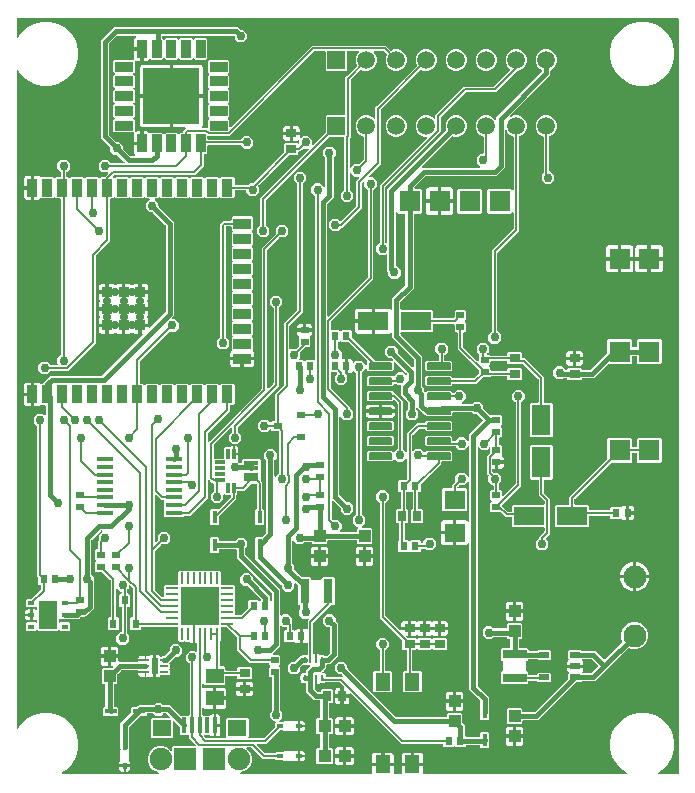
<source format=gbr>
G04 EAGLE Gerber RS-274X export*
G75*
%MOMM*%
%FSLAX34Y34*%
%LPD*%
%INTop Copper*%
%IPPOS*%
%AMOC8*
5,1,8,0,0,1.08239X$1,22.5*%
G01*
%ADD10C,0.150000*%
%ADD11R,1.300000X0.400000*%
%ADD12R,0.300000X0.850000*%
%ADD13R,0.850000X0.300000*%
%ADD14R,1.473200X0.355600*%
%ADD15R,0.800000X0.600000*%
%ADD16R,0.600000X0.800000*%
%ADD17R,0.900000X1.500000*%
%ADD18R,1.500000X0.900000*%
%ADD19R,0.900000X0.900000*%
%ADD20C,0.708000*%
%ADD21R,1.498600X0.812800*%
%ADD22R,0.812800X1.498600*%
%ADD23R,4.800600X4.800600*%
%ADD24R,0.876300X0.508000*%
%ADD25R,0.460000X1.040000*%
%ADD26R,0.700000X0.600000*%
%ADD27R,0.600000X0.700000*%
%ADD28R,0.700000X0.900000*%
%ADD29R,0.900000X0.700000*%
%ADD30R,1.100000X1.000000*%
%ADD31R,1.000000X1.100000*%
%ADD32R,1.800000X1.600000*%
%ADD33R,2.006600X0.800000*%
%ADD34R,0.800000X2.006600*%
%ADD35C,1.950000*%
%ADD36R,1.508000X1.508000*%
%ADD37C,1.508000*%
%ADD38R,1.800000X1.800000*%
%ADD39R,0.406400X1.346200*%
%ADD40R,1.600200X1.397000*%
%ADD41R,1.905000X1.905000*%
%ADD42C,1.905000*%
%ADD43R,0.250000X0.500000*%
%ADD44R,0.270000X0.990000*%
%ADD45R,0.990000X0.270000*%
%ADD46R,3.250000X3.250000*%
%ADD47R,1.040000X0.460000*%
%ADD48R,1.500000X1.300000*%
%ADD49R,1.300000X1.500000*%
%ADD50R,0.355600X0.508000*%
%ADD51R,0.508000X0.355600*%
%ADD52R,2.600000X1.600000*%
%ADD53R,1.600000X2.600000*%
%ADD54R,0.711200X0.254000*%
%ADD55R,0.558800X1.320800*%
%ADD56R,0.600000X0.400000*%
%ADD57R,1.500000X2.400000*%
%ADD58C,0.756400*%
%ADD59C,0.152400*%
%ADD60C,0.400000*%

G36*
X129818Y10176D02*
X129818Y10176D01*
X129915Y10186D01*
X129939Y10196D01*
X129965Y10200D01*
X130051Y10246D01*
X130140Y10286D01*
X130159Y10303D01*
X130182Y10316D01*
X130249Y10386D01*
X130321Y10452D01*
X130333Y10475D01*
X130351Y10494D01*
X130392Y10582D01*
X130439Y10668D01*
X130444Y10693D01*
X130455Y10717D01*
X130466Y10814D01*
X130483Y10910D01*
X130479Y10936D01*
X130482Y10961D01*
X130461Y11056D01*
X130447Y11153D01*
X130435Y11176D01*
X130430Y11202D01*
X130380Y11285D01*
X130336Y11372D01*
X130317Y11391D01*
X130304Y11413D01*
X130230Y11476D01*
X130160Y11544D01*
X130132Y11560D01*
X130117Y11573D01*
X130086Y11585D01*
X130013Y11625D01*
X125841Y13354D01*
X122733Y16462D01*
X121050Y20523D01*
X121050Y24919D01*
X122733Y28980D01*
X125841Y32088D01*
X129902Y33771D01*
X134298Y33771D01*
X138359Y32088D01*
X140751Y29697D01*
X140809Y29655D01*
X140861Y29606D01*
X140908Y29584D01*
X140950Y29553D01*
X141019Y29532D01*
X141084Y29502D01*
X141136Y29496D01*
X141186Y29481D01*
X141257Y29483D01*
X141328Y29475D01*
X141379Y29486D01*
X141431Y29487D01*
X141499Y29512D01*
X141569Y29527D01*
X141614Y29554D01*
X141662Y29572D01*
X141718Y29617D01*
X141780Y29653D01*
X141814Y29693D01*
X141854Y29726D01*
X141893Y29786D01*
X141940Y29840D01*
X141959Y29889D01*
X141987Y29932D01*
X142005Y30002D01*
X142032Y30068D01*
X142040Y30140D01*
X142048Y30171D01*
X142046Y30194D01*
X142050Y30235D01*
X142050Y32878D01*
X142943Y33771D01*
X161158Y33771D01*
X161228Y33782D01*
X161300Y33784D01*
X161349Y33802D01*
X161400Y33810D01*
X161464Y33844D01*
X161531Y33869D01*
X161572Y33901D01*
X161618Y33926D01*
X161667Y33978D01*
X161723Y34022D01*
X161751Y34066D01*
X161787Y34104D01*
X161817Y34169D01*
X161856Y34229D01*
X161869Y34280D01*
X161891Y34327D01*
X161899Y34398D01*
X161916Y34468D01*
X161912Y34520D01*
X161918Y34571D01*
X161903Y34642D01*
X161897Y34713D01*
X161877Y34761D01*
X161866Y34812D01*
X161829Y34873D01*
X161801Y34939D01*
X161756Y34995D01*
X161739Y35023D01*
X161722Y35038D01*
X161696Y35070D01*
X156313Y40453D01*
X156313Y42523D01*
X156299Y42613D01*
X156291Y42704D01*
X156279Y42734D01*
X156274Y42766D01*
X156231Y42847D01*
X156195Y42931D01*
X156169Y42963D01*
X156158Y42983D01*
X156135Y43005D01*
X156090Y43061D01*
X155888Y43263D01*
X155872Y43275D01*
X155860Y43291D01*
X155772Y43347D01*
X155688Y43407D01*
X155669Y43413D01*
X155653Y43424D01*
X155552Y43449D01*
X155453Y43479D01*
X155433Y43479D01*
X155414Y43484D01*
X155311Y43476D01*
X155208Y43473D01*
X155189Y43466D01*
X155169Y43465D01*
X155074Y43424D01*
X154976Y43388D01*
X154961Y43376D01*
X154943Y43368D01*
X154812Y43263D01*
X154764Y43215D01*
X149436Y43215D01*
X148543Y44108D01*
X148543Y49728D01*
X148529Y49818D01*
X148521Y49909D01*
X148509Y49938D01*
X148504Y49970D01*
X148461Y50051D01*
X148425Y50135D01*
X148399Y50167D01*
X148388Y50188D01*
X148365Y50210D01*
X148352Y50227D01*
X148346Y50237D01*
X148339Y50242D01*
X148320Y50266D01*
X143925Y54661D01*
X143867Y54703D01*
X143815Y54752D01*
X143768Y54774D01*
X143726Y54805D01*
X143657Y54826D01*
X143592Y54856D01*
X143540Y54862D01*
X143490Y54877D01*
X143419Y54875D01*
X143348Y54883D01*
X143297Y54872D01*
X143245Y54871D01*
X143177Y54846D01*
X143107Y54831D01*
X143062Y54804D01*
X143014Y54786D01*
X142958Y54741D01*
X142896Y54705D01*
X142862Y54665D01*
X142822Y54632D01*
X142783Y54572D01*
X142736Y54518D01*
X142717Y54469D01*
X142689Y54425D01*
X142671Y54356D01*
X142644Y54289D01*
X142636Y54218D01*
X142628Y54187D01*
X142630Y54164D01*
X142626Y54123D01*
X142626Y41604D01*
X141733Y40711D01*
X124467Y40711D01*
X123574Y41604D01*
X123574Y56838D01*
X124467Y57731D01*
X139018Y57731D01*
X139088Y57742D01*
X139160Y57744D01*
X139209Y57762D01*
X139261Y57770D01*
X139324Y57804D01*
X139391Y57829D01*
X139432Y57861D01*
X139478Y57886D01*
X139527Y57937D01*
X139583Y57982D01*
X139611Y58026D01*
X139647Y58064D01*
X139677Y58129D01*
X139716Y58189D01*
X139729Y58240D01*
X139751Y58287D01*
X139759Y58358D01*
X139776Y58428D01*
X139772Y58480D01*
X139778Y58531D01*
X139763Y58602D01*
X139757Y58673D01*
X139737Y58721D01*
X139726Y58772D01*
X139689Y58833D01*
X139661Y58899D01*
X139616Y58955D01*
X139600Y58983D01*
X139582Y58998D01*
X139556Y59030D01*
X137334Y61252D01*
X137260Y61305D01*
X137191Y61365D01*
X137160Y61377D01*
X137134Y61396D01*
X137047Y61423D01*
X136962Y61457D01*
X136921Y61461D01*
X136899Y61468D01*
X136867Y61467D01*
X136796Y61475D01*
X134295Y61475D01*
X134205Y61461D01*
X134114Y61453D01*
X134085Y61441D01*
X134053Y61436D01*
X133972Y61393D01*
X133888Y61357D01*
X133856Y61331D01*
X133835Y61320D01*
X133813Y61297D01*
X133757Y61252D01*
X132198Y59693D01*
X127802Y59693D01*
X126243Y61252D01*
X126169Y61305D01*
X126099Y61365D01*
X126069Y61377D01*
X126043Y61396D01*
X125956Y61423D01*
X125871Y61457D01*
X125830Y61461D01*
X125808Y61468D01*
X125776Y61467D01*
X125705Y61475D01*
X120986Y61475D01*
X120966Y61472D01*
X120947Y61474D01*
X120845Y61452D01*
X120743Y61436D01*
X120726Y61426D01*
X120706Y61422D01*
X120617Y61369D01*
X120526Y61320D01*
X120512Y61306D01*
X120495Y61296D01*
X120428Y61217D01*
X120356Y61142D01*
X120348Y61124D01*
X120335Y61109D01*
X120296Y61013D01*
X120253Y60919D01*
X120251Y60899D01*
X120243Y60881D01*
X120225Y60714D01*
X120225Y60568D01*
X119332Y59675D01*
X114975Y59675D01*
X114885Y59661D01*
X114794Y59653D01*
X114765Y59641D01*
X114733Y59636D01*
X114652Y59593D01*
X114568Y59557D01*
X114536Y59531D01*
X114515Y59520D01*
X114493Y59497D01*
X114437Y59452D01*
X105348Y50363D01*
X105295Y50289D01*
X105235Y50220D01*
X105223Y50189D01*
X105204Y50163D01*
X105177Y50076D01*
X105143Y49991D01*
X105139Y49950D01*
X105132Y49928D01*
X105133Y49896D01*
X105125Y49825D01*
X105125Y31941D01*
X105073Y31868D01*
X105013Y31799D01*
X105001Y31769D01*
X104982Y31742D01*
X104955Y31655D01*
X104921Y31570D01*
X104917Y31530D01*
X104910Y31507D01*
X104911Y31475D01*
X104903Y31404D01*
X104903Y31242D01*
X104906Y31222D01*
X104904Y31203D01*
X104926Y31101D01*
X104942Y30999D01*
X104952Y30982D01*
X104956Y30962D01*
X105009Y30873D01*
X105058Y30782D01*
X105072Y30768D01*
X105082Y30751D01*
X105161Y30684D01*
X105236Y30612D01*
X105254Y30604D01*
X105269Y30591D01*
X105365Y30552D01*
X105459Y30509D01*
X105479Y30507D01*
X105497Y30499D01*
X105581Y30490D01*
X105665Y30406D01*
X105665Y21264D01*
X105683Y21151D01*
X105699Y21037D01*
X105703Y21027D01*
X105704Y21021D01*
X105715Y21001D01*
X105738Y20950D01*
X105919Y20273D01*
X105919Y18287D01*
X101727Y18287D01*
X101708Y18284D01*
X101688Y18286D01*
X101618Y18271D01*
X101473Y18287D01*
X97281Y18287D01*
X97281Y20273D01*
X97472Y20986D01*
X97473Y20989D01*
X97517Y21097D01*
X97518Y21107D01*
X97520Y21113D01*
X97521Y21135D01*
X97535Y21264D01*
X97535Y30406D01*
X97621Y30492D01*
X97677Y30504D01*
X97779Y30520D01*
X97796Y30530D01*
X97816Y30534D01*
X97905Y30587D01*
X97996Y30636D01*
X98010Y30650D01*
X98027Y30660D01*
X98094Y30739D01*
X98166Y30814D01*
X98174Y30832D01*
X98187Y30847D01*
X98226Y30943D01*
X98269Y31037D01*
X98271Y31057D01*
X98279Y31075D01*
X98297Y31242D01*
X98297Y31404D01*
X98283Y31494D01*
X98275Y31585D01*
X98263Y31615D01*
X98258Y31646D01*
X98215Y31727D01*
X98179Y31811D01*
X98153Y31843D01*
X98142Y31864D01*
X98119Y31886D01*
X98075Y31941D01*
X98075Y53060D01*
X106552Y61537D01*
X106605Y61611D01*
X106665Y61680D01*
X106677Y61711D01*
X106696Y61737D01*
X106723Y61824D01*
X106757Y61909D01*
X106761Y61950D01*
X106768Y61972D01*
X106767Y62004D01*
X106775Y62075D01*
X106775Y66432D01*
X107668Y67325D01*
X112025Y67325D01*
X112115Y67339D01*
X112206Y67347D01*
X112235Y67359D01*
X112267Y67364D01*
X112348Y67407D01*
X112432Y67443D01*
X112464Y67469D01*
X112485Y67480D01*
X112507Y67503D01*
X112563Y67548D01*
X113540Y68525D01*
X125705Y68525D01*
X125795Y68539D01*
X125886Y68547D01*
X125915Y68559D01*
X125947Y68564D01*
X126028Y68607D01*
X126112Y68643D01*
X126144Y68669D01*
X126165Y68680D01*
X126187Y68703D01*
X126243Y68748D01*
X127802Y70307D01*
X132198Y70307D01*
X133757Y68748D01*
X133831Y68695D01*
X133901Y68635D01*
X133931Y68623D01*
X133957Y68604D01*
X134044Y68577D01*
X134129Y68543D01*
X134170Y68539D01*
X134192Y68532D01*
X134224Y68533D01*
X134295Y68525D01*
X140031Y68525D01*
X148606Y59950D01*
X148680Y59897D01*
X148749Y59837D01*
X148780Y59825D01*
X148806Y59806D01*
X148893Y59779D01*
X148978Y59745D01*
X149019Y59741D01*
X149041Y59734D01*
X149073Y59735D01*
X149144Y59727D01*
X154764Y59727D01*
X154812Y59679D01*
X154828Y59667D01*
X154840Y59651D01*
X154927Y59595D01*
X155011Y59535D01*
X155030Y59529D01*
X155047Y59518D01*
X155148Y59493D01*
X155246Y59463D01*
X155266Y59463D01*
X155286Y59458D01*
X155389Y59466D01*
X155492Y59469D01*
X155511Y59476D01*
X155531Y59477D01*
X155626Y59518D01*
X155723Y59553D01*
X155739Y59566D01*
X155757Y59574D01*
X155888Y59679D01*
X155936Y59727D01*
X155984Y59727D01*
X156004Y59730D01*
X156023Y59728D01*
X156125Y59750D01*
X156227Y59766D01*
X156244Y59776D01*
X156264Y59780D01*
X156353Y59833D01*
X156444Y59882D01*
X156458Y59896D01*
X156475Y59906D01*
X156542Y59985D01*
X156614Y60060D01*
X156622Y60078D01*
X156635Y60093D01*
X156674Y60189D01*
X156717Y60283D01*
X156719Y60303D01*
X156727Y60321D01*
X156745Y60488D01*
X156745Y103399D01*
X156731Y103489D01*
X156723Y103580D01*
X156711Y103609D01*
X156706Y103641D01*
X156663Y103722D01*
X156627Y103806D01*
X156601Y103838D01*
X156590Y103859D01*
X156567Y103881D01*
X156522Y103937D01*
X153725Y106734D01*
X153725Y111130D01*
X156834Y114239D01*
X161230Y114239D01*
X161514Y113955D01*
X161572Y113913D01*
X161624Y113864D01*
X161671Y113842D01*
X161713Y113812D01*
X161782Y113790D01*
X161847Y113760D01*
X161899Y113755D01*
X161949Y113739D01*
X162020Y113741D01*
X162091Y113733D01*
X162142Y113744D01*
X162194Y113746D01*
X162262Y113770D01*
X162332Y113785D01*
X162377Y113812D01*
X162425Y113830D01*
X162481Y113875D01*
X162543Y113912D01*
X162577Y113951D01*
X162617Y113984D01*
X162656Y114044D01*
X162703Y114099D01*
X162722Y114147D01*
X162750Y114191D01*
X162768Y114260D01*
X162795Y114327D01*
X162803Y114398D01*
X162811Y114429D01*
X162809Y114452D01*
X162813Y114493D01*
X162813Y120593D01*
X162794Y120709D01*
X162776Y120828D01*
X162774Y120832D01*
X162774Y120836D01*
X162719Y120939D01*
X162663Y121046D01*
X162660Y121049D01*
X162658Y121053D01*
X162573Y121134D01*
X162487Y121218D01*
X162483Y121219D01*
X162480Y121222D01*
X162372Y121273D01*
X162265Y121324D01*
X162261Y121324D01*
X162257Y121326D01*
X162138Y121339D01*
X162021Y121353D01*
X162016Y121353D01*
X162013Y121353D01*
X161999Y121350D01*
X161855Y121328D01*
X161784Y121309D01*
X160861Y121309D01*
X160861Y128800D01*
X160858Y128819D01*
X160860Y128839D01*
X160838Y128940D01*
X160822Y129042D01*
X160812Y129060D01*
X160808Y129079D01*
X160755Y129169D01*
X160707Y129260D01*
X160692Y129273D01*
X160682Y129291D01*
X160603Y129358D01*
X160528Y129429D01*
X160510Y129438D01*
X160495Y129451D01*
X160399Y129489D01*
X160305Y129533D01*
X160285Y129535D01*
X160267Y129542D01*
X160100Y129561D01*
X160080Y129558D01*
X160061Y129560D01*
X160060Y129560D01*
X159959Y129538D01*
X159857Y129521D01*
X159840Y129512D01*
X159820Y129508D01*
X159731Y129454D01*
X159640Y129406D01*
X159626Y129392D01*
X159609Y129381D01*
X159542Y129303D01*
X159470Y129228D01*
X159462Y129210D01*
X159449Y129195D01*
X159410Y129098D01*
X159367Y129005D01*
X159365Y128985D01*
X159357Y128966D01*
X159339Y128800D01*
X159339Y121309D01*
X158416Y121309D01*
X157769Y121482D01*
X157190Y121817D01*
X156905Y122102D01*
X156831Y122155D01*
X156761Y122215D01*
X156731Y122227D01*
X156705Y122246D01*
X156618Y122273D01*
X156533Y122307D01*
X156492Y122311D01*
X156470Y122318D01*
X156438Y122317D01*
X156366Y122325D01*
X153116Y122325D01*
X153110Y122333D01*
X153022Y122389D01*
X152939Y122449D01*
X152919Y122455D01*
X152903Y122466D01*
X152802Y122491D01*
X152703Y122521D01*
X152683Y122521D01*
X152664Y122526D01*
X152561Y122518D01*
X152458Y122515D01*
X152439Y122508D01*
X152419Y122507D01*
X152324Y122466D01*
X152227Y122431D01*
X152211Y122418D01*
X152193Y122410D01*
X152087Y122325D01*
X148118Y122325D01*
X147225Y123218D01*
X147225Y133764D01*
X147222Y133784D01*
X147224Y133803D01*
X147202Y133905D01*
X147186Y134007D01*
X147176Y134024D01*
X147172Y134044D01*
X147119Y134133D01*
X147070Y134224D01*
X147056Y134238D01*
X147046Y134255D01*
X146967Y134322D01*
X146892Y134394D01*
X146874Y134402D01*
X146859Y134415D01*
X146763Y134454D01*
X146669Y134497D01*
X146649Y134499D01*
X146631Y134507D01*
X146464Y134525D01*
X135918Y134525D01*
X135553Y134890D01*
X135479Y134943D01*
X135410Y135003D01*
X135380Y135015D01*
X135354Y135034D01*
X135267Y135061D01*
X135182Y135095D01*
X135141Y135099D01*
X135119Y135106D01*
X135086Y135105D01*
X135015Y135113D01*
X116386Y135113D01*
X116366Y135110D01*
X116347Y135112D01*
X116245Y135090D01*
X116143Y135074D01*
X116126Y135064D01*
X116106Y135060D01*
X116017Y135007D01*
X115926Y134958D01*
X115912Y134944D01*
X115895Y134934D01*
X115828Y134855D01*
X115756Y134780D01*
X115748Y134762D01*
X115735Y134747D01*
X115696Y134651D01*
X115653Y134557D01*
X115651Y134537D01*
X115643Y134519D01*
X115625Y134352D01*
X115625Y132668D01*
X114732Y131775D01*
X107468Y131775D01*
X106575Y132668D01*
X106575Y141932D01*
X107468Y142825D01*
X108052Y142825D01*
X108072Y142828D01*
X108091Y142826D01*
X108193Y142848D01*
X108295Y142864D01*
X108312Y142874D01*
X108332Y142878D01*
X108421Y142931D01*
X108512Y142980D01*
X108526Y142994D01*
X108543Y143004D01*
X108610Y143083D01*
X108682Y143158D01*
X108690Y143176D01*
X108703Y143191D01*
X108742Y143287D01*
X108785Y143381D01*
X108787Y143401D01*
X108795Y143419D01*
X108813Y143586D01*
X108813Y167437D01*
X108799Y167528D01*
X108791Y167618D01*
X108779Y167648D01*
X108774Y167680D01*
X108731Y167761D01*
X108695Y167845D01*
X108669Y167877D01*
X108658Y167898D01*
X108635Y167920D01*
X108590Y167976D01*
X106606Y169960D01*
X106548Y170002D01*
X106496Y170051D01*
X106449Y170073D01*
X106407Y170103D01*
X106338Y170124D01*
X106273Y170155D01*
X106221Y170160D01*
X106171Y170176D01*
X106100Y170174D01*
X106029Y170182D01*
X105978Y170171D01*
X105926Y170169D01*
X105858Y170145D01*
X105788Y170130D01*
X105743Y170103D01*
X105695Y170085D01*
X105639Y170040D01*
X105577Y170003D01*
X105543Y169964D01*
X105503Y169931D01*
X105464Y169871D01*
X105417Y169816D01*
X105398Y169768D01*
X105370Y169724D01*
X105352Y169655D01*
X105325Y169588D01*
X105317Y169517D01*
X105309Y169486D01*
X105311Y169462D01*
X105307Y169422D01*
X105307Y167802D01*
X104110Y166605D01*
X104057Y166531D01*
X103997Y166461D01*
X103985Y166431D01*
X103966Y166405D01*
X103939Y166318D01*
X103905Y166233D01*
X103901Y166192D01*
X103894Y166170D01*
X103895Y166138D01*
X103887Y166067D01*
X103887Y163786D01*
X103890Y163766D01*
X103888Y163747D01*
X103910Y163645D01*
X103926Y163543D01*
X103936Y163526D01*
X103940Y163506D01*
X103993Y163417D01*
X104042Y163326D01*
X104056Y163312D01*
X104066Y163295D01*
X104145Y163228D01*
X104220Y163156D01*
X104238Y163148D01*
X104253Y163135D01*
X104349Y163096D01*
X104443Y163053D01*
X104463Y163051D01*
X104481Y163043D01*
X104648Y163025D01*
X105232Y163025D01*
X106125Y162132D01*
X106125Y152868D01*
X105232Y151975D01*
X104648Y151975D01*
X104628Y151972D01*
X104609Y151974D01*
X104507Y151952D01*
X104405Y151936D01*
X104388Y151926D01*
X104368Y151922D01*
X104279Y151869D01*
X104188Y151820D01*
X104174Y151806D01*
X104157Y151796D01*
X104090Y151717D01*
X104018Y151642D01*
X104010Y151624D01*
X103997Y151609D01*
X103958Y151513D01*
X103915Y151419D01*
X103913Y151399D01*
X103905Y151381D01*
X103887Y151214D01*
X103887Y128933D01*
X103901Y128843D01*
X103909Y128752D01*
X103921Y128723D01*
X103926Y128691D01*
X103969Y128610D01*
X104005Y128526D01*
X104031Y128494D01*
X104042Y128473D01*
X104065Y128451D01*
X104078Y128435D01*
X104084Y128425D01*
X104090Y128419D01*
X104110Y128395D01*
X105307Y127198D01*
X105307Y122802D01*
X102198Y119693D01*
X97802Y119693D01*
X94693Y122802D01*
X94693Y127198D01*
X97802Y130307D01*
X98552Y130307D01*
X98572Y130310D01*
X98591Y130308D01*
X98693Y130330D01*
X98795Y130346D01*
X98812Y130356D01*
X98832Y130360D01*
X98921Y130413D01*
X99012Y130462D01*
X99026Y130476D01*
X99043Y130486D01*
X99110Y130565D01*
X99182Y130640D01*
X99190Y130658D01*
X99203Y130673D01*
X99242Y130769D01*
X99285Y130863D01*
X99287Y130883D01*
X99295Y130901D01*
X99313Y131068D01*
X99313Y151214D01*
X99310Y151234D01*
X99312Y151253D01*
X99290Y151355D01*
X99274Y151457D01*
X99264Y151474D01*
X99260Y151494D01*
X99207Y151583D01*
X99158Y151674D01*
X99144Y151688D01*
X99134Y151705D01*
X99055Y151772D01*
X98980Y151844D01*
X98962Y151852D01*
X98947Y151865D01*
X98851Y151904D01*
X98757Y151947D01*
X98737Y151949D01*
X98719Y151957D01*
X98552Y151975D01*
X97968Y151975D01*
X97075Y152868D01*
X97075Y162132D01*
X97968Y163025D01*
X98552Y163025D01*
X98572Y163028D01*
X98591Y163026D01*
X98693Y163048D01*
X98795Y163064D01*
X98812Y163074D01*
X98832Y163078D01*
X98921Y163131D01*
X99012Y163180D01*
X99026Y163194D01*
X99043Y163204D01*
X99110Y163283D01*
X99182Y163358D01*
X99190Y163376D01*
X99203Y163391D01*
X99242Y163487D01*
X99285Y163581D01*
X99287Y163601D01*
X99295Y163619D01*
X99313Y163786D01*
X99313Y163932D01*
X99310Y163952D01*
X99312Y163971D01*
X99290Y164073D01*
X99274Y164175D01*
X99264Y164192D01*
X99260Y164212D01*
X99207Y164301D01*
X99158Y164392D01*
X99144Y164406D01*
X99134Y164423D01*
X99055Y164490D01*
X98980Y164562D01*
X98962Y164570D01*
X98947Y164583D01*
X98851Y164622D01*
X98757Y164665D01*
X98737Y164667D01*
X98719Y164675D01*
X98552Y164693D01*
X97802Y164693D01*
X95686Y166809D01*
X95628Y166851D01*
X95576Y166900D01*
X95529Y166922D01*
X95487Y166952D01*
X95418Y166974D01*
X95353Y167004D01*
X95301Y167009D01*
X95251Y167025D01*
X95180Y167023D01*
X95109Y167031D01*
X95058Y167020D01*
X95006Y167018D01*
X94938Y166994D01*
X94868Y166979D01*
X94823Y166952D01*
X94775Y166934D01*
X94719Y166889D01*
X94657Y166852D01*
X94623Y166813D01*
X94583Y166780D01*
X94544Y166720D01*
X94497Y166665D01*
X94478Y166617D01*
X94450Y166573D01*
X94432Y166504D01*
X94405Y166437D01*
X94397Y166366D01*
X94389Y166335D01*
X94391Y166312D01*
X94387Y166271D01*
X94387Y143586D01*
X94390Y143566D01*
X94388Y143547D01*
X94410Y143445D01*
X94426Y143343D01*
X94436Y143326D01*
X94440Y143306D01*
X94493Y143217D01*
X94542Y143126D01*
X94556Y143112D01*
X94566Y143095D01*
X94645Y143028D01*
X94720Y142956D01*
X94738Y142948D01*
X94753Y142935D01*
X94849Y142896D01*
X94943Y142853D01*
X94963Y142851D01*
X94981Y142843D01*
X95148Y142825D01*
X95732Y142825D01*
X96625Y141932D01*
X96625Y132668D01*
X95732Y131775D01*
X88468Y131775D01*
X87575Y132668D01*
X87575Y141932D01*
X88468Y142825D01*
X89052Y142825D01*
X89072Y142828D01*
X89091Y142826D01*
X89193Y142848D01*
X89295Y142864D01*
X89312Y142874D01*
X89332Y142878D01*
X89421Y142931D01*
X89512Y142980D01*
X89526Y142994D01*
X89543Y143004D01*
X89610Y143083D01*
X89682Y143158D01*
X89690Y143176D01*
X89703Y143191D01*
X89742Y143287D01*
X89785Y143381D01*
X89787Y143401D01*
X89795Y143419D01*
X89813Y143586D01*
X89813Y173937D01*
X89799Y174028D01*
X89791Y174118D01*
X89779Y174148D01*
X89774Y174180D01*
X89731Y174261D01*
X89695Y174345D01*
X89669Y174377D01*
X89658Y174398D01*
X89635Y174420D01*
X89590Y174476D01*
X82914Y181152D01*
X82840Y181205D01*
X82770Y181265D01*
X82740Y181277D01*
X82714Y181296D01*
X82627Y181323D01*
X82542Y181357D01*
X82501Y181361D01*
X82479Y181368D01*
X82447Y181367D01*
X82375Y181375D01*
X77268Y181375D01*
X76375Y182268D01*
X76375Y189532D01*
X77205Y190362D01*
X77217Y190378D01*
X77233Y190390D01*
X77289Y190478D01*
X77349Y190561D01*
X77355Y190580D01*
X77366Y190597D01*
X77391Y190698D01*
X77421Y190797D01*
X77421Y190816D01*
X77426Y190836D01*
X77418Y190939D01*
X77415Y191042D01*
X77408Y191061D01*
X77407Y191081D01*
X77366Y191176D01*
X77331Y191273D01*
X77318Y191289D01*
X77310Y191307D01*
X77205Y191438D01*
X76375Y192268D01*
X76375Y199532D01*
X77268Y200425D01*
X78352Y200425D01*
X78372Y200428D01*
X78391Y200426D01*
X78493Y200448D01*
X78595Y200464D01*
X78612Y200474D01*
X78632Y200478D01*
X78721Y200531D01*
X78812Y200580D01*
X78826Y200594D01*
X78843Y200604D01*
X78910Y200683D01*
X78982Y200758D01*
X78990Y200776D01*
X79003Y200791D01*
X79042Y200887D01*
X79085Y200981D01*
X79087Y201001D01*
X79095Y201019D01*
X79113Y201186D01*
X79113Y207347D01*
X79470Y207704D01*
X79523Y207778D01*
X79583Y207848D01*
X79595Y207878D01*
X79614Y207904D01*
X79641Y207991D01*
X79675Y208076D01*
X79679Y208117D01*
X79686Y208139D01*
X79685Y208171D01*
X79693Y208243D01*
X79693Y212198D01*
X82671Y215176D01*
X82713Y215234D01*
X82762Y215286D01*
X82784Y215333D01*
X82814Y215375D01*
X82836Y215444D01*
X82866Y215509D01*
X82871Y215561D01*
X82887Y215611D01*
X82885Y215682D01*
X82893Y215753D01*
X82882Y215804D01*
X82880Y215856D01*
X82856Y215924D01*
X82841Y215994D01*
X82814Y216039D01*
X82796Y216087D01*
X82751Y216143D01*
X82714Y216205D01*
X82675Y216239D01*
X82642Y216279D01*
X82582Y216318D01*
X82527Y216365D01*
X82479Y216384D01*
X82435Y216412D01*
X82366Y216430D01*
X82299Y216457D01*
X82228Y216465D01*
X82197Y216473D01*
X82174Y216471D01*
X82133Y216475D01*
X81775Y216475D01*
X81685Y216461D01*
X81594Y216453D01*
X81565Y216441D01*
X81533Y216436D01*
X81452Y216393D01*
X81368Y216357D01*
X81336Y216331D01*
X81315Y216320D01*
X81301Y216306D01*
X81299Y216305D01*
X81290Y216294D01*
X81237Y216252D01*
X73748Y208763D01*
X73695Y208689D01*
X73635Y208620D01*
X73623Y208589D01*
X73604Y208563D01*
X73577Y208476D01*
X73543Y208391D01*
X73539Y208350D01*
X73532Y208328D01*
X73533Y208296D01*
X73525Y208225D01*
X73525Y179295D01*
X73539Y179205D01*
X73547Y179114D01*
X73559Y179085D01*
X73564Y179053D01*
X73607Y178972D01*
X73643Y178888D01*
X73669Y178856D01*
X73680Y178835D01*
X73703Y178813D01*
X73748Y178757D01*
X75307Y177198D01*
X75307Y174993D01*
X75321Y174903D01*
X75329Y174812D01*
X75341Y174783D01*
X75346Y174751D01*
X75389Y174670D01*
X75425Y174586D01*
X75451Y174554D01*
X75462Y174533D01*
X75485Y174511D01*
X75525Y174461D01*
X75525Y150440D01*
X68960Y143875D01*
X68947Y143875D01*
X68857Y143861D01*
X68766Y143853D01*
X68736Y143841D01*
X68704Y143836D01*
X68623Y143793D01*
X68540Y143757D01*
X68507Y143731D01*
X68487Y143720D01*
X68465Y143697D01*
X68409Y143652D01*
X67632Y142875D01*
X64275Y142875D01*
X64185Y142861D01*
X64094Y142853D01*
X64065Y142841D01*
X64033Y142836D01*
X63952Y142793D01*
X63868Y142757D01*
X63836Y142731D01*
X63815Y142720D01*
X63793Y142697D01*
X63737Y142652D01*
X62660Y141575D01*
X47168Y141575D01*
X47124Y141619D01*
X47066Y141661D01*
X47014Y141711D01*
X46967Y141733D01*
X46925Y141763D01*
X46856Y141784D01*
X46791Y141814D01*
X46739Y141820D01*
X46689Y141835D01*
X46618Y141833D01*
X46547Y141841D01*
X46496Y141830D01*
X46444Y141829D01*
X46376Y141804D01*
X46306Y141789D01*
X46261Y141762D01*
X46213Y141745D01*
X46157Y141700D01*
X46095Y141663D01*
X46061Y141623D01*
X46021Y141591D01*
X45982Y141531D01*
X45935Y141476D01*
X45916Y141428D01*
X45888Y141384D01*
X45870Y141315D01*
X45843Y141248D01*
X45835Y141177D01*
X45827Y141145D01*
X45829Y141122D01*
X45825Y141081D01*
X45825Y139119D01*
X45836Y139048D01*
X45838Y138976D01*
X45856Y138927D01*
X45864Y138876D01*
X45898Y138813D01*
X45923Y138745D01*
X45955Y138705D01*
X45980Y138659D01*
X46031Y138609D01*
X46076Y138553D01*
X46120Y138525D01*
X46158Y138489D01*
X46223Y138459D01*
X46283Y138420D01*
X46334Y138408D01*
X46381Y138386D01*
X46452Y138378D01*
X46522Y138360D01*
X46574Y138364D01*
X46625Y138359D01*
X46696Y138374D01*
X46767Y138379D01*
X46815Y138400D01*
X46866Y138411D01*
X46927Y138448D01*
X46993Y138476D01*
X47049Y138521D01*
X47077Y138537D01*
X47092Y138555D01*
X47124Y138581D01*
X47168Y138625D01*
X54432Y138625D01*
X55325Y137732D01*
X55325Y132468D01*
X54432Y131575D01*
X47168Y131575D01*
X46588Y132155D01*
X46572Y132167D01*
X46560Y132183D01*
X46472Y132239D01*
X46389Y132299D01*
X46370Y132305D01*
X46353Y132316D01*
X46252Y132341D01*
X46153Y132371D01*
X46134Y132371D01*
X46114Y132376D01*
X46011Y132368D01*
X45908Y132365D01*
X45889Y132358D01*
X45869Y132357D01*
X45774Y132316D01*
X45677Y132281D01*
X45661Y132268D01*
X45643Y132260D01*
X45512Y132155D01*
X44932Y131575D01*
X28668Y131575D01*
X28088Y132155D01*
X28072Y132167D01*
X28060Y132183D01*
X27972Y132239D01*
X27889Y132299D01*
X27870Y132305D01*
X27853Y132316D01*
X27752Y132341D01*
X27653Y132371D01*
X27634Y132371D01*
X27614Y132376D01*
X27511Y132368D01*
X27408Y132365D01*
X27389Y132358D01*
X27369Y132357D01*
X27274Y132316D01*
X27177Y132281D01*
X27161Y132268D01*
X27143Y132260D01*
X27012Y132155D01*
X26432Y131575D01*
X19168Y131575D01*
X18275Y132468D01*
X18275Y137732D01*
X19168Y138625D01*
X26432Y138625D01*
X26476Y138581D01*
X26534Y138539D01*
X26586Y138489D01*
X26633Y138467D01*
X26675Y138437D01*
X26744Y138416D01*
X26809Y138386D01*
X26861Y138380D01*
X26911Y138365D01*
X26982Y138367D01*
X27053Y138359D01*
X27104Y138370D01*
X27156Y138371D01*
X27224Y138396D01*
X27294Y138411D01*
X27339Y138438D01*
X27387Y138455D01*
X27443Y138500D01*
X27505Y138537D01*
X27539Y138577D01*
X27579Y138609D01*
X27618Y138669D01*
X27665Y138724D01*
X27684Y138772D01*
X27712Y138816D01*
X27730Y138885D01*
X27757Y138952D01*
X27765Y139023D01*
X27773Y139055D01*
X27771Y139078D01*
X27775Y139119D01*
X27775Y140007D01*
X27756Y140123D01*
X27738Y140242D01*
X27736Y140245D01*
X27736Y140250D01*
X27680Y140354D01*
X27625Y140460D01*
X27622Y140463D01*
X27620Y140467D01*
X27535Y140548D01*
X27449Y140632D01*
X27445Y140633D01*
X27442Y140636D01*
X27335Y140686D01*
X27227Y140738D01*
X27223Y140738D01*
X27219Y140740D01*
X27101Y140753D01*
X26983Y140767D01*
X26978Y140767D01*
X26975Y140767D01*
X26961Y140764D01*
X26817Y140742D01*
X26134Y140559D01*
X23799Y140559D01*
X23799Y144862D01*
X23796Y144881D01*
X23798Y144901D01*
X23776Y145003D01*
X23760Y145105D01*
X23759Y145106D01*
X23771Y145133D01*
X23773Y145153D01*
X23781Y145171D01*
X23799Y145338D01*
X23799Y149641D01*
X26134Y149641D01*
X26817Y149458D01*
X26936Y149446D01*
X27053Y149433D01*
X27058Y149434D01*
X27062Y149433D01*
X27177Y149460D01*
X27294Y149485D01*
X27297Y149487D01*
X27301Y149488D01*
X27403Y149550D01*
X27505Y149611D01*
X27508Y149615D01*
X27511Y149617D01*
X27587Y149707D01*
X27665Y149798D01*
X27666Y149802D01*
X27669Y149805D01*
X27712Y149915D01*
X27757Y150026D01*
X27757Y150031D01*
X27759Y150034D01*
X27759Y150048D01*
X27775Y150193D01*
X27775Y151081D01*
X27764Y151152D01*
X27762Y151224D01*
X27744Y151273D01*
X27736Y151324D01*
X27702Y151387D01*
X27677Y151455D01*
X27645Y151495D01*
X27620Y151541D01*
X27569Y151591D01*
X27524Y151647D01*
X27480Y151675D01*
X27442Y151711D01*
X27377Y151741D01*
X27317Y151780D01*
X27266Y151792D01*
X27219Y151814D01*
X27148Y151822D01*
X27078Y151840D01*
X27026Y151836D01*
X26975Y151841D01*
X26904Y151826D01*
X26833Y151821D01*
X26785Y151800D01*
X26734Y151789D01*
X26673Y151752D01*
X26607Y151724D01*
X26551Y151679D01*
X26523Y151663D01*
X26508Y151645D01*
X26476Y151619D01*
X26432Y151575D01*
X19168Y151575D01*
X18275Y152468D01*
X18275Y157732D01*
X19168Y158625D01*
X22776Y158625D01*
X22866Y158639D01*
X22957Y158647D01*
X22986Y158659D01*
X23018Y158664D01*
X23099Y158707D01*
X23183Y158743D01*
X23215Y158769D01*
X23236Y158780D01*
X23258Y158803D01*
X23314Y158848D01*
X30590Y166124D01*
X30643Y166198D01*
X30703Y166268D01*
X30715Y166298D01*
X30734Y166324D01*
X30761Y166411D01*
X30795Y166496D01*
X30799Y166537D01*
X30806Y166559D01*
X30805Y166591D01*
X30813Y166663D01*
X30813Y169474D01*
X30810Y169494D01*
X30812Y169513D01*
X30790Y169615D01*
X30774Y169717D01*
X30764Y169734D01*
X30760Y169754D01*
X30707Y169843D01*
X30658Y169934D01*
X30644Y169948D01*
X30634Y169965D01*
X30555Y170032D01*
X30480Y170104D01*
X30462Y170112D01*
X30447Y170125D01*
X30351Y170164D01*
X30257Y170207D01*
X30237Y170209D01*
X30219Y170217D01*
X30052Y170235D01*
X29468Y170235D01*
X28575Y171128D01*
X28575Y176235D01*
X28561Y176326D01*
X28553Y176416D01*
X28541Y176446D01*
X28536Y176478D01*
X28493Y176559D01*
X28457Y176643D01*
X28431Y176675D01*
X28420Y176696D01*
X28397Y176718D01*
X28352Y176774D01*
X27713Y177413D01*
X27713Y304467D01*
X27699Y304557D01*
X27691Y304648D01*
X27679Y304677D01*
X27674Y304709D01*
X27631Y304790D01*
X27595Y304874D01*
X27569Y304906D01*
X27558Y304927D01*
X27535Y304949D01*
X27490Y305005D01*
X24693Y307802D01*
X24693Y312198D01*
X27802Y315307D01*
X32198Y315307D01*
X33476Y314029D01*
X33534Y313987D01*
X33586Y313938D01*
X33633Y313916D01*
X33675Y313886D01*
X33744Y313864D01*
X33809Y313834D01*
X33861Y313829D01*
X33911Y313813D01*
X33982Y313815D01*
X34053Y313807D01*
X34104Y313818D01*
X34156Y313820D01*
X34224Y313844D01*
X34294Y313859D01*
X34339Y313886D01*
X34387Y313904D01*
X34443Y313949D01*
X34505Y313986D01*
X34539Y314025D01*
X34579Y314058D01*
X34618Y314118D01*
X34665Y314173D01*
X34684Y314221D01*
X34712Y314265D01*
X34730Y314334D01*
X34757Y314401D01*
X34765Y314472D01*
X34773Y314503D01*
X34771Y314526D01*
X34775Y314567D01*
X34775Y321814D01*
X34772Y321834D01*
X34774Y321853D01*
X34752Y321955D01*
X34736Y322057D01*
X34726Y322074D01*
X34722Y322094D01*
X34669Y322183D01*
X34620Y322274D01*
X34606Y322288D01*
X34596Y322305D01*
X34517Y322372D01*
X34442Y322444D01*
X34424Y322452D01*
X34409Y322465D01*
X34313Y322504D01*
X34219Y322547D01*
X34199Y322549D01*
X34181Y322557D01*
X34014Y322575D01*
X31161Y322575D01*
X31091Y322620D01*
X31007Y322681D01*
X30988Y322686D01*
X30971Y322697D01*
X30871Y322722D01*
X30772Y322753D01*
X30752Y322752D01*
X30733Y322757D01*
X30630Y322749D01*
X30526Y322747D01*
X30507Y322740D01*
X30487Y322738D01*
X30392Y322698D01*
X30295Y322662D01*
X30279Y322650D01*
X30261Y322642D01*
X30130Y322537D01*
X29660Y322067D01*
X29081Y321732D01*
X28434Y321559D01*
X25123Y321559D01*
X25123Y330838D01*
X25120Y330858D01*
X25122Y330877D01*
X25100Y330979D01*
X25083Y331081D01*
X25074Y331098D01*
X25070Y331118D01*
X25017Y331207D01*
X24968Y331298D01*
X24954Y331312D01*
X24944Y331329D01*
X24865Y331396D01*
X24790Y331467D01*
X24772Y331476D01*
X24757Y331489D01*
X24661Y331528D01*
X24567Y331571D01*
X24547Y331573D01*
X24529Y331581D01*
X24362Y331599D01*
X23599Y331599D01*
X23599Y331601D01*
X24362Y331601D01*
X24382Y331604D01*
X24401Y331602D01*
X24503Y331624D01*
X24605Y331641D01*
X24622Y331650D01*
X24642Y331654D01*
X24731Y331707D01*
X24822Y331756D01*
X24836Y331770D01*
X24853Y331780D01*
X24920Y331859D01*
X24991Y331934D01*
X25000Y331952D01*
X25013Y331967D01*
X25052Y332063D01*
X25095Y332157D01*
X25097Y332177D01*
X25105Y332195D01*
X25123Y332362D01*
X25123Y341641D01*
X28435Y341641D01*
X29081Y341468D01*
X29660Y341133D01*
X30130Y340663D01*
X30146Y340651D01*
X30159Y340636D01*
X30246Y340580D01*
X30330Y340519D01*
X30349Y340514D01*
X30366Y340503D01*
X30466Y340478D01*
X30565Y340447D01*
X30585Y340448D01*
X30604Y340443D01*
X30707Y340451D01*
X30811Y340453D01*
X30830Y340460D01*
X30849Y340462D01*
X30945Y340502D01*
X31042Y340538D01*
X31057Y340550D01*
X31076Y340558D01*
X31159Y340625D01*
X32014Y340625D01*
X32034Y340628D01*
X32053Y340626D01*
X32155Y340648D01*
X32257Y340664D01*
X32274Y340674D01*
X32294Y340678D01*
X32383Y340731D01*
X32474Y340780D01*
X32488Y340794D01*
X32505Y340804D01*
X32572Y340883D01*
X32644Y340958D01*
X32652Y340976D01*
X32665Y340991D01*
X32704Y341087D01*
X32747Y341181D01*
X32749Y341201D01*
X32757Y341219D01*
X32775Y341386D01*
X32775Y341692D01*
X38540Y347457D01*
X82157Y347457D01*
X82247Y347471D01*
X82338Y347479D01*
X82367Y347491D01*
X82399Y347496D01*
X82480Y347539D01*
X82564Y347575D01*
X82596Y347601D01*
X82617Y347612D01*
X82639Y347635D01*
X82695Y347680D01*
X116775Y381760D01*
X116817Y381818D01*
X116866Y381870D01*
X116888Y381917D01*
X116919Y381959D01*
X116940Y382028D01*
X116970Y382093D01*
X116976Y382145D01*
X116991Y382195D01*
X116989Y382266D01*
X116997Y382338D01*
X116986Y382388D01*
X116985Y382440D01*
X116960Y382508D01*
X116945Y382578D01*
X116918Y382622D01*
X116900Y382671D01*
X116855Y382728D01*
X116818Y382789D01*
X116779Y382823D01*
X116746Y382863D01*
X116686Y382902D01*
X116632Y382949D01*
X116583Y382968D01*
X116539Y382996D01*
X116470Y383014D01*
X116403Y383041D01*
X116332Y383049D01*
X116323Y383051D01*
X116323Y388577D01*
X121853Y388577D01*
X121854Y388521D01*
X121872Y388472D01*
X121880Y388420D01*
X121914Y388357D01*
X121939Y388290D01*
X121971Y388249D01*
X121996Y388203D01*
X122047Y388154D01*
X122092Y388098D01*
X122136Y388070D01*
X122174Y388034D01*
X122239Y388004D01*
X122299Y387965D01*
X122350Y387952D01*
X122397Y387930D01*
X122468Y387922D01*
X122538Y387905D01*
X122590Y387909D01*
X122641Y387903D01*
X122712Y387918D01*
X122783Y387924D01*
X122831Y387944D01*
X122882Y387955D01*
X122943Y387992D01*
X123009Y388020D01*
X123065Y388065D01*
X123093Y388081D01*
X123108Y388099D01*
X123140Y388125D01*
X136252Y401237D01*
X136305Y401311D01*
X136365Y401380D01*
X136377Y401411D01*
X136396Y401437D01*
X136423Y401524D01*
X136457Y401609D01*
X136461Y401650D01*
X136468Y401672D01*
X136467Y401704D01*
X136475Y401775D01*
X136475Y474293D01*
X136461Y474383D01*
X136453Y474474D01*
X136441Y474503D01*
X136436Y474535D01*
X136393Y474616D01*
X136357Y474700D01*
X136331Y474732D01*
X136320Y474753D01*
X136297Y474775D01*
X136252Y474831D01*
X125545Y485538D01*
X125471Y485591D01*
X125402Y485651D01*
X125371Y485663D01*
X125345Y485682D01*
X125258Y485709D01*
X125173Y485743D01*
X125132Y485747D01*
X125110Y485754D01*
X125078Y485753D01*
X125007Y485761D01*
X122802Y485761D01*
X119693Y488870D01*
X119693Y493266D01*
X122703Y496276D01*
X122745Y496334D01*
X122794Y496386D01*
X122816Y496433D01*
X122846Y496475D01*
X122868Y496544D01*
X122898Y496609D01*
X122903Y496661D01*
X122919Y496711D01*
X122917Y496782D01*
X122925Y496853D01*
X122914Y496904D01*
X122912Y496956D01*
X122888Y497024D01*
X122873Y497094D01*
X122846Y497139D01*
X122828Y497187D01*
X122783Y497243D01*
X122746Y497305D01*
X122707Y497339D01*
X122674Y497379D01*
X122614Y497418D01*
X122559Y497465D01*
X122511Y497484D01*
X122467Y497512D01*
X122398Y497530D01*
X122331Y497557D01*
X122260Y497565D01*
X122229Y497573D01*
X122206Y497571D01*
X122165Y497575D01*
X120068Y497575D01*
X119388Y498255D01*
X119372Y498267D01*
X119360Y498283D01*
X119272Y498339D01*
X119189Y498399D01*
X119170Y498405D01*
X119153Y498416D01*
X119052Y498441D01*
X118953Y498471D01*
X118934Y498471D01*
X118914Y498476D01*
X118811Y498468D01*
X118708Y498465D01*
X118689Y498458D01*
X118669Y498457D01*
X118574Y498416D01*
X118477Y498381D01*
X118461Y498368D01*
X118443Y498360D01*
X118312Y498255D01*
X117632Y497575D01*
X107368Y497575D01*
X106688Y498255D01*
X106672Y498267D01*
X106660Y498283D01*
X106572Y498339D01*
X106489Y498399D01*
X106470Y498405D01*
X106453Y498416D01*
X106352Y498441D01*
X106253Y498471D01*
X106234Y498471D01*
X106214Y498476D01*
X106111Y498468D01*
X106008Y498465D01*
X105989Y498458D01*
X105969Y498457D01*
X105874Y498416D01*
X105777Y498381D01*
X105761Y498368D01*
X105743Y498360D01*
X105612Y498255D01*
X104932Y497575D01*
X94668Y497575D01*
X93988Y498255D01*
X93972Y498267D01*
X93960Y498283D01*
X93872Y498339D01*
X93789Y498399D01*
X93770Y498405D01*
X93753Y498416D01*
X93652Y498441D01*
X93553Y498471D01*
X93534Y498471D01*
X93514Y498476D01*
X93411Y498468D01*
X93308Y498465D01*
X93289Y498458D01*
X93269Y498457D01*
X93174Y498416D01*
X93077Y498381D01*
X93061Y498368D01*
X93043Y498360D01*
X92912Y498255D01*
X92232Y497575D01*
X90148Y497575D01*
X90128Y497572D01*
X90109Y497574D01*
X90007Y497552D01*
X89905Y497536D01*
X89888Y497526D01*
X89868Y497522D01*
X89779Y497469D01*
X89688Y497420D01*
X89674Y497406D01*
X89657Y497396D01*
X89590Y497317D01*
X89518Y497242D01*
X89510Y497224D01*
X89497Y497209D01*
X89458Y497113D01*
X89415Y497019D01*
X89413Y496999D01*
X89405Y496981D01*
X89387Y496814D01*
X89387Y461153D01*
X77510Y449276D01*
X77457Y449202D01*
X77397Y449132D01*
X77385Y449102D01*
X77366Y449076D01*
X77339Y448989D01*
X77305Y448904D01*
X77301Y448863D01*
X77294Y448841D01*
X77295Y448809D01*
X77287Y448737D01*
X77287Y375471D01*
X53461Y351645D01*
X39465Y351645D01*
X39375Y351631D01*
X39284Y351623D01*
X39255Y351611D01*
X39223Y351606D01*
X39142Y351563D01*
X39058Y351527D01*
X39026Y351501D01*
X39005Y351490D01*
X38983Y351467D01*
X38927Y351422D01*
X36198Y348693D01*
X31802Y348693D01*
X28693Y351802D01*
X28693Y356198D01*
X31802Y359307D01*
X36198Y359307D01*
X39063Y356442D01*
X39137Y356389D01*
X39207Y356329D01*
X39237Y356317D01*
X39263Y356298D01*
X39350Y356271D01*
X39435Y356237D01*
X39476Y356233D01*
X39498Y356226D01*
X39530Y356227D01*
X39601Y356219D01*
X44439Y356219D01*
X44509Y356230D01*
X44581Y356232D01*
X44630Y356250D01*
X44681Y356258D01*
X44745Y356292D01*
X44812Y356317D01*
X44853Y356349D01*
X44899Y356374D01*
X44948Y356426D01*
X45004Y356470D01*
X45032Y356514D01*
X45068Y356552D01*
X45098Y356617D01*
X45137Y356677D01*
X45150Y356728D01*
X45172Y356775D01*
X45180Y356846D01*
X45197Y356916D01*
X45193Y356968D01*
X45199Y357019D01*
X45184Y357090D01*
X45178Y357161D01*
X45158Y357209D01*
X45147Y357260D01*
X45110Y357321D01*
X45082Y357387D01*
X45037Y357443D01*
X45020Y357471D01*
X45003Y357486D01*
X44977Y357518D01*
X44693Y357802D01*
X44693Y362198D01*
X47490Y364995D01*
X47543Y365069D01*
X47603Y365139D01*
X47615Y365169D01*
X47634Y365195D01*
X47661Y365282D01*
X47695Y365367D01*
X47699Y365408D01*
X47706Y365430D01*
X47705Y365462D01*
X47713Y365533D01*
X47713Y496814D01*
X47710Y496834D01*
X47712Y496853D01*
X47690Y496955D01*
X47674Y497057D01*
X47664Y497074D01*
X47660Y497094D01*
X47607Y497183D01*
X47558Y497274D01*
X47544Y497288D01*
X47534Y497305D01*
X47455Y497372D01*
X47380Y497444D01*
X47362Y497452D01*
X47347Y497465D01*
X47251Y497504D01*
X47157Y497547D01*
X47137Y497549D01*
X47119Y497557D01*
X46952Y497575D01*
X43868Y497575D01*
X43188Y498255D01*
X43172Y498267D01*
X43160Y498283D01*
X43072Y498339D01*
X42989Y498399D01*
X42970Y498405D01*
X42953Y498416D01*
X42852Y498441D01*
X42753Y498471D01*
X42734Y498471D01*
X42714Y498476D01*
X42611Y498468D01*
X42508Y498465D01*
X42489Y498458D01*
X42469Y498457D01*
X42374Y498416D01*
X42277Y498381D01*
X42261Y498368D01*
X42243Y498360D01*
X42112Y498255D01*
X41432Y497575D01*
X31161Y497575D01*
X31091Y497620D01*
X31007Y497681D01*
X30988Y497686D01*
X30971Y497697D01*
X30871Y497722D01*
X30772Y497753D01*
X30752Y497752D01*
X30733Y497757D01*
X30630Y497749D01*
X30526Y497747D01*
X30507Y497740D01*
X30487Y497738D01*
X30392Y497698D01*
X30295Y497662D01*
X30279Y497650D01*
X30261Y497642D01*
X30130Y497537D01*
X29660Y497067D01*
X29081Y496732D01*
X28434Y496559D01*
X25123Y496559D01*
X25123Y505838D01*
X25120Y505858D01*
X25122Y505877D01*
X25100Y505979D01*
X25083Y506081D01*
X25074Y506098D01*
X25070Y506118D01*
X25017Y506207D01*
X24968Y506298D01*
X24954Y506312D01*
X24944Y506329D01*
X24865Y506396D01*
X24790Y506467D01*
X24772Y506476D01*
X24757Y506489D01*
X24661Y506528D01*
X24567Y506571D01*
X24547Y506573D01*
X24529Y506581D01*
X24362Y506599D01*
X23599Y506599D01*
X23599Y506601D01*
X24362Y506601D01*
X24382Y506604D01*
X24401Y506602D01*
X24503Y506624D01*
X24605Y506641D01*
X24622Y506650D01*
X24642Y506654D01*
X24731Y506707D01*
X24822Y506756D01*
X24836Y506770D01*
X24853Y506780D01*
X24920Y506859D01*
X24991Y506934D01*
X25000Y506952D01*
X25013Y506967D01*
X25052Y507063D01*
X25095Y507157D01*
X25097Y507177D01*
X25105Y507195D01*
X25123Y507362D01*
X25123Y516641D01*
X28434Y516641D01*
X29081Y516468D01*
X29660Y516133D01*
X30130Y515663D01*
X30146Y515651D01*
X30159Y515636D01*
X30246Y515580D01*
X30330Y515519D01*
X30349Y515514D01*
X30366Y515503D01*
X30466Y515478D01*
X30565Y515447D01*
X30585Y515448D01*
X30604Y515443D01*
X30707Y515451D01*
X30811Y515453D01*
X30830Y515460D01*
X30849Y515462D01*
X30945Y515502D01*
X31042Y515538D01*
X31057Y515550D01*
X31076Y515558D01*
X31159Y515625D01*
X41432Y515625D01*
X42112Y514945D01*
X42128Y514933D01*
X42140Y514917D01*
X42228Y514861D01*
X42311Y514801D01*
X42330Y514795D01*
X42347Y514784D01*
X42448Y514759D01*
X42547Y514729D01*
X42566Y514729D01*
X42586Y514724D01*
X42689Y514732D01*
X42792Y514735D01*
X42811Y514742D01*
X42831Y514743D01*
X42926Y514784D01*
X43023Y514819D01*
X43039Y514832D01*
X43057Y514840D01*
X43188Y514945D01*
X43868Y515625D01*
X46952Y515625D01*
X46972Y515628D01*
X46991Y515626D01*
X47093Y515648D01*
X47195Y515664D01*
X47212Y515674D01*
X47232Y515678D01*
X47321Y515731D01*
X47412Y515780D01*
X47426Y515794D01*
X47443Y515804D01*
X47510Y515883D01*
X47582Y515958D01*
X47590Y515976D01*
X47603Y515991D01*
X47642Y516087D01*
X47685Y516181D01*
X47687Y516201D01*
X47695Y516219D01*
X47713Y516386D01*
X47713Y519467D01*
X47712Y519474D01*
X47712Y519476D01*
X47710Y519487D01*
X47699Y519557D01*
X47691Y519648D01*
X47679Y519677D01*
X47674Y519709D01*
X47631Y519790D01*
X47595Y519874D01*
X47569Y519906D01*
X47558Y519927D01*
X47535Y519949D01*
X47490Y520005D01*
X44693Y522802D01*
X44693Y527198D01*
X47802Y530307D01*
X52198Y530307D01*
X55307Y527198D01*
X55307Y522802D01*
X52510Y520005D01*
X52457Y519931D01*
X52397Y519861D01*
X52385Y519831D01*
X52366Y519805D01*
X52339Y519718D01*
X52305Y519633D01*
X52301Y519592D01*
X52294Y519570D01*
X52295Y519538D01*
X52287Y519467D01*
X52287Y516386D01*
X52290Y516369D01*
X52288Y516353D01*
X52288Y516350D01*
X52288Y516347D01*
X52310Y516245D01*
X52326Y516143D01*
X52336Y516126D01*
X52340Y516106D01*
X52393Y516017D01*
X52442Y515926D01*
X52456Y515912D01*
X52466Y515895D01*
X52545Y515828D01*
X52620Y515756D01*
X52638Y515748D01*
X52653Y515735D01*
X52749Y515696D01*
X52843Y515653D01*
X52863Y515651D01*
X52881Y515643D01*
X53048Y515625D01*
X54132Y515625D01*
X54812Y514945D01*
X54828Y514933D01*
X54840Y514917D01*
X54928Y514861D01*
X55011Y514801D01*
X55030Y514795D01*
X55047Y514784D01*
X55148Y514759D01*
X55247Y514729D01*
X55266Y514729D01*
X55286Y514724D01*
X55389Y514732D01*
X55492Y514735D01*
X55511Y514742D01*
X55531Y514743D01*
X55626Y514784D01*
X55723Y514819D01*
X55739Y514832D01*
X55757Y514840D01*
X55888Y514945D01*
X56568Y515625D01*
X66832Y515625D01*
X67512Y514945D01*
X67528Y514933D01*
X67540Y514917D01*
X67628Y514861D01*
X67711Y514801D01*
X67730Y514795D01*
X67747Y514784D01*
X67848Y514759D01*
X67947Y514729D01*
X67966Y514729D01*
X67986Y514724D01*
X68089Y514732D01*
X68192Y514735D01*
X68211Y514742D01*
X68231Y514743D01*
X68326Y514784D01*
X68423Y514819D01*
X68439Y514832D01*
X68457Y514840D01*
X68588Y514945D01*
X69268Y515625D01*
X79532Y515625D01*
X80212Y514945D01*
X80228Y514933D01*
X80240Y514917D01*
X80328Y514861D01*
X80411Y514801D01*
X80430Y514795D01*
X80447Y514784D01*
X80548Y514759D01*
X80647Y514729D01*
X80666Y514729D01*
X80686Y514724D01*
X80789Y514732D01*
X80892Y514735D01*
X80911Y514742D01*
X80931Y514743D01*
X81026Y514784D01*
X81123Y514819D01*
X81139Y514832D01*
X81157Y514840D01*
X81288Y514945D01*
X81968Y515625D01*
X84176Y515625D01*
X84266Y515639D01*
X84357Y515647D01*
X84386Y515659D01*
X84418Y515664D01*
X84499Y515707D01*
X84583Y515743D01*
X84615Y515769D01*
X84636Y515780D01*
X84641Y515785D01*
X84642Y515786D01*
X84659Y515804D01*
X84714Y515848D01*
X87260Y518394D01*
X87302Y518452D01*
X87351Y518504D01*
X87373Y518551D01*
X87403Y518593D01*
X87424Y518662D01*
X87455Y518727D01*
X87460Y518779D01*
X87476Y518829D01*
X87474Y518900D01*
X87482Y518971D01*
X87471Y519022D01*
X87469Y519074D01*
X87445Y519142D01*
X87430Y519212D01*
X87403Y519256D01*
X87385Y519305D01*
X87340Y519361D01*
X87303Y519423D01*
X87264Y519457D01*
X87231Y519497D01*
X87171Y519536D01*
X87116Y519583D01*
X87068Y519602D01*
X87024Y519630D01*
X86955Y519648D01*
X86888Y519675D01*
X86817Y519683D01*
X86786Y519691D01*
X86762Y519689D01*
X86722Y519693D01*
X82802Y519693D01*
X79693Y522802D01*
X79693Y527198D01*
X82802Y530307D01*
X87198Y530307D01*
X89995Y527510D01*
X90069Y527457D01*
X90139Y527397D01*
X90169Y527385D01*
X90195Y527366D01*
X90282Y527339D01*
X90367Y527305D01*
X90408Y527301D01*
X90430Y527294D01*
X90462Y527295D01*
X90533Y527287D01*
X100891Y527287D01*
X100962Y527298D01*
X101033Y527300D01*
X101082Y527318D01*
X101133Y527326D01*
X101197Y527360D01*
X101264Y527385D01*
X101305Y527417D01*
X101351Y527442D01*
X101400Y527494D01*
X101456Y527538D01*
X101484Y527582D01*
X101520Y527620D01*
X101550Y527685D01*
X101589Y527745D01*
X101602Y527796D01*
X101624Y527843D01*
X101632Y527914D01*
X101649Y527984D01*
X101645Y528036D01*
X101651Y528087D01*
X101636Y528158D01*
X101630Y528229D01*
X101610Y528277D01*
X101599Y528328D01*
X101562Y528389D01*
X101534Y528455D01*
X101489Y528511D01*
X101473Y528539D01*
X101455Y528554D01*
X101429Y528586D01*
X101252Y528763D01*
X95545Y534470D01*
X95471Y534523D01*
X95402Y534583D01*
X95371Y534595D01*
X95345Y534614D01*
X95258Y534641D01*
X95173Y534675D01*
X95132Y534679D01*
X95110Y534686D01*
X95078Y534685D01*
X95007Y534693D01*
X92802Y534693D01*
X89693Y537802D01*
X89693Y540007D01*
X89691Y540020D01*
X89692Y540030D01*
X89681Y540083D01*
X89679Y540097D01*
X89671Y540188D01*
X89659Y540217D01*
X89654Y540249D01*
X89611Y540330D01*
X89575Y540414D01*
X89549Y540446D01*
X89538Y540467D01*
X89515Y540489D01*
X89470Y540545D01*
X81475Y548540D01*
X81475Y631460D01*
X92540Y642525D01*
X197460Y642525D01*
X199455Y640530D01*
X199529Y640477D01*
X199598Y640417D01*
X199629Y640405D01*
X199655Y640386D01*
X199742Y640359D01*
X199827Y640325D01*
X199868Y640321D01*
X199890Y640314D01*
X199922Y640315D01*
X199993Y640307D01*
X202198Y640307D01*
X205307Y637198D01*
X205307Y632802D01*
X202198Y629693D01*
X197802Y629693D01*
X194693Y632802D01*
X194693Y634714D01*
X194690Y634734D01*
X194692Y634753D01*
X194670Y634855D01*
X194654Y634957D01*
X194644Y634974D01*
X194640Y634994D01*
X194587Y635083D01*
X194538Y635174D01*
X194524Y635188D01*
X194514Y635205D01*
X194435Y635272D01*
X194360Y635344D01*
X194342Y635352D01*
X194327Y635365D01*
X194231Y635404D01*
X194137Y635447D01*
X194117Y635449D01*
X194099Y635457D01*
X193932Y635475D01*
X134136Y635475D01*
X134116Y635472D01*
X134097Y635474D01*
X133995Y635452D01*
X133893Y635436D01*
X133876Y635426D01*
X133856Y635422D01*
X133767Y635369D01*
X133676Y635320D01*
X133662Y635306D01*
X133645Y635296D01*
X133578Y635217D01*
X133506Y635142D01*
X133498Y635124D01*
X133485Y635109D01*
X133446Y635013D01*
X133403Y634919D01*
X133401Y634899D01*
X133393Y634881D01*
X133375Y634714D01*
X133375Y633554D01*
X133389Y633464D01*
X133397Y633373D01*
X133409Y633343D01*
X133414Y633311D01*
X133457Y633230D01*
X133493Y633147D01*
X133519Y633114D01*
X133530Y633094D01*
X133553Y633072D01*
X133598Y633016D01*
X134412Y632202D01*
X134428Y632190D01*
X134440Y632174D01*
X134528Y632118D01*
X134611Y632058D01*
X134630Y632052D01*
X134647Y632041D01*
X134748Y632016D01*
X134847Y631986D01*
X134866Y631986D01*
X134886Y631981D01*
X134989Y631989D01*
X135092Y631992D01*
X135111Y631999D01*
X135131Y632000D01*
X135226Y632041D01*
X135323Y632076D01*
X135339Y632089D01*
X135357Y632097D01*
X135488Y632202D01*
X136504Y633218D01*
X145896Y633218D01*
X146912Y632202D01*
X146928Y632190D01*
X146940Y632174D01*
X147028Y632118D01*
X147111Y632058D01*
X147130Y632052D01*
X147147Y632041D01*
X147248Y632016D01*
X147347Y631986D01*
X147366Y631986D01*
X147386Y631981D01*
X147489Y631989D01*
X147592Y631992D01*
X147611Y631999D01*
X147631Y632000D01*
X147726Y632041D01*
X147823Y632076D01*
X147839Y632089D01*
X147857Y632097D01*
X147988Y632202D01*
X149004Y633218D01*
X158396Y633218D01*
X159412Y632202D01*
X159428Y632190D01*
X159440Y632174D01*
X159528Y632118D01*
X159611Y632058D01*
X159630Y632052D01*
X159647Y632041D01*
X159748Y632016D01*
X159847Y631986D01*
X159866Y631986D01*
X159886Y631981D01*
X159989Y631989D01*
X160092Y631992D01*
X160111Y631999D01*
X160131Y632000D01*
X160226Y632041D01*
X160323Y632076D01*
X160339Y632089D01*
X160357Y632097D01*
X160488Y632202D01*
X161504Y633218D01*
X170896Y633218D01*
X171789Y632325D01*
X171789Y616075D01*
X170896Y615182D01*
X161504Y615182D01*
X160488Y616198D01*
X160472Y616210D01*
X160460Y616226D01*
X160372Y616282D01*
X160289Y616342D01*
X160270Y616348D01*
X160253Y616359D01*
X160152Y616384D01*
X160053Y616414D01*
X160034Y616414D01*
X160014Y616419D01*
X159911Y616411D01*
X159808Y616408D01*
X159789Y616401D01*
X159769Y616400D01*
X159674Y616359D01*
X159577Y616324D01*
X159561Y616311D01*
X159543Y616303D01*
X159412Y616198D01*
X158396Y615182D01*
X149004Y615182D01*
X147988Y616198D01*
X147972Y616210D01*
X147960Y616226D01*
X147872Y616282D01*
X147789Y616342D01*
X147770Y616348D01*
X147753Y616359D01*
X147652Y616384D01*
X147553Y616414D01*
X147534Y616414D01*
X147514Y616419D01*
X147411Y616411D01*
X147308Y616408D01*
X147289Y616401D01*
X147269Y616400D01*
X147174Y616359D01*
X147077Y616324D01*
X147061Y616311D01*
X147043Y616303D01*
X146912Y616198D01*
X145896Y615182D01*
X136504Y615182D01*
X135488Y616198D01*
X135472Y616210D01*
X135460Y616226D01*
X135372Y616282D01*
X135289Y616342D01*
X135270Y616348D01*
X135253Y616359D01*
X135152Y616384D01*
X135053Y616414D01*
X135034Y616414D01*
X135014Y616419D01*
X134911Y616411D01*
X134808Y616408D01*
X134789Y616401D01*
X134769Y616400D01*
X134674Y616359D01*
X134577Y616324D01*
X134561Y616311D01*
X134543Y616303D01*
X134412Y616198D01*
X133396Y615182D01*
X124004Y615182D01*
X123636Y615550D01*
X123539Y615620D01*
X123444Y615690D01*
X123440Y615691D01*
X123437Y615694D01*
X123324Y615729D01*
X123210Y615765D01*
X123206Y615765D01*
X123202Y615766D01*
X123083Y615763D01*
X122964Y615761D01*
X122960Y615760D01*
X122956Y615760D01*
X122844Y615719D01*
X122732Y615679D01*
X122729Y615677D01*
X122725Y615675D01*
X122632Y615601D01*
X122538Y615528D01*
X122535Y615524D01*
X122533Y615522D01*
X122525Y615510D01*
X122439Y615393D01*
X122297Y615147D01*
X121824Y614674D01*
X121245Y614339D01*
X120598Y614166D01*
X117723Y614166D01*
X117723Y623438D01*
X117720Y623458D01*
X117722Y623477D01*
X117700Y623579D01*
X117683Y623681D01*
X117674Y623698D01*
X117670Y623718D01*
X117617Y623807D01*
X117568Y623898D01*
X117554Y623912D01*
X117544Y623929D01*
X117465Y623996D01*
X117390Y624067D01*
X117372Y624076D01*
X117357Y624089D01*
X117261Y624128D01*
X117167Y624171D01*
X117147Y624173D01*
X117129Y624181D01*
X116962Y624199D01*
X116199Y624199D01*
X116199Y624962D01*
X116196Y624982D01*
X116198Y625001D01*
X116176Y625103D01*
X116159Y625205D01*
X116150Y625222D01*
X116146Y625242D01*
X116093Y625331D01*
X116044Y625422D01*
X116030Y625436D01*
X116020Y625453D01*
X115941Y625520D01*
X115866Y625591D01*
X115848Y625600D01*
X115833Y625613D01*
X115737Y625652D01*
X115643Y625695D01*
X115623Y625697D01*
X115605Y625705D01*
X115438Y625723D01*
X109595Y625723D01*
X109595Y632027D01*
X109768Y632674D01*
X110103Y633253D01*
X110576Y633726D01*
X111145Y634055D01*
X111182Y634085D01*
X111225Y634108D01*
X111277Y634162D01*
X111336Y634211D01*
X111361Y634251D01*
X111394Y634286D01*
X111426Y634355D01*
X111466Y634419D01*
X111478Y634465D01*
X111498Y634509D01*
X111506Y634584D01*
X111524Y634658D01*
X111520Y634706D01*
X111525Y634753D01*
X111509Y634828D01*
X111502Y634903D01*
X111483Y634947D01*
X111473Y634994D01*
X111434Y635059D01*
X111403Y635128D01*
X111371Y635164D01*
X111346Y635205D01*
X111289Y635254D01*
X111238Y635310D01*
X111196Y635334D01*
X111160Y635365D01*
X111089Y635393D01*
X111023Y635430D01*
X110976Y635439D01*
X110931Y635457D01*
X110803Y635471D01*
X110781Y635475D01*
X110775Y635474D01*
X110765Y635475D01*
X95775Y635475D01*
X95685Y635461D01*
X95594Y635453D01*
X95565Y635441D01*
X95533Y635436D01*
X95452Y635393D01*
X95368Y635357D01*
X95336Y635331D01*
X95315Y635320D01*
X95293Y635297D01*
X95237Y635252D01*
X88748Y628763D01*
X88695Y628689D01*
X88635Y628620D01*
X88623Y628589D01*
X88604Y628563D01*
X88577Y628476D01*
X88543Y628391D01*
X88539Y628350D01*
X88532Y628328D01*
X88533Y628296D01*
X88525Y628225D01*
X88525Y551775D01*
X88539Y551685D01*
X88547Y551594D01*
X88559Y551565D01*
X88564Y551533D01*
X88607Y551452D01*
X88643Y551368D01*
X88669Y551336D01*
X88680Y551315D01*
X88703Y551293D01*
X88748Y551237D01*
X94455Y545530D01*
X94529Y545477D01*
X94598Y545417D01*
X94629Y545405D01*
X94655Y545386D01*
X94742Y545359D01*
X94827Y545325D01*
X94868Y545321D01*
X94890Y545314D01*
X94922Y545315D01*
X94993Y545307D01*
X97198Y545307D01*
X100307Y542198D01*
X100307Y539993D01*
X100312Y539963D01*
X100310Y539951D01*
X100322Y539898D01*
X100329Y539812D01*
X100341Y539783D01*
X100346Y539751D01*
X100359Y539727D01*
X100363Y539711D01*
X100394Y539658D01*
X100425Y539586D01*
X100451Y539554D01*
X100462Y539533D01*
X100478Y539517D01*
X100489Y539500D01*
X100505Y539486D01*
X100530Y539455D01*
X106237Y533748D01*
X106311Y533695D01*
X106380Y533635D01*
X106411Y533623D01*
X106437Y533604D01*
X106524Y533577D01*
X106609Y533543D01*
X106650Y533539D01*
X106672Y533532D01*
X106704Y533533D01*
X106775Y533525D01*
X109887Y533525D01*
X109958Y533536D01*
X110030Y533538D01*
X110079Y533556D01*
X110130Y533564D01*
X110193Y533598D01*
X110261Y533623D01*
X110301Y533655D01*
X110347Y533680D01*
X110397Y533731D01*
X110453Y533776D01*
X110481Y533820D01*
X110517Y533858D01*
X110547Y533923D01*
X110586Y533983D01*
X110599Y534034D01*
X110620Y534081D01*
X110628Y534152D01*
X110646Y534222D01*
X110642Y534274D01*
X110648Y534325D01*
X110632Y534396D01*
X110627Y534467D01*
X110606Y534515D01*
X110595Y534566D01*
X110558Y534627D01*
X110530Y534693D01*
X110486Y534749D01*
X110469Y534777D01*
X110451Y534792D01*
X110426Y534824D01*
X110103Y535147D01*
X109768Y535726D01*
X109595Y536373D01*
X109595Y542677D01*
X115438Y542677D01*
X115458Y542680D01*
X115477Y542678D01*
X115579Y542700D01*
X115681Y542717D01*
X115698Y542726D01*
X115718Y542730D01*
X115807Y542783D01*
X115898Y542832D01*
X115912Y542846D01*
X115929Y542856D01*
X115996Y542935D01*
X116067Y543010D01*
X116076Y543028D01*
X116089Y543043D01*
X116128Y543139D01*
X116171Y543233D01*
X116173Y543253D01*
X116181Y543271D01*
X116199Y543438D01*
X116199Y544201D01*
X116962Y544201D01*
X116982Y544204D01*
X117001Y544202D01*
X117103Y544224D01*
X117205Y544241D01*
X117222Y544250D01*
X117242Y544254D01*
X117331Y544307D01*
X117422Y544356D01*
X117436Y544370D01*
X117453Y544380D01*
X117520Y544459D01*
X117591Y544534D01*
X117600Y544552D01*
X117613Y544567D01*
X117652Y544663D01*
X117695Y544757D01*
X117697Y544777D01*
X117705Y544795D01*
X117723Y544962D01*
X117723Y554234D01*
X120599Y554234D01*
X121245Y554061D01*
X121824Y553726D01*
X122297Y553253D01*
X122439Y553007D01*
X122515Y552914D01*
X122589Y552823D01*
X122592Y552820D01*
X122595Y552817D01*
X122696Y552753D01*
X122795Y552690D01*
X122800Y552689D01*
X122803Y552686D01*
X122918Y552659D01*
X123034Y552629D01*
X123038Y552630D01*
X123042Y552629D01*
X123161Y552639D01*
X123279Y552649D01*
X123283Y552650D01*
X123287Y552651D01*
X123396Y552698D01*
X123506Y552745D01*
X123509Y552748D01*
X123512Y552749D01*
X123523Y552759D01*
X123636Y552850D01*
X124004Y553218D01*
X133396Y553218D01*
X134412Y552202D01*
X134428Y552190D01*
X134440Y552174D01*
X134528Y552118D01*
X134611Y552058D01*
X134630Y552052D01*
X134647Y552041D01*
X134748Y552016D01*
X134847Y551986D01*
X134866Y551986D01*
X134886Y551981D01*
X134989Y551989D01*
X135092Y551992D01*
X135111Y551999D01*
X135131Y552000D01*
X135226Y552041D01*
X135323Y552076D01*
X135339Y552089D01*
X135357Y552097D01*
X135488Y552202D01*
X136504Y553218D01*
X145896Y553218D01*
X146912Y552202D01*
X146928Y552190D01*
X146940Y552174D01*
X147028Y552118D01*
X147111Y552058D01*
X147130Y552052D01*
X147147Y552041D01*
X147248Y552016D01*
X147347Y551986D01*
X147366Y551986D01*
X147386Y551981D01*
X147489Y551989D01*
X147592Y551992D01*
X147611Y551999D01*
X147631Y552000D01*
X147726Y552041D01*
X147823Y552076D01*
X147839Y552089D01*
X147857Y552097D01*
X147988Y552202D01*
X149004Y553218D01*
X150652Y553218D01*
X150672Y553221D01*
X150691Y553219D01*
X150793Y553241D01*
X150895Y553257D01*
X150912Y553267D01*
X150932Y553271D01*
X151021Y553324D01*
X151112Y553373D01*
X151126Y553387D01*
X151143Y553397D01*
X151210Y553476D01*
X151282Y553551D01*
X151290Y553569D01*
X151303Y553584D01*
X151342Y553680D01*
X151385Y553774D01*
X151387Y553794D01*
X151395Y553812D01*
X151413Y553979D01*
X151413Y554647D01*
X152976Y556210D01*
X153123Y556357D01*
X153165Y556415D01*
X153214Y556467D01*
X153236Y556514D01*
X153266Y556556D01*
X153287Y556625D01*
X153318Y556690D01*
X153323Y556742D01*
X153339Y556791D01*
X153337Y556863D01*
X153345Y556934D01*
X153334Y556985D01*
X153332Y557037D01*
X153308Y557105D01*
X153293Y557175D01*
X153266Y557220D01*
X153248Y557268D01*
X153203Y557324D01*
X153166Y557386D01*
X153127Y557420D01*
X153094Y557460D01*
X153034Y557499D01*
X152979Y557546D01*
X152931Y557565D01*
X152887Y557593D01*
X152818Y557611D01*
X152751Y557638D01*
X152680Y557646D01*
X152649Y557654D01*
X152626Y557652D01*
X152585Y557656D01*
X142723Y557656D01*
X142723Y582677D01*
X167744Y582677D01*
X167744Y559863D01*
X167571Y559216D01*
X167236Y558637D01*
X167185Y558586D01*
X167144Y558528D01*
X167094Y558476D01*
X167072Y558429D01*
X167042Y558387D01*
X167021Y558318D01*
X166991Y558253D01*
X166985Y558201D01*
X166969Y558152D01*
X166971Y558080D01*
X166963Y558009D01*
X166975Y557958D01*
X166976Y557906D01*
X167000Y557838D01*
X167016Y557768D01*
X167042Y557723D01*
X167060Y557675D01*
X167105Y557619D01*
X167142Y557557D01*
X167181Y557523D01*
X167214Y557483D01*
X167274Y557444D01*
X167329Y557397D01*
X167377Y557378D01*
X167421Y557350D01*
X167490Y557332D01*
X167557Y557305D01*
X167628Y557297D01*
X167659Y557289D01*
X167683Y557291D01*
X167724Y557287D01*
X171421Y557287D01*
X171441Y557290D01*
X171460Y557288D01*
X171562Y557310D01*
X171664Y557326D01*
X171681Y557336D01*
X171701Y557340D01*
X171790Y557393D01*
X171881Y557442D01*
X171895Y557456D01*
X171912Y557466D01*
X171979Y557545D01*
X172051Y557620D01*
X172059Y557638D01*
X172072Y557653D01*
X172111Y557749D01*
X172154Y557843D01*
X172156Y557863D01*
X172164Y557881D01*
X172182Y558048D01*
X172182Y563896D01*
X173198Y564912D01*
X173210Y564928D01*
X173226Y564940D01*
X173282Y565028D01*
X173342Y565111D01*
X173348Y565130D01*
X173359Y565147D01*
X173384Y565248D01*
X173414Y565347D01*
X173414Y565366D01*
X173419Y565386D01*
X173411Y565489D01*
X173408Y565592D01*
X173401Y565611D01*
X173400Y565631D01*
X173359Y565726D01*
X173324Y565823D01*
X173311Y565839D01*
X173303Y565857D01*
X173198Y565988D01*
X172182Y567004D01*
X172182Y576396D01*
X173198Y577412D01*
X173210Y577428D01*
X173226Y577440D01*
X173282Y577528D01*
X173342Y577611D01*
X173348Y577630D01*
X173359Y577647D01*
X173384Y577748D01*
X173414Y577847D01*
X173414Y577866D01*
X173419Y577886D01*
X173411Y577989D01*
X173408Y578092D01*
X173401Y578111D01*
X173400Y578131D01*
X173359Y578226D01*
X173324Y578323D01*
X173311Y578339D01*
X173303Y578357D01*
X173198Y578488D01*
X172182Y579504D01*
X172182Y588896D01*
X173198Y589912D01*
X173210Y589928D01*
X173226Y589940D01*
X173282Y590028D01*
X173342Y590111D01*
X173348Y590130D01*
X173359Y590147D01*
X173384Y590248D01*
X173414Y590347D01*
X173414Y590366D01*
X173419Y590386D01*
X173411Y590489D01*
X173408Y590592D01*
X173401Y590611D01*
X173400Y590631D01*
X173359Y590726D01*
X173324Y590823D01*
X173311Y590839D01*
X173303Y590857D01*
X173198Y590988D01*
X172182Y592004D01*
X172182Y601396D01*
X173198Y602412D01*
X173210Y602428D01*
X173226Y602440D01*
X173282Y602528D01*
X173342Y602611D01*
X173348Y602630D01*
X173359Y602647D01*
X173384Y602748D01*
X173414Y602847D01*
X173414Y602866D01*
X173419Y602886D01*
X173411Y602989D01*
X173408Y603092D01*
X173401Y603111D01*
X173400Y603131D01*
X173359Y603226D01*
X173324Y603323D01*
X173311Y603339D01*
X173303Y603357D01*
X173198Y603488D01*
X172182Y604504D01*
X172182Y613896D01*
X173075Y614789D01*
X189325Y614789D01*
X190218Y613896D01*
X190218Y604504D01*
X189202Y603488D01*
X189190Y603472D01*
X189174Y603460D01*
X189118Y603372D01*
X189058Y603289D01*
X189052Y603270D01*
X189041Y603253D01*
X189016Y603152D01*
X188986Y603053D01*
X188986Y603034D01*
X188981Y603014D01*
X188989Y602911D01*
X188992Y602808D01*
X188999Y602789D01*
X189000Y602769D01*
X189041Y602674D01*
X189076Y602577D01*
X189089Y602561D01*
X189097Y602543D01*
X189202Y602412D01*
X190218Y601396D01*
X190218Y592004D01*
X189202Y590988D01*
X189190Y590972D01*
X189174Y590960D01*
X189118Y590872D01*
X189058Y590789D01*
X189052Y590770D01*
X189041Y590753D01*
X189016Y590652D01*
X188986Y590553D01*
X188986Y590534D01*
X188981Y590514D01*
X188989Y590411D01*
X188992Y590308D01*
X188999Y590289D01*
X189000Y590269D01*
X189041Y590174D01*
X189076Y590077D01*
X189089Y590061D01*
X189097Y590043D01*
X189202Y589912D01*
X190218Y588896D01*
X190218Y579504D01*
X189202Y578488D01*
X189190Y578472D01*
X189174Y578460D01*
X189118Y578372D01*
X189058Y578289D01*
X189052Y578270D01*
X189041Y578253D01*
X189016Y578152D01*
X188986Y578053D01*
X188986Y578034D01*
X188981Y578014D01*
X188989Y577911D01*
X188992Y577808D01*
X188999Y577789D01*
X189000Y577769D01*
X189041Y577674D01*
X189076Y577577D01*
X189089Y577561D01*
X189097Y577543D01*
X189202Y577412D01*
X190218Y576396D01*
X190218Y567004D01*
X189202Y565988D01*
X189190Y565972D01*
X189174Y565960D01*
X189118Y565872D01*
X189058Y565789D01*
X189052Y565770D01*
X189041Y565753D01*
X189016Y565652D01*
X188986Y565553D01*
X188986Y565534D01*
X188981Y565514D01*
X188989Y565411D01*
X188992Y565308D01*
X188999Y565289D01*
X189000Y565269D01*
X189041Y565174D01*
X189076Y565077D01*
X189089Y565061D01*
X189097Y565043D01*
X189202Y564912D01*
X190218Y563896D01*
X190218Y558500D01*
X190229Y558429D01*
X190231Y558357D01*
X190249Y558308D01*
X190257Y558257D01*
X190291Y558193D01*
X190316Y558126D01*
X190348Y558085D01*
X190373Y558039D01*
X190425Y557990D01*
X190469Y557934D01*
X190513Y557906D01*
X190551Y557870D01*
X190616Y557840D01*
X190676Y557801D01*
X190727Y557788D01*
X190774Y557766D01*
X190845Y557759D01*
X190915Y557741D01*
X190967Y557745D01*
X191018Y557739D01*
X191089Y557755D01*
X191160Y557760D01*
X191208Y557781D01*
X191259Y557792D01*
X191320Y557828D01*
X191386Y557856D01*
X191442Y557901D01*
X191470Y557918D01*
X191485Y557936D01*
X191517Y557961D01*
X260443Y626887D01*
X322647Y626887D01*
X324210Y625324D01*
X326689Y622845D01*
X326784Y622777D01*
X326878Y622707D01*
X326884Y622705D01*
X326889Y622701D01*
X327000Y622667D01*
X327112Y622631D01*
X327118Y622631D01*
X327124Y622629D01*
X327241Y622632D01*
X327358Y622633D01*
X327365Y622635D01*
X327370Y622635D01*
X327387Y622642D01*
X327519Y622680D01*
X329897Y623665D01*
X333503Y623665D01*
X336835Y622285D01*
X339385Y619735D01*
X340765Y616403D01*
X340765Y612797D01*
X339385Y609465D01*
X336835Y606915D01*
X333503Y605535D01*
X329897Y605535D01*
X326565Y606915D01*
X324015Y609465D01*
X322635Y612797D01*
X322635Y616403D01*
X323620Y618781D01*
X323647Y618895D01*
X323676Y619008D01*
X323675Y619015D01*
X323676Y619021D01*
X323665Y619137D01*
X323656Y619254D01*
X323654Y619259D01*
X323653Y619266D01*
X323606Y619373D01*
X323560Y619480D01*
X323555Y619486D01*
X323553Y619490D01*
X323541Y619504D01*
X323455Y619611D01*
X320976Y622090D01*
X320902Y622143D01*
X320832Y622203D01*
X320802Y622215D01*
X320776Y622234D01*
X320689Y622261D01*
X320604Y622295D01*
X320563Y622299D01*
X320541Y622306D01*
X320509Y622305D01*
X320437Y622313D01*
X313244Y622313D01*
X313173Y622302D01*
X313102Y622300D01*
X313053Y622282D01*
X313001Y622274D01*
X312938Y622240D01*
X312871Y622215D01*
X312830Y622183D01*
X312784Y622158D01*
X312735Y622106D01*
X312679Y622062D01*
X312650Y622018D01*
X312615Y621980D01*
X312584Y621915D01*
X312546Y621855D01*
X312533Y621804D01*
X312511Y621757D01*
X312503Y621686D01*
X312485Y621616D01*
X312490Y621564D01*
X312484Y621513D01*
X312499Y621442D01*
X312505Y621371D01*
X312525Y621323D01*
X312536Y621272D01*
X312573Y621211D01*
X312601Y621145D01*
X312646Y621089D01*
X312662Y621061D01*
X312680Y621046D01*
X312706Y621014D01*
X313985Y619735D01*
X315365Y616403D01*
X315365Y612797D01*
X313985Y609465D01*
X311435Y606915D01*
X308103Y605535D01*
X304497Y605535D01*
X302119Y606520D01*
X302005Y606547D01*
X301892Y606576D01*
X301885Y606575D01*
X301879Y606576D01*
X301763Y606565D01*
X301646Y606556D01*
X301641Y606554D01*
X301634Y606553D01*
X301527Y606506D01*
X301420Y606460D01*
X301414Y606455D01*
X301410Y606453D01*
X301396Y606441D01*
X301289Y606355D01*
X293236Y598302D01*
X293183Y598228D01*
X293123Y598158D01*
X293111Y598128D01*
X293092Y598102D01*
X293065Y598015D01*
X293031Y597930D01*
X293027Y597889D01*
X293020Y597867D01*
X293021Y597835D01*
X293013Y597763D01*
X293013Y549366D01*
X292510Y548863D01*
X292462Y548796D01*
X292458Y548793D01*
X292457Y548789D01*
X292397Y548719D01*
X292385Y548689D01*
X292366Y548663D01*
X292339Y548576D01*
X292305Y548491D01*
X292301Y548450D01*
X292294Y548428D01*
X292295Y548396D01*
X292287Y548325D01*
X292287Y524482D01*
X292298Y524411D01*
X292300Y524339D01*
X292318Y524290D01*
X292326Y524239D01*
X292360Y524176D01*
X292385Y524108D01*
X292417Y524068D01*
X292442Y524022D01*
X292494Y523972D01*
X292538Y523916D01*
X292582Y523888D01*
X292620Y523852D01*
X292685Y523822D01*
X292745Y523783D01*
X292796Y523771D01*
X292843Y523749D01*
X292914Y523741D01*
X292984Y523723D01*
X293036Y523727D01*
X293087Y523722D01*
X293158Y523737D01*
X293229Y523742D01*
X293277Y523763D01*
X293328Y523774D01*
X293389Y523811D01*
X293455Y523839D01*
X293511Y523883D01*
X293539Y523900D01*
X293554Y523918D01*
X293586Y523943D01*
X296376Y526733D01*
X300331Y526733D01*
X300421Y526748D01*
X300512Y526755D01*
X300542Y526767D01*
X300574Y526773D01*
X300655Y526815D01*
X300739Y526851D01*
X300771Y526877D01*
X300791Y526888D01*
X300814Y526911D01*
X300870Y526956D01*
X303790Y529877D01*
X303843Y529951D01*
X303903Y530020D01*
X303915Y530050D01*
X303934Y530076D01*
X303961Y530163D01*
X303995Y530248D01*
X303999Y530289D01*
X304006Y530311D01*
X304005Y530344D01*
X304013Y530415D01*
X304013Y549427D01*
X303994Y549542D01*
X303977Y549658D01*
X303975Y549664D01*
X303974Y549670D01*
X303919Y549772D01*
X303866Y549877D01*
X303861Y549882D01*
X303858Y549887D01*
X303774Y549967D01*
X303690Y550049D01*
X303684Y550053D01*
X303680Y550056D01*
X303663Y550064D01*
X303543Y550130D01*
X301165Y551115D01*
X298615Y553665D01*
X297235Y556997D01*
X297235Y560603D01*
X298615Y563935D01*
X301165Y566485D01*
X304497Y567865D01*
X308103Y567865D01*
X311435Y566485D01*
X312540Y565380D01*
X312598Y565338D01*
X312650Y565289D01*
X312697Y565267D01*
X312739Y565236D01*
X312808Y565215D01*
X312873Y565185D01*
X312925Y565179D01*
X312975Y565164D01*
X313046Y565166D01*
X313117Y565158D01*
X313168Y565169D01*
X313220Y565170D01*
X313288Y565195D01*
X313358Y565210D01*
X313403Y565237D01*
X313451Y565255D01*
X313507Y565300D01*
X313569Y565336D01*
X313603Y565376D01*
X313643Y565408D01*
X313682Y565469D01*
X313729Y565523D01*
X313748Y565571D01*
X313776Y565615D01*
X313794Y565685D01*
X313821Y565751D01*
X313829Y565823D01*
X313837Y565854D01*
X313835Y565877D01*
X313839Y565918D01*
X313839Y574573D01*
X315402Y576136D01*
X348855Y609589D01*
X348923Y609683D01*
X348993Y609778D01*
X348995Y609784D01*
X348999Y609789D01*
X349033Y609900D01*
X349069Y610012D01*
X349069Y610018D01*
X349071Y610024D01*
X349068Y610141D01*
X349067Y610258D01*
X349065Y610265D01*
X349065Y610270D01*
X349058Y610287D01*
X349020Y610419D01*
X348035Y612797D01*
X348035Y616403D01*
X349415Y619735D01*
X351965Y622285D01*
X355297Y623665D01*
X358903Y623665D01*
X362235Y622285D01*
X364785Y619735D01*
X366165Y616403D01*
X366165Y612797D01*
X364785Y609465D01*
X362235Y606915D01*
X358903Y605535D01*
X355297Y605535D01*
X352919Y606520D01*
X352805Y606547D01*
X352692Y606576D01*
X352685Y606575D01*
X352679Y606576D01*
X352563Y606565D01*
X352446Y606556D01*
X352441Y606554D01*
X352434Y606553D01*
X352327Y606506D01*
X352220Y606460D01*
X352214Y606455D01*
X352210Y606453D01*
X352196Y606441D01*
X352089Y606355D01*
X318636Y572902D01*
X318583Y572828D01*
X318523Y572758D01*
X318511Y572728D01*
X318492Y572702D01*
X318465Y572615D01*
X318431Y572530D01*
X318427Y572489D01*
X318420Y572467D01*
X318421Y572435D01*
X318413Y572363D01*
X318413Y526597D01*
X308422Y516606D01*
X308380Y516548D01*
X308330Y516496D01*
X308309Y516449D01*
X308278Y516407D01*
X308257Y516338D01*
X308227Y516273D01*
X308221Y516221D01*
X308206Y516171D01*
X308208Y516100D01*
X308200Y516029D01*
X308211Y515978D01*
X308212Y515926D01*
X308237Y515858D01*
X308252Y515788D01*
X308279Y515743D01*
X308297Y515695D01*
X308341Y515639D01*
X308378Y515577D01*
X308418Y515543D01*
X308450Y515503D01*
X308511Y515464D01*
X308565Y515417D01*
X308613Y515398D01*
X308657Y515370D01*
X308727Y515352D01*
X308793Y515325D01*
X308865Y515317D01*
X308896Y515309D01*
X308919Y515311D01*
X308960Y515307D01*
X312198Y515307D01*
X315307Y512198D01*
X315307Y507802D01*
X312510Y505005D01*
X312457Y504931D01*
X312397Y504861D01*
X312385Y504831D01*
X312366Y504805D01*
X312339Y504718D01*
X312305Y504633D01*
X312301Y504592D01*
X312294Y504570D01*
X312295Y504538D01*
X312287Y504467D01*
X312287Y429053D01*
X276442Y393208D01*
X276389Y393134D01*
X276329Y393064D01*
X276317Y393034D01*
X276298Y393008D01*
X276271Y392921D01*
X276237Y392836D01*
X276233Y392795D01*
X276226Y392773D01*
X276227Y392741D01*
X276219Y392669D01*
X276219Y386786D01*
X276222Y386766D01*
X276220Y386747D01*
X276242Y386645D01*
X276258Y386543D01*
X276268Y386526D01*
X276272Y386506D01*
X276325Y386417D01*
X276374Y386326D01*
X276388Y386312D01*
X276398Y386295D01*
X276477Y386228D01*
X276552Y386156D01*
X276570Y386148D01*
X276585Y386135D01*
X276681Y386096D01*
X276775Y386053D01*
X276795Y386051D01*
X276813Y386043D01*
X276980Y386025D01*
X283032Y386025D01*
X283862Y385195D01*
X283878Y385183D01*
X283890Y385167D01*
X283978Y385111D01*
X284061Y385051D01*
X284080Y385045D01*
X284097Y385034D01*
X284198Y385009D01*
X284297Y384979D01*
X284316Y384979D01*
X284336Y384974D01*
X284439Y384982D01*
X284542Y384985D01*
X284561Y384992D01*
X284581Y384993D01*
X284676Y385034D01*
X284773Y385069D01*
X284789Y385082D01*
X284807Y385090D01*
X284938Y385195D01*
X285768Y386025D01*
X293032Y386025D01*
X293925Y385132D01*
X293925Y380025D01*
X293939Y379934D01*
X293947Y379844D01*
X293959Y379814D01*
X293964Y379782D01*
X294007Y379701D01*
X294043Y379617D01*
X294069Y379585D01*
X294080Y379564D01*
X294103Y379542D01*
X294148Y379486D01*
X313286Y360348D01*
X313360Y360295D01*
X313430Y360235D01*
X313460Y360223D01*
X313486Y360204D01*
X313573Y360177D01*
X313658Y360143D01*
X313699Y360139D01*
X313721Y360132D01*
X313753Y360133D01*
X313825Y360125D01*
X328053Y360125D01*
X328123Y360136D01*
X328195Y360138D01*
X328244Y360156D01*
X328295Y360164D01*
X328359Y360198D01*
X328426Y360223D01*
X328467Y360255D01*
X328513Y360280D01*
X328562Y360332D01*
X328618Y360376D01*
X328646Y360420D01*
X328682Y360458D01*
X328712Y360523D01*
X328751Y360583D01*
X328764Y360634D01*
X328786Y360681D01*
X328794Y360752D01*
X328811Y360822D01*
X328807Y360874D01*
X328813Y360925D01*
X328798Y360996D01*
X328792Y361067D01*
X328772Y361115D01*
X328761Y361166D01*
X328724Y361227D01*
X328696Y361293D01*
X328651Y361349D01*
X328635Y361377D01*
X328617Y361392D01*
X328591Y361424D01*
X328031Y361984D01*
X327957Y362038D01*
X327888Y362097D01*
X327857Y362109D01*
X327831Y362128D01*
X327744Y362155D01*
X327659Y362189D01*
X327618Y362193D01*
X327596Y362200D01*
X327564Y362199D01*
X327493Y362207D01*
X325288Y362207D01*
X322179Y365316D01*
X322179Y369712D01*
X325288Y372821D01*
X329684Y372821D01*
X332793Y369712D01*
X332793Y367507D01*
X332807Y367417D01*
X332815Y367326D01*
X332827Y367297D01*
X332832Y367265D01*
X332875Y367184D01*
X332911Y367100D01*
X332937Y367068D01*
X332948Y367047D01*
X332971Y367025D01*
X333016Y366969D01*
X345176Y354809D01*
X345234Y354767D01*
X345286Y354718D01*
X345333Y354696D01*
X345375Y354665D01*
X345444Y354644D01*
X345509Y354614D01*
X345561Y354608D01*
X345611Y354593D01*
X345682Y354595D01*
X345753Y354587D01*
X345804Y354598D01*
X345856Y354599D01*
X345924Y354624D01*
X345994Y354639D01*
X346039Y354666D01*
X346087Y354684D01*
X346143Y354729D01*
X346205Y354765D01*
X346239Y354805D01*
X346279Y354838D01*
X346318Y354898D01*
X346365Y354952D01*
X346384Y355001D01*
X346412Y355045D01*
X346430Y355114D01*
X346457Y355181D01*
X346465Y355252D01*
X346473Y355283D01*
X346471Y355306D01*
X346475Y355347D01*
X346475Y360892D01*
X346461Y360982D01*
X346453Y361073D01*
X346441Y361103D01*
X346436Y361135D01*
X346393Y361215D01*
X346357Y361299D01*
X346331Y361331D01*
X346320Y361352D01*
X346297Y361374D01*
X346252Y361430D01*
X328151Y379531D01*
X328151Y383220D01*
X328140Y383291D01*
X328138Y383363D01*
X328120Y383412D01*
X328112Y383463D01*
X328078Y383526D01*
X328053Y383594D01*
X328021Y383634D01*
X327996Y383680D01*
X327944Y383730D01*
X327900Y383786D01*
X327856Y383814D01*
X327818Y383850D01*
X327753Y383880D01*
X327693Y383919D01*
X327642Y383932D01*
X327595Y383953D01*
X327524Y383961D01*
X327454Y383979D01*
X327402Y383975D01*
X327351Y383981D01*
X327280Y383965D01*
X327209Y383960D01*
X327161Y383939D01*
X327110Y383928D01*
X327049Y383891D01*
X326983Y383863D01*
X326927Y383819D01*
X326899Y383802D01*
X326884Y383784D01*
X326852Y383759D01*
X326760Y383667D01*
X326181Y383332D01*
X325534Y383159D01*
X313723Y383159D01*
X313723Y392938D01*
X313720Y392958D01*
X313722Y392977D01*
X313700Y393079D01*
X313683Y393181D01*
X313674Y393198D01*
X313670Y393218D01*
X313617Y393307D01*
X313568Y393398D01*
X313554Y393412D01*
X313544Y393429D01*
X313465Y393496D01*
X313390Y393567D01*
X313372Y393576D01*
X313357Y393589D01*
X313261Y393628D01*
X313167Y393671D01*
X313147Y393673D01*
X313129Y393681D01*
X312962Y393699D01*
X312199Y393699D01*
X312199Y393701D01*
X312962Y393701D01*
X312982Y393704D01*
X313001Y393702D01*
X313103Y393724D01*
X313205Y393741D01*
X313222Y393750D01*
X313242Y393754D01*
X313331Y393807D01*
X313422Y393856D01*
X313436Y393870D01*
X313453Y393880D01*
X313520Y393959D01*
X313591Y394034D01*
X313600Y394052D01*
X313613Y394067D01*
X313652Y394163D01*
X313695Y394257D01*
X313697Y394277D01*
X313705Y394295D01*
X313723Y394462D01*
X313723Y404241D01*
X325534Y404241D01*
X326181Y404068D01*
X326760Y403733D01*
X326852Y403641D01*
X326910Y403600D01*
X326962Y403550D01*
X327009Y403528D01*
X327051Y403498D01*
X327120Y403477D01*
X327185Y403447D01*
X327237Y403441D01*
X327286Y403425D01*
X327358Y403427D01*
X327429Y403419D01*
X327480Y403431D01*
X327532Y403432D01*
X327600Y403456D01*
X327670Y403472D01*
X327715Y403498D01*
X327763Y403516D01*
X327819Y403561D01*
X327881Y403598D01*
X327915Y403637D01*
X327955Y403670D01*
X327994Y403730D01*
X328041Y403785D01*
X328060Y403833D01*
X328088Y403877D01*
X328106Y403946D01*
X328133Y404013D01*
X328141Y404084D01*
X328149Y404115D01*
X328147Y404139D01*
X328151Y404180D01*
X328151Y412869D01*
X339152Y423870D01*
X339205Y423944D01*
X339265Y424013D01*
X339277Y424043D01*
X339296Y424070D01*
X339323Y424157D01*
X339357Y424241D01*
X339361Y424282D01*
X339368Y424305D01*
X339367Y424337D01*
X339375Y424408D01*
X339375Y484014D01*
X339372Y484034D01*
X339374Y484053D01*
X339352Y484155D01*
X339336Y484257D01*
X339326Y484274D01*
X339322Y484294D01*
X339269Y484383D01*
X339220Y484474D01*
X339206Y484488D01*
X339196Y484505D01*
X339117Y484572D01*
X339042Y484644D01*
X339024Y484652D01*
X339009Y484665D01*
X338913Y484704D01*
X338819Y484747D01*
X338799Y484749D01*
X338781Y484757D01*
X338614Y484775D01*
X333268Y484775D01*
X332310Y485733D01*
X332252Y485775D01*
X332200Y485825D01*
X332153Y485847D01*
X332111Y485877D01*
X332042Y485898D01*
X331977Y485928D01*
X331925Y485934D01*
X331875Y485949D01*
X331804Y485947D01*
X331733Y485955D01*
X331682Y485944D01*
X331630Y485943D01*
X331562Y485918D01*
X331492Y485903D01*
X331447Y485876D01*
X331399Y485859D01*
X331343Y485814D01*
X331281Y485777D01*
X331247Y485737D01*
X331207Y485705D01*
X331168Y485645D01*
X331121Y485590D01*
X331102Y485542D01*
X331074Y485498D01*
X331056Y485428D01*
X331029Y485362D01*
X331021Y485291D01*
X331013Y485259D01*
X331015Y485236D01*
X331011Y485195D01*
X331011Y441068D01*
X331014Y441048D01*
X331012Y441029D01*
X331034Y440927D01*
X331050Y440825D01*
X331060Y440808D01*
X331064Y440788D01*
X331117Y440699D01*
X331166Y440608D01*
X331180Y440594D01*
X331190Y440577D01*
X331269Y440510D01*
X331344Y440438D01*
X331362Y440430D01*
X331377Y440417D01*
X331473Y440378D01*
X331567Y440335D01*
X331587Y440333D01*
X331605Y440325D01*
X331772Y440307D01*
X332198Y440307D01*
X335307Y437198D01*
X335307Y432802D01*
X332198Y429693D01*
X327802Y429693D01*
X324693Y432802D01*
X324693Y435007D01*
X324679Y435097D01*
X324671Y435188D01*
X324659Y435217D01*
X324654Y435249D01*
X324611Y435330D01*
X324575Y435414D01*
X324549Y435446D01*
X324538Y435467D01*
X324515Y435489D01*
X324470Y435545D01*
X323961Y436054D01*
X323961Y449619D01*
X323950Y449689D01*
X323948Y449761D01*
X323930Y449810D01*
X323922Y449861D01*
X323888Y449925D01*
X323863Y449992D01*
X323831Y450033D01*
X323806Y450079D01*
X323754Y450128D01*
X323710Y450184D01*
X323666Y450212D01*
X323628Y450248D01*
X323563Y450278D01*
X323503Y450317D01*
X323452Y450330D01*
X323405Y450352D01*
X323334Y450360D01*
X323264Y450377D01*
X323212Y450373D01*
X323161Y450379D01*
X323090Y450364D01*
X323019Y450358D01*
X322971Y450338D01*
X322920Y450327D01*
X322859Y450290D01*
X322793Y450262D01*
X322737Y450217D01*
X322709Y450200D01*
X322694Y450183D01*
X322662Y450157D01*
X322198Y449693D01*
X317802Y449693D01*
X314693Y452802D01*
X314693Y457198D01*
X317490Y459995D01*
X317543Y460069D01*
X317603Y460139D01*
X317615Y460169D01*
X317634Y460195D01*
X317661Y460282D01*
X317695Y460367D01*
X317699Y460408D01*
X317706Y460430D01*
X317705Y460462D01*
X317713Y460533D01*
X317713Y508751D01*
X357398Y548436D01*
X357440Y548494D01*
X357489Y548546D01*
X357511Y548593D01*
X357541Y548635D01*
X357562Y548704D01*
X357593Y548769D01*
X357598Y548821D01*
X357614Y548871D01*
X357612Y548942D01*
X357620Y549013D01*
X357609Y549064D01*
X357607Y549116D01*
X357583Y549184D01*
X357568Y549254D01*
X357541Y549299D01*
X357523Y549347D01*
X357478Y549403D01*
X357441Y549465D01*
X357402Y549499D01*
X357369Y549539D01*
X357309Y549578D01*
X357254Y549625D01*
X357206Y549644D01*
X357162Y549672D01*
X357093Y549690D01*
X357026Y549717D01*
X356955Y549725D01*
X356924Y549733D01*
X356901Y549731D01*
X356860Y549735D01*
X355297Y549735D01*
X351965Y551115D01*
X349415Y553665D01*
X348035Y556997D01*
X348035Y560603D01*
X349415Y563935D01*
X351965Y566485D01*
X355297Y567865D01*
X358903Y567865D01*
X362235Y566485D01*
X363340Y565380D01*
X363398Y565338D01*
X363450Y565289D01*
X363497Y565267D01*
X363539Y565236D01*
X363608Y565215D01*
X363673Y565185D01*
X363725Y565179D01*
X363775Y565164D01*
X363846Y565166D01*
X363917Y565158D01*
X363968Y565169D01*
X364020Y565170D01*
X364088Y565195D01*
X364158Y565210D01*
X364203Y565237D01*
X364251Y565255D01*
X364307Y565300D01*
X364369Y565336D01*
X364403Y565376D01*
X364443Y565408D01*
X364482Y565469D01*
X364529Y565523D01*
X364548Y565571D01*
X364576Y565615D01*
X364594Y565685D01*
X364621Y565751D01*
X364629Y565823D01*
X364637Y565854D01*
X364635Y565877D01*
X364639Y565918D01*
X364639Y567873D01*
X389053Y592287D01*
X413737Y592287D01*
X413828Y592301D01*
X413918Y592309D01*
X413948Y592321D01*
X413980Y592326D01*
X414061Y592369D01*
X414145Y592405D01*
X414177Y592431D01*
X414198Y592442D01*
X414220Y592465D01*
X414276Y592510D01*
X427885Y606119D01*
X427897Y606135D01*
X427912Y606148D01*
X427968Y606235D01*
X428029Y606319D01*
X428034Y606338D01*
X428045Y606354D01*
X428071Y606455D01*
X428101Y606554D01*
X428100Y606574D01*
X428105Y606593D01*
X428097Y606696D01*
X428095Y606800D01*
X428088Y606818D01*
X428086Y606838D01*
X428046Y606933D01*
X428010Y607031D01*
X427998Y607046D01*
X427990Y607065D01*
X427885Y607195D01*
X425615Y609465D01*
X424235Y612797D01*
X424235Y616403D01*
X425615Y619735D01*
X428165Y622285D01*
X431497Y623665D01*
X435103Y623665D01*
X438435Y622285D01*
X440985Y619735D01*
X442365Y616403D01*
X442365Y612797D01*
X440985Y609465D01*
X438435Y606915D01*
X435103Y605535D01*
X434085Y605535D01*
X433994Y605521D01*
X433904Y605513D01*
X433874Y605501D01*
X433842Y605496D01*
X433761Y605453D01*
X433677Y605417D01*
X433645Y605391D01*
X433624Y605380D01*
X433602Y605357D01*
X433546Y605312D01*
X415947Y587713D01*
X391263Y587713D01*
X391172Y587699D01*
X391082Y587691D01*
X391052Y587679D01*
X391020Y587674D01*
X390939Y587631D01*
X390855Y587595D01*
X390823Y587569D01*
X390802Y587558D01*
X390780Y587535D01*
X390724Y587490D01*
X369436Y566202D01*
X369383Y566128D01*
X369323Y566058D01*
X369311Y566028D01*
X369292Y566002D01*
X369265Y565915D01*
X369231Y565830D01*
X369227Y565789D01*
X369220Y565767D01*
X369221Y565735D01*
X369213Y565663D01*
X369213Y553783D01*
X322510Y507080D01*
X322456Y507006D01*
X322397Y506936D01*
X322385Y506906D01*
X322366Y506880D01*
X322339Y506793D01*
X322305Y506708D01*
X322301Y506667D01*
X322294Y506645D01*
X322295Y506613D01*
X322287Y506541D01*
X322287Y460533D01*
X322301Y460444D01*
X322309Y460353D01*
X322321Y460323D01*
X322326Y460291D01*
X322369Y460210D01*
X322405Y460126D01*
X322431Y460094D01*
X322442Y460073D01*
X322465Y460051D01*
X322510Y459995D01*
X322662Y459843D01*
X322720Y459801D01*
X322772Y459752D01*
X322819Y459730D01*
X322861Y459700D01*
X322930Y459678D01*
X322995Y459648D01*
X323047Y459643D01*
X323096Y459627D01*
X323168Y459629D01*
X323239Y459621D01*
X323290Y459632D01*
X323342Y459634D01*
X323410Y459658D01*
X323480Y459673D01*
X323525Y459700D01*
X323573Y459718D01*
X323629Y459763D01*
X323691Y459800D01*
X323725Y459839D01*
X323765Y459872D01*
X323804Y459932D01*
X323851Y459987D01*
X323870Y460035D01*
X323898Y460079D01*
X323916Y460148D01*
X323943Y460215D01*
X323951Y460286D01*
X323959Y460317D01*
X323957Y460340D01*
X323961Y460381D01*
X323961Y505246D01*
X373742Y555027D01*
X373810Y555121D01*
X373880Y555216D01*
X373882Y555222D01*
X373886Y555227D01*
X373920Y555338D01*
X373957Y555450D01*
X373957Y555456D01*
X373958Y555462D01*
X373955Y555579D01*
X373954Y555696D01*
X373952Y555703D01*
X373952Y555708D01*
X373946Y555725D01*
X373908Y555857D01*
X373435Y556997D01*
X373435Y560603D01*
X374815Y563935D01*
X377365Y566485D01*
X380697Y567865D01*
X384303Y567865D01*
X387635Y566485D01*
X390185Y563935D01*
X391565Y560603D01*
X391565Y556997D01*
X390185Y553665D01*
X387635Y551115D01*
X384303Y549735D01*
X380697Y549735D01*
X379557Y550208D01*
X379443Y550234D01*
X379330Y550263D01*
X379323Y550262D01*
X379317Y550264D01*
X379201Y550253D01*
X379085Y550244D01*
X379079Y550241D01*
X379072Y550241D01*
X378965Y550193D01*
X378858Y550147D01*
X378852Y550143D01*
X378848Y550141D01*
X378834Y550128D01*
X378727Y550042D01*
X353509Y524824D01*
X353467Y524766D01*
X353418Y524714D01*
X353396Y524667D01*
X353365Y524625D01*
X353344Y524556D01*
X353314Y524491D01*
X353308Y524439D01*
X353293Y524389D01*
X353295Y524318D01*
X353287Y524247D01*
X353298Y524196D01*
X353299Y524144D01*
X353324Y524076D01*
X353339Y524006D01*
X353366Y523961D01*
X353384Y523913D01*
X353429Y523857D01*
X353465Y523795D01*
X353505Y523761D01*
X353538Y523721D01*
X353598Y523682D01*
X353652Y523635D01*
X353701Y523616D01*
X353745Y523588D01*
X353814Y523570D01*
X353881Y523543D01*
X353952Y523535D01*
X353983Y523527D01*
X354006Y523529D01*
X354047Y523525D01*
X402133Y523525D01*
X402203Y523536D01*
X402275Y523538D01*
X402324Y523556D01*
X402375Y523564D01*
X402439Y523598D01*
X402506Y523623D01*
X402547Y523655D01*
X402593Y523680D01*
X402642Y523732D01*
X402698Y523776D01*
X402726Y523820D01*
X402762Y523858D01*
X402792Y523923D01*
X402831Y523983D01*
X402844Y524034D01*
X402866Y524081D01*
X402874Y524152D01*
X402891Y524222D01*
X402887Y524274D01*
X402893Y524325D01*
X402878Y524396D01*
X402872Y524467D01*
X402852Y524515D01*
X402841Y524566D01*
X402804Y524627D01*
X402776Y524693D01*
X402731Y524749D01*
X402714Y524777D01*
X402697Y524792D01*
X402671Y524824D01*
X399693Y527802D01*
X399693Y532198D01*
X402802Y535307D01*
X404852Y535307D01*
X404872Y535310D01*
X404891Y535308D01*
X404993Y535330D01*
X405095Y535346D01*
X405112Y535356D01*
X405132Y535360D01*
X405221Y535413D01*
X405312Y535462D01*
X405326Y535476D01*
X405343Y535486D01*
X405410Y535565D01*
X405482Y535640D01*
X405490Y535658D01*
X405503Y535673D01*
X405542Y535769D01*
X405585Y535863D01*
X405587Y535883D01*
X405595Y535901D01*
X405613Y536068D01*
X405613Y549427D01*
X405594Y549542D01*
X405577Y549658D01*
X405575Y549664D01*
X405574Y549670D01*
X405519Y549772D01*
X405466Y549877D01*
X405461Y549882D01*
X405458Y549887D01*
X405374Y549967D01*
X405290Y550049D01*
X405284Y550053D01*
X405280Y550056D01*
X405263Y550064D01*
X405143Y550130D01*
X402765Y551115D01*
X400215Y553665D01*
X398835Y556997D01*
X398835Y560603D01*
X400215Y563935D01*
X402765Y566485D01*
X406097Y567865D01*
X409703Y567865D01*
X413035Y566485D01*
X415176Y564344D01*
X415234Y564302D01*
X415286Y564253D01*
X415333Y564231D01*
X415375Y564200D01*
X415444Y564179D01*
X415509Y564149D01*
X415561Y564143D01*
X415611Y564128D01*
X415682Y564130D01*
X415753Y564122D01*
X415804Y564133D01*
X415856Y564134D01*
X415924Y564159D01*
X415994Y564174D01*
X416039Y564201D01*
X416087Y564219D01*
X416143Y564264D01*
X416205Y564300D01*
X416239Y564340D01*
X416279Y564372D01*
X416318Y564433D01*
X416365Y564487D01*
X416384Y564535D01*
X416412Y564579D01*
X416430Y564649D01*
X416457Y564715D01*
X416465Y564787D01*
X416473Y564818D01*
X416471Y564841D01*
X416475Y564882D01*
X416475Y566460D01*
X454952Y604937D01*
X454997Y604999D01*
X455026Y605030D01*
X455032Y605042D01*
X455065Y605080D01*
X455077Y605111D01*
X455096Y605137D01*
X455123Y605224D01*
X455157Y605309D01*
X455161Y605350D01*
X455168Y605372D01*
X455167Y605404D01*
X455175Y605475D01*
X455175Y605740D01*
X455156Y605855D01*
X455139Y605971D01*
X455137Y605976D01*
X455136Y605982D01*
X455081Y606085D01*
X455028Y606190D01*
X455023Y606194D01*
X455020Y606200D01*
X454936Y606280D01*
X454852Y606362D01*
X454846Y606366D01*
X454842Y606369D01*
X454825Y606377D01*
X454705Y606443D01*
X453565Y606915D01*
X451015Y609465D01*
X449635Y612797D01*
X449635Y616403D01*
X451015Y619735D01*
X453565Y622285D01*
X456897Y623665D01*
X460503Y623665D01*
X463835Y622285D01*
X466385Y619735D01*
X467765Y616403D01*
X467765Y612797D01*
X466385Y609465D01*
X463835Y606915D01*
X462695Y606443D01*
X462595Y606382D01*
X462495Y606322D01*
X462491Y606317D01*
X462486Y606313D01*
X462411Y606223D01*
X462335Y606135D01*
X462333Y606129D01*
X462329Y606124D01*
X462287Y606016D01*
X462243Y605906D01*
X462242Y605899D01*
X462241Y605894D01*
X462240Y605876D01*
X462225Y605740D01*
X462225Y602240D01*
X427976Y567992D01*
X427920Y567913D01*
X427858Y567838D01*
X427848Y567813D01*
X427833Y567792D01*
X427804Y567699D01*
X427769Y567608D01*
X427768Y567582D01*
X427761Y567557D01*
X427763Y567460D01*
X427759Y567362D01*
X427766Y567337D01*
X427767Y567311D01*
X427800Y567219D01*
X427827Y567126D01*
X427842Y567105D01*
X427851Y567080D01*
X427912Y567004D01*
X427968Y566924D01*
X427989Y566908D01*
X428005Y566888D01*
X428087Y566835D01*
X428165Y566777D01*
X428190Y566769D01*
X428212Y566755D01*
X428306Y566731D01*
X428399Y566701D01*
X428425Y566701D01*
X428451Y566695D01*
X428547Y566702D01*
X428645Y566703D01*
X428676Y566713D01*
X428696Y566714D01*
X428726Y566727D01*
X428806Y566750D01*
X431497Y567865D01*
X435103Y567865D01*
X438435Y566485D01*
X440985Y563935D01*
X442365Y560603D01*
X442365Y556997D01*
X440985Y553665D01*
X438435Y551115D01*
X436057Y550130D01*
X435957Y550068D01*
X435857Y550009D01*
X435853Y550004D01*
X435848Y550001D01*
X435773Y549910D01*
X435697Y549822D01*
X435695Y549816D01*
X435691Y549811D01*
X435649Y549703D01*
X435605Y549594D01*
X435604Y549586D01*
X435603Y549582D01*
X435602Y549563D01*
X435587Y549427D01*
X435587Y470120D01*
X417510Y452043D01*
X417457Y451969D01*
X417397Y451899D01*
X417385Y451869D01*
X417366Y451843D01*
X417339Y451756D01*
X417305Y451671D01*
X417301Y451630D01*
X417294Y451608D01*
X417295Y451576D01*
X417287Y451505D01*
X417287Y385533D01*
X417301Y385443D01*
X417309Y385352D01*
X417321Y385323D01*
X417326Y385291D01*
X417369Y385210D01*
X417405Y385126D01*
X417431Y385094D01*
X417442Y385073D01*
X417465Y385051D01*
X417510Y384995D01*
X420307Y382198D01*
X420307Y377802D01*
X417198Y374693D01*
X412802Y374693D01*
X409693Y377802D01*
X409693Y382198D01*
X412490Y384995D01*
X412543Y385069D01*
X412603Y385139D01*
X412615Y385169D01*
X412634Y385195D01*
X412661Y385282D01*
X412695Y385367D01*
X412699Y385408D01*
X412706Y385430D01*
X412705Y385462D01*
X412713Y385533D01*
X412713Y453714D01*
X430790Y471791D01*
X430843Y471865D01*
X430903Y471935D01*
X430915Y471965D01*
X430934Y471991D01*
X430961Y472078D01*
X430995Y472163D01*
X430999Y472204D01*
X431006Y472226D01*
X431005Y472258D01*
X431013Y472330D01*
X431013Y485219D01*
X431002Y485290D01*
X431000Y485362D01*
X430982Y485411D01*
X430974Y485462D01*
X430940Y485525D01*
X430915Y485593D01*
X430883Y485633D01*
X430858Y485679D01*
X430806Y485729D01*
X430762Y485785D01*
X430718Y485813D01*
X430680Y485849D01*
X430615Y485879D01*
X430555Y485918D01*
X430504Y485930D01*
X430457Y485952D01*
X430386Y485960D01*
X430316Y485978D01*
X430264Y485974D01*
X430213Y485979D01*
X430142Y485964D01*
X430071Y485959D01*
X430023Y485938D01*
X429972Y485927D01*
X429911Y485890D01*
X429845Y485862D01*
X429789Y485817D01*
X429761Y485801D01*
X429746Y485783D01*
X429714Y485757D01*
X428732Y484775D01*
X409468Y484775D01*
X408575Y485668D01*
X408575Y504932D01*
X409468Y505825D01*
X428732Y505825D01*
X429714Y504843D01*
X429772Y504801D01*
X429824Y504751D01*
X429871Y504729D01*
X429913Y504699D01*
X429982Y504678D01*
X430047Y504648D01*
X430099Y504642D01*
X430149Y504627D01*
X430220Y504629D01*
X430291Y504621D01*
X430342Y504632D01*
X430394Y504633D01*
X430462Y504658D01*
X430532Y504673D01*
X430577Y504700D01*
X430625Y504717D01*
X430681Y504762D01*
X430743Y504799D01*
X430777Y504839D01*
X430817Y504871D01*
X430856Y504931D01*
X430903Y504986D01*
X430922Y505034D01*
X430950Y505078D01*
X430968Y505148D01*
X430995Y505214D01*
X431003Y505285D01*
X431011Y505317D01*
X431009Y505340D01*
X431013Y505381D01*
X431013Y549427D01*
X430994Y549542D01*
X430977Y549658D01*
X430975Y549664D01*
X430974Y549670D01*
X430919Y549772D01*
X430866Y549877D01*
X430861Y549882D01*
X430858Y549887D01*
X430774Y549967D01*
X430690Y550049D01*
X430684Y550053D01*
X430680Y550056D01*
X430663Y550064D01*
X430543Y550130D01*
X428165Y551115D01*
X425615Y553665D01*
X424989Y555177D01*
X424938Y555260D01*
X424892Y555345D01*
X424874Y555363D01*
X424860Y555386D01*
X424784Y555448D01*
X424714Y555515D01*
X424690Y555526D01*
X424670Y555542D01*
X424579Y555577D01*
X424491Y555618D01*
X424465Y555621D01*
X424441Y555631D01*
X424343Y555635D01*
X424247Y555645D01*
X424221Y555640D01*
X424195Y555641D01*
X424101Y555614D01*
X424006Y555593D01*
X423984Y555580D01*
X423959Y555573D01*
X423879Y555517D01*
X423795Y555467D01*
X423778Y555447D01*
X423757Y555432D01*
X423698Y555354D01*
X423635Y555280D01*
X423625Y555256D01*
X423610Y555235D01*
X423580Y555142D01*
X423543Y555052D01*
X423540Y555020D01*
X423534Y555001D01*
X423534Y554968D01*
X423525Y554885D01*
X423525Y523540D01*
X416460Y516475D01*
X356775Y516475D01*
X356685Y516461D01*
X356594Y516453D01*
X356565Y516441D01*
X356533Y516436D01*
X356452Y516393D01*
X356368Y516357D01*
X356336Y516331D01*
X356315Y516320D01*
X356293Y516297D01*
X356237Y516252D01*
X347109Y507124D01*
X347067Y507066D01*
X347018Y507014D01*
X346996Y506967D01*
X346965Y506925D01*
X346944Y506856D01*
X346914Y506791D01*
X346908Y506739D01*
X346893Y506689D01*
X346895Y506618D01*
X346887Y506547D01*
X346898Y506496D01*
X346899Y506444D01*
X346924Y506376D01*
X346939Y506306D01*
X346966Y506261D01*
X346984Y506213D01*
X347029Y506157D01*
X347065Y506095D01*
X347105Y506061D01*
X347138Y506021D01*
X347198Y505982D01*
X347252Y505935D01*
X347301Y505916D01*
X347345Y505888D01*
X347414Y505870D01*
X347481Y505843D01*
X347552Y505835D01*
X347583Y505827D01*
X347606Y505829D01*
X347647Y505825D01*
X352532Y505825D01*
X353425Y504932D01*
X353425Y485668D01*
X352532Y484775D01*
X347186Y484775D01*
X347166Y484772D01*
X347147Y484774D01*
X347045Y484752D01*
X346943Y484736D01*
X346926Y484726D01*
X346906Y484722D01*
X346817Y484669D01*
X346726Y484620D01*
X346712Y484606D01*
X346695Y484596D01*
X346628Y484517D01*
X346556Y484442D01*
X346548Y484424D01*
X346535Y484409D01*
X346496Y484313D01*
X346453Y484219D01*
X346451Y484199D01*
X346443Y484181D01*
X346425Y484014D01*
X346425Y421173D01*
X344137Y418885D01*
X335424Y410172D01*
X335371Y410098D01*
X335311Y410028D01*
X335299Y409998D01*
X335280Y409972D01*
X335253Y409885D01*
X335219Y409800D01*
X335215Y409759D01*
X335208Y409737D01*
X335209Y409705D01*
X335201Y409634D01*
X335201Y403986D01*
X335204Y403966D01*
X335202Y403947D01*
X335224Y403845D01*
X335240Y403743D01*
X335250Y403726D01*
X335254Y403706D01*
X335307Y403617D01*
X335356Y403526D01*
X335370Y403512D01*
X335380Y403495D01*
X335459Y403428D01*
X335534Y403356D01*
X335552Y403348D01*
X335567Y403335D01*
X335663Y403296D01*
X335757Y403253D01*
X335777Y403251D01*
X335795Y403243D01*
X335962Y403225D01*
X361832Y403225D01*
X362725Y402332D01*
X362725Y396748D01*
X362728Y396728D01*
X362726Y396709D01*
X362748Y396607D01*
X362764Y396505D01*
X362774Y396488D01*
X362778Y396468D01*
X362831Y396379D01*
X362880Y396288D01*
X362894Y396274D01*
X362904Y396257D01*
X362983Y396190D01*
X363058Y396118D01*
X363076Y396110D01*
X363091Y396097D01*
X363187Y396058D01*
X363281Y396015D01*
X363301Y396013D01*
X363319Y396005D01*
X363486Y395987D01*
X379737Y395987D01*
X379827Y396001D01*
X379918Y396009D01*
X379948Y396021D01*
X379980Y396026D01*
X380061Y396069D01*
X380145Y396105D01*
X380177Y396131D01*
X380198Y396142D01*
X380220Y396165D01*
X380276Y396210D01*
X380752Y396686D01*
X380806Y396760D01*
X380865Y396830D01*
X380877Y396860D01*
X380896Y396886D01*
X380923Y396973D01*
X380957Y397058D01*
X380961Y397099D01*
X380968Y397121D01*
X380967Y397153D01*
X380975Y397224D01*
X380975Y402332D01*
X381868Y403225D01*
X390132Y403225D01*
X391025Y402332D01*
X391025Y395068D01*
X390195Y394238D01*
X390183Y394222D01*
X390167Y394210D01*
X390111Y394122D01*
X390051Y394039D01*
X390045Y394020D01*
X390034Y394003D01*
X390009Y393902D01*
X389979Y393803D01*
X389979Y393784D01*
X389974Y393764D01*
X389982Y393661D01*
X389985Y393558D01*
X389992Y393539D01*
X389993Y393519D01*
X390034Y393424D01*
X390069Y393327D01*
X390082Y393311D01*
X390090Y393293D01*
X390195Y393162D01*
X391025Y392332D01*
X391025Y385068D01*
X390132Y384175D01*
X389048Y384175D01*
X389028Y384172D01*
X389009Y384174D01*
X388907Y384152D01*
X388805Y384136D01*
X388788Y384126D01*
X388768Y384122D01*
X388679Y384069D01*
X388588Y384020D01*
X388574Y384006D01*
X388557Y383996D01*
X388490Y383917D01*
X388418Y383842D01*
X388410Y383824D01*
X388397Y383809D01*
X388358Y383713D01*
X388315Y383619D01*
X388313Y383599D01*
X388305Y383581D01*
X388287Y383414D01*
X388287Y372263D01*
X388301Y372172D01*
X388309Y372082D01*
X388321Y372052D01*
X388326Y372020D01*
X388369Y371939D01*
X388405Y371855D01*
X388431Y371823D01*
X388442Y371802D01*
X388465Y371780D01*
X388510Y371724D01*
X400076Y360158D01*
X400134Y360116D01*
X400186Y360067D01*
X400233Y360045D01*
X400275Y360015D01*
X400344Y359994D01*
X400409Y359963D01*
X400461Y359958D01*
X400511Y359942D01*
X400582Y359944D01*
X400653Y359936D01*
X400704Y359947D01*
X400756Y359949D01*
X400824Y359973D01*
X400894Y359988D01*
X400939Y360015D01*
X400987Y360033D01*
X401043Y360078D01*
X401105Y360115D01*
X401139Y360154D01*
X401179Y360187D01*
X401218Y360247D01*
X401265Y360302D01*
X401284Y360350D01*
X401312Y360394D01*
X401330Y360463D01*
X401357Y360530D01*
X401365Y360601D01*
X401373Y360632D01*
X401371Y360656D01*
X401375Y360696D01*
X401375Y364232D01*
X401781Y364637D01*
X401793Y364654D01*
X401808Y364666D01*
X401864Y364753D01*
X401925Y364837D01*
X401931Y364856D01*
X401941Y364873D01*
X401967Y364974D01*
X401997Y365072D01*
X401997Y365092D01*
X402001Y365112D01*
X401993Y365214D01*
X401991Y365318D01*
X401984Y365337D01*
X401982Y365357D01*
X401942Y365452D01*
X401906Y365549D01*
X401894Y365565D01*
X401886Y365583D01*
X401781Y365714D01*
X399693Y367802D01*
X399693Y372198D01*
X402802Y375307D01*
X407198Y375307D01*
X410307Y372198D01*
X410307Y367802D01*
X408929Y366424D01*
X408887Y366366D01*
X408838Y366314D01*
X408816Y366267D01*
X408786Y366225D01*
X408764Y366156D01*
X408734Y366091D01*
X408729Y366039D01*
X408713Y365989D01*
X408715Y365918D01*
X408707Y365847D01*
X408718Y365796D01*
X408720Y365744D01*
X408744Y365676D01*
X408759Y365606D01*
X408786Y365561D01*
X408804Y365513D01*
X408849Y365457D01*
X408886Y365395D01*
X408925Y365361D01*
X408958Y365321D01*
X409018Y365282D01*
X409073Y365235D01*
X409121Y365216D01*
X409165Y365188D01*
X409234Y365170D01*
X409301Y365143D01*
X409372Y365135D01*
X409403Y365127D01*
X409426Y365129D01*
X409467Y365125D01*
X410532Y365125D01*
X411047Y364610D01*
X411121Y364557D01*
X411190Y364497D01*
X411220Y364485D01*
X411246Y364466D01*
X411333Y364439D01*
X411418Y364405D01*
X411459Y364401D01*
X411481Y364394D01*
X411514Y364395D01*
X411585Y364387D01*
X425014Y364387D01*
X425034Y364390D01*
X425053Y364388D01*
X425155Y364410D01*
X425257Y364426D01*
X425274Y364436D01*
X425294Y364440D01*
X425383Y364493D01*
X425474Y364542D01*
X425488Y364556D01*
X425505Y364566D01*
X425572Y364645D01*
X425644Y364720D01*
X425652Y364738D01*
X425665Y364753D01*
X425704Y364849D01*
X425747Y364943D01*
X425749Y364963D01*
X425757Y364981D01*
X425775Y365148D01*
X425775Y366232D01*
X426668Y367125D01*
X436932Y367125D01*
X437825Y366232D01*
X437825Y363048D01*
X437828Y363028D01*
X437826Y363009D01*
X437848Y362907D01*
X437864Y362805D01*
X437874Y362788D01*
X437878Y362768D01*
X437931Y362679D01*
X437980Y362588D01*
X437994Y362574D01*
X438004Y362557D01*
X438083Y362490D01*
X438158Y362418D01*
X438176Y362410D01*
X438191Y362397D01*
X438287Y362358D01*
X438381Y362315D01*
X438401Y362313D01*
X438419Y362305D01*
X438586Y362287D01*
X440947Y362287D01*
X456787Y346447D01*
X456787Y325386D01*
X456790Y325366D01*
X456788Y325347D01*
X456810Y325245D01*
X456826Y325143D01*
X456836Y325126D01*
X456840Y325106D01*
X456893Y325017D01*
X456942Y324926D01*
X456956Y324912D01*
X456966Y324895D01*
X457045Y324828D01*
X457120Y324756D01*
X457138Y324748D01*
X457153Y324735D01*
X457249Y324696D01*
X457343Y324653D01*
X457363Y324651D01*
X457381Y324643D01*
X457548Y324625D01*
X463132Y324625D01*
X464025Y323732D01*
X464025Y296468D01*
X463132Y295575D01*
X445868Y295575D01*
X444975Y296468D01*
X444975Y323732D01*
X445868Y324625D01*
X451452Y324625D01*
X451472Y324628D01*
X451491Y324626D01*
X451593Y324648D01*
X451695Y324664D01*
X451712Y324674D01*
X451732Y324678D01*
X451821Y324731D01*
X451912Y324780D01*
X451926Y324794D01*
X451943Y324804D01*
X452010Y324883D01*
X452082Y324958D01*
X452090Y324976D01*
X452103Y324991D01*
X452142Y325087D01*
X452185Y325181D01*
X452187Y325201D01*
X452195Y325219D01*
X452213Y325386D01*
X452213Y344237D01*
X452199Y344328D01*
X452191Y344418D01*
X452179Y344448D01*
X452174Y344480D01*
X452131Y344561D01*
X452095Y344645D01*
X452069Y344677D01*
X452058Y344698D01*
X452035Y344720D01*
X451990Y344776D01*
X439276Y357490D01*
X439202Y357543D01*
X439132Y357603D01*
X439102Y357615D01*
X439076Y357634D01*
X438989Y357661D01*
X438904Y357695D01*
X438863Y357699D01*
X438841Y357706D01*
X438809Y357705D01*
X438737Y357713D01*
X437885Y357713D01*
X437795Y357699D01*
X437704Y357691D01*
X437674Y357679D01*
X437642Y357674D01*
X437561Y357631D01*
X437478Y357595D01*
X437445Y357569D01*
X437425Y357558D01*
X437403Y357535D01*
X437347Y357490D01*
X436932Y357075D01*
X426668Y357075D01*
X425775Y357968D01*
X425775Y359052D01*
X425772Y359072D01*
X425774Y359091D01*
X425752Y359193D01*
X425736Y359295D01*
X425726Y359312D01*
X425722Y359332D01*
X425669Y359421D01*
X425620Y359512D01*
X425606Y359526D01*
X425596Y359543D01*
X425517Y359610D01*
X425442Y359682D01*
X425424Y359690D01*
X425409Y359703D01*
X425313Y359742D01*
X425219Y359785D01*
X425199Y359787D01*
X425181Y359795D01*
X425014Y359813D01*
X412186Y359813D01*
X412166Y359810D01*
X412147Y359812D01*
X412045Y359790D01*
X411943Y359774D01*
X411926Y359764D01*
X411906Y359760D01*
X411817Y359707D01*
X411726Y359658D01*
X411712Y359644D01*
X411695Y359634D01*
X411628Y359555D01*
X411556Y359480D01*
X411548Y359462D01*
X411535Y359447D01*
X411496Y359350D01*
X411453Y359257D01*
X411451Y359237D01*
X411443Y359219D01*
X411425Y359052D01*
X411425Y356968D01*
X410595Y356138D01*
X410583Y356122D01*
X410567Y356110D01*
X410511Y356022D01*
X410451Y355939D01*
X410445Y355920D01*
X410434Y355903D01*
X410409Y355802D01*
X410379Y355703D01*
X410379Y355684D01*
X410374Y355664D01*
X410382Y355561D01*
X410385Y355458D01*
X410392Y355439D01*
X410393Y355419D01*
X410434Y355324D01*
X410469Y355227D01*
X410482Y355211D01*
X410490Y355193D01*
X410595Y355062D01*
X411425Y354232D01*
X411425Y352148D01*
X411428Y352128D01*
X411426Y352109D01*
X411448Y352007D01*
X411464Y351905D01*
X411474Y351888D01*
X411478Y351868D01*
X411531Y351779D01*
X411580Y351688D01*
X411594Y351674D01*
X411604Y351657D01*
X411683Y351590D01*
X411758Y351518D01*
X411776Y351510D01*
X411791Y351497D01*
X411887Y351458D01*
X411981Y351415D01*
X412001Y351413D01*
X412019Y351405D01*
X412186Y351387D01*
X425014Y351387D01*
X425034Y351390D01*
X425053Y351388D01*
X425155Y351410D01*
X425257Y351426D01*
X425274Y351436D01*
X425294Y351440D01*
X425383Y351493D01*
X425474Y351542D01*
X425488Y351556D01*
X425505Y351566D01*
X425572Y351645D01*
X425644Y351720D01*
X425652Y351738D01*
X425665Y351753D01*
X425704Y351849D01*
X425747Y351943D01*
X425749Y351963D01*
X425757Y351981D01*
X425775Y352148D01*
X425775Y353232D01*
X426668Y354125D01*
X436932Y354125D01*
X437825Y353232D01*
X437825Y344968D01*
X436932Y344075D01*
X426668Y344075D01*
X425775Y344968D01*
X425775Y346052D01*
X425772Y346072D01*
X425774Y346091D01*
X425752Y346193D01*
X425736Y346295D01*
X425726Y346312D01*
X425722Y346332D01*
X425669Y346421D01*
X425620Y346512D01*
X425606Y346526D01*
X425596Y346543D01*
X425517Y346610D01*
X425442Y346682D01*
X425424Y346690D01*
X425409Y346703D01*
X425313Y346742D01*
X425219Y346785D01*
X425199Y346787D01*
X425181Y346795D01*
X425014Y346813D01*
X411585Y346813D01*
X411495Y346799D01*
X411404Y346791D01*
X411374Y346779D01*
X411342Y346774D01*
X411261Y346731D01*
X411178Y346695D01*
X411145Y346669D01*
X411125Y346658D01*
X411103Y346635D01*
X411047Y346590D01*
X410532Y346075D01*
X405424Y346075D01*
X405334Y346061D01*
X405243Y346053D01*
X405214Y346041D01*
X405182Y346036D01*
X405101Y345993D01*
X405017Y345957D01*
X404985Y345931D01*
X404964Y345920D01*
X404942Y345897D01*
X404886Y345852D01*
X401210Y342176D01*
X399647Y340613D01*
X379786Y340613D01*
X379766Y340610D01*
X379747Y340612D01*
X379645Y340590D01*
X379543Y340574D01*
X379526Y340564D01*
X379506Y340560D01*
X379417Y340507D01*
X379326Y340458D01*
X379312Y340444D01*
X379295Y340434D01*
X379228Y340355D01*
X379156Y340280D01*
X379148Y340262D01*
X379135Y340247D01*
X379096Y340151D01*
X379053Y340057D01*
X379051Y340037D01*
X379043Y340019D01*
X379025Y339852D01*
X379025Y339708D01*
X377692Y338375D01*
X357608Y338375D01*
X356275Y339708D01*
X356275Y346092D01*
X357608Y347425D01*
X377692Y347425D01*
X379025Y346092D01*
X379025Y345948D01*
X379028Y345928D01*
X379026Y345909D01*
X379048Y345807D01*
X379064Y345705D01*
X379074Y345688D01*
X379078Y345668D01*
X379131Y345579D01*
X379180Y345488D01*
X379194Y345474D01*
X379204Y345457D01*
X379283Y345390D01*
X379358Y345318D01*
X379376Y345310D01*
X379391Y345297D01*
X379487Y345258D01*
X379581Y345215D01*
X379601Y345213D01*
X379619Y345205D01*
X379786Y345187D01*
X397437Y345187D01*
X397528Y345201D01*
X397618Y345209D01*
X397648Y345221D01*
X397680Y345226D01*
X397761Y345269D01*
X397845Y345305D01*
X397877Y345331D01*
X397898Y345342D01*
X397920Y345365D01*
X397976Y345410D01*
X401152Y348586D01*
X401205Y348660D01*
X401265Y348730D01*
X401277Y348760D01*
X401296Y348786D01*
X401323Y348873D01*
X401357Y348958D01*
X401361Y348999D01*
X401368Y349021D01*
X401367Y349053D01*
X401375Y349124D01*
X401375Y352076D01*
X401361Y352166D01*
X401353Y352257D01*
X401341Y352286D01*
X401336Y352318D01*
X401293Y352399D01*
X401257Y352483D01*
X401231Y352515D01*
X401220Y352536D01*
X401197Y352558D01*
X401152Y352614D01*
X383713Y370053D01*
X383713Y383414D01*
X383710Y383434D01*
X383712Y383453D01*
X383690Y383555D01*
X383674Y383657D01*
X383664Y383674D01*
X383660Y383694D01*
X383607Y383783D01*
X383558Y383874D01*
X383544Y383888D01*
X383534Y383905D01*
X383455Y383972D01*
X383380Y384044D01*
X383362Y384052D01*
X383347Y384065D01*
X383251Y384104D01*
X383157Y384147D01*
X383137Y384149D01*
X383119Y384157D01*
X382952Y384175D01*
X381868Y384175D01*
X380975Y385068D01*
X380975Y390652D01*
X380972Y390672D01*
X380974Y390691D01*
X380952Y390793D01*
X380936Y390895D01*
X380926Y390912D01*
X380922Y390932D01*
X380869Y391021D01*
X380820Y391112D01*
X380806Y391126D01*
X380796Y391143D01*
X380717Y391210D01*
X380642Y391282D01*
X380624Y391290D01*
X380609Y391303D01*
X380513Y391342D01*
X380419Y391385D01*
X380399Y391387D01*
X380381Y391395D01*
X380214Y391413D01*
X363486Y391413D01*
X363466Y391410D01*
X363447Y391412D01*
X363345Y391390D01*
X363243Y391374D01*
X363226Y391364D01*
X363206Y391360D01*
X363117Y391307D01*
X363026Y391258D01*
X363012Y391244D01*
X362995Y391234D01*
X362928Y391155D01*
X362856Y391080D01*
X362848Y391062D01*
X362835Y391047D01*
X362796Y390951D01*
X362753Y390857D01*
X362751Y390837D01*
X362743Y390819D01*
X362725Y390652D01*
X362725Y385068D01*
X361832Y384175D01*
X335962Y384175D01*
X335942Y384172D01*
X335923Y384174D01*
X335821Y384152D01*
X335719Y384136D01*
X335702Y384126D01*
X335682Y384122D01*
X335593Y384069D01*
X335502Y384020D01*
X335488Y384006D01*
X335471Y383996D01*
X335404Y383917D01*
X335332Y383842D01*
X335324Y383824D01*
X335311Y383809D01*
X335272Y383713D01*
X335229Y383619D01*
X335227Y383599D01*
X335219Y383581D01*
X335201Y383414D01*
X335201Y382766D01*
X335215Y382676D01*
X335223Y382585D01*
X335235Y382556D01*
X335240Y382524D01*
X335283Y382443D01*
X335319Y382359D01*
X335345Y382327D01*
X335356Y382306D01*
X335379Y382284D01*
X335424Y382228D01*
X353525Y364127D01*
X353525Y339295D01*
X353539Y339205D01*
X353547Y339114D01*
X353559Y339085D01*
X353564Y339053D01*
X353607Y338972D01*
X353643Y338888D01*
X353669Y338856D01*
X353680Y338835D01*
X353703Y338813D01*
X353748Y338757D01*
X355307Y337198D01*
X355307Y334993D01*
X355321Y334903D01*
X355329Y334812D01*
X355341Y334782D01*
X355346Y334751D01*
X355389Y334670D01*
X355425Y334586D01*
X355451Y334554D01*
X355462Y334533D01*
X355485Y334511D01*
X355530Y334455D01*
X355896Y334089D01*
X355912Y334078D01*
X355924Y334062D01*
X356011Y334006D01*
X356095Y333946D01*
X356114Y333940D01*
X356131Y333929D01*
X356231Y333904D01*
X356330Y333873D01*
X356350Y333874D01*
X356370Y333869D01*
X356473Y333877D01*
X356576Y333880D01*
X356595Y333886D01*
X356615Y333888D01*
X356710Y333928D01*
X356807Y333964D01*
X356823Y333976D01*
X356841Y333984D01*
X356972Y334089D01*
X357608Y334725D01*
X377692Y334725D01*
X379025Y333392D01*
X379025Y333367D01*
X379036Y333297D01*
X379038Y333225D01*
X379056Y333176D01*
X379064Y333125D01*
X379098Y333061D01*
X379123Y332994D01*
X379155Y332953D01*
X379180Y332907D01*
X379232Y332858D01*
X379276Y332802D01*
X379320Y332774D01*
X379358Y332738D01*
X379423Y332708D01*
X379483Y332669D01*
X379534Y332656D01*
X379581Y332634D01*
X379652Y332626D01*
X379722Y332609D01*
X379774Y332613D01*
X379825Y332607D01*
X379896Y332622D01*
X379967Y332628D01*
X380015Y332648D01*
X380066Y332659D01*
X380127Y332696D01*
X380193Y332724D01*
X380249Y332769D01*
X380277Y332786D01*
X380292Y332803D01*
X380324Y332829D01*
X382802Y335307D01*
X387198Y335307D01*
X390307Y332198D01*
X390307Y327802D01*
X387329Y324824D01*
X387287Y324766D01*
X387238Y324714D01*
X387216Y324667D01*
X387186Y324625D01*
X387164Y324556D01*
X387134Y324491D01*
X387129Y324439D01*
X387113Y324389D01*
X387115Y324318D01*
X387107Y324247D01*
X387118Y324196D01*
X387120Y324144D01*
X387144Y324076D01*
X387159Y324006D01*
X387186Y323961D01*
X387204Y323913D01*
X387249Y323857D01*
X387286Y323795D01*
X387325Y323761D01*
X387358Y323721D01*
X387418Y323682D01*
X387473Y323635D01*
X387521Y323616D01*
X387565Y323588D01*
X387634Y323570D01*
X387701Y323543D01*
X387772Y323535D01*
X387803Y323527D01*
X387826Y323529D01*
X387867Y323525D01*
X395705Y323525D01*
X395795Y323539D01*
X395886Y323547D01*
X395915Y323559D01*
X395947Y323564D01*
X396028Y323607D01*
X396112Y323643D01*
X396144Y323669D01*
X396165Y323680D01*
X396187Y323703D01*
X396243Y323748D01*
X397802Y325307D01*
X402198Y325307D01*
X405307Y322198D01*
X405307Y319993D01*
X405313Y319958D01*
X405312Y319950D01*
X405321Y319909D01*
X405321Y319903D01*
X405329Y319812D01*
X405341Y319783D01*
X405346Y319751D01*
X405361Y319723D01*
X405364Y319710D01*
X405393Y319661D01*
X405425Y319586D01*
X405451Y319554D01*
X405462Y319533D01*
X405480Y319516D01*
X405490Y319499D01*
X405505Y319485D01*
X405530Y319455D01*
X410926Y314059D01*
X410942Y314047D01*
X410955Y314032D01*
X411042Y313976D01*
X411126Y313915D01*
X411145Y313909D01*
X411162Y313899D01*
X411262Y313873D01*
X411361Y313843D01*
X411381Y313843D01*
X411400Y313839D01*
X411503Y313847D01*
X411607Y313849D01*
X411625Y313856D01*
X411645Y313858D01*
X411740Y313898D01*
X411838Y313934D01*
X411853Y313946D01*
X411872Y313954D01*
X412003Y314059D01*
X412268Y314325D01*
X420532Y314325D01*
X421425Y313432D01*
X421425Y306168D01*
X420595Y305338D01*
X420583Y305322D01*
X420567Y305310D01*
X420511Y305222D01*
X420451Y305139D01*
X420445Y305120D01*
X420434Y305103D01*
X420409Y305002D01*
X420379Y304903D01*
X420379Y304884D01*
X420374Y304864D01*
X420382Y304761D01*
X420385Y304658D01*
X420392Y304639D01*
X420393Y304619D01*
X420434Y304524D01*
X420469Y304427D01*
X420482Y304411D01*
X420490Y304393D01*
X420595Y304262D01*
X421425Y303432D01*
X421425Y296168D01*
X420532Y295275D01*
X419448Y295275D01*
X419428Y295272D01*
X419409Y295274D01*
X419307Y295252D01*
X419205Y295236D01*
X419188Y295226D01*
X419168Y295222D01*
X419079Y295169D01*
X418988Y295120D01*
X418974Y295106D01*
X418957Y295096D01*
X418890Y295017D01*
X418818Y294942D01*
X418810Y294924D01*
X418797Y294909D01*
X418758Y294813D01*
X418715Y294719D01*
X418713Y294699D01*
X418705Y294681D01*
X418687Y294514D01*
X418687Y289686D01*
X418690Y289666D01*
X418688Y289647D01*
X418710Y289545D01*
X418726Y289443D01*
X418736Y289426D01*
X418740Y289406D01*
X418793Y289317D01*
X418842Y289226D01*
X418856Y289212D01*
X418866Y289195D01*
X418945Y289128D01*
X419020Y289056D01*
X419038Y289048D01*
X419053Y289035D01*
X419149Y288996D01*
X419243Y288953D01*
X419263Y288951D01*
X419281Y288943D01*
X419448Y288925D01*
X420532Y288925D01*
X421425Y288032D01*
X421425Y280768D01*
X421293Y280636D01*
X421224Y280541D01*
X421153Y280444D01*
X421151Y280440D01*
X421149Y280437D01*
X421114Y280323D01*
X421078Y280210D01*
X421078Y280205D01*
X421077Y280202D01*
X421080Y280083D01*
X421082Y279964D01*
X421083Y279960D01*
X421083Y279956D01*
X421124Y279845D01*
X421163Y279732D01*
X421166Y279729D01*
X421167Y279725D01*
X421242Y279632D01*
X421315Y279538D01*
X421319Y279535D01*
X421321Y279533D01*
X421333Y279525D01*
X421450Y279439D01*
X421460Y279433D01*
X421933Y278960D01*
X422268Y278381D01*
X422441Y277734D01*
X422441Y275899D01*
X417138Y275899D01*
X417119Y275896D01*
X417099Y275898D01*
X416997Y275876D01*
X416895Y275860D01*
X416878Y275850D01*
X416858Y275846D01*
X416769Y275793D01*
X416678Y275744D01*
X416664Y275730D01*
X416647Y275720D01*
X416580Y275641D01*
X416509Y275566D01*
X416500Y275548D01*
X416487Y275533D01*
X416449Y275437D01*
X416405Y275343D01*
X416403Y275323D01*
X416395Y275305D01*
X416377Y275138D01*
X416377Y274423D01*
X415662Y274423D01*
X415642Y274420D01*
X415622Y274422D01*
X415521Y274400D01*
X415419Y274383D01*
X415402Y274374D01*
X415382Y274370D01*
X415293Y274317D01*
X415202Y274268D01*
X415188Y274254D01*
X415171Y274244D01*
X415104Y274165D01*
X415032Y274090D01*
X415024Y274072D01*
X415011Y274057D01*
X414972Y273960D01*
X414929Y273867D01*
X414927Y273847D01*
X414919Y273829D01*
X414901Y273662D01*
X414901Y268859D01*
X413662Y268859D01*
X413642Y268856D01*
X413623Y268858D01*
X413522Y268836D01*
X413419Y268820D01*
X413402Y268810D01*
X413382Y268806D01*
X413293Y268753D01*
X413202Y268704D01*
X413188Y268690D01*
X413171Y268680D01*
X413104Y268601D01*
X413033Y268526D01*
X413024Y268508D01*
X413011Y268493D01*
X412972Y268397D01*
X412929Y268303D01*
X412927Y268283D01*
X412919Y268265D01*
X412901Y268098D01*
X412901Y266716D01*
X412915Y266626D01*
X412923Y266535D01*
X412935Y266505D01*
X412940Y266473D01*
X412983Y266392D01*
X413019Y266308D01*
X413045Y266276D01*
X413056Y266256D01*
X413079Y266233D01*
X413085Y266225D01*
X413094Y266211D01*
X413103Y266203D01*
X413124Y266177D01*
X413771Y265530D01*
X413845Y265477D01*
X413915Y265417D01*
X413945Y265405D01*
X413971Y265386D01*
X414058Y265359D01*
X414143Y265325D01*
X414184Y265321D01*
X414206Y265314D01*
X414238Y265315D01*
X414310Y265307D01*
X417198Y265307D01*
X420307Y262198D01*
X420307Y257802D01*
X418910Y256405D01*
X418857Y256331D01*
X418797Y256261D01*
X418785Y256231D01*
X418766Y256205D01*
X418739Y256118D01*
X418705Y256033D01*
X418701Y255992D01*
X418694Y255970D01*
X418695Y255938D01*
X418687Y255867D01*
X418687Y251586D01*
X418690Y251566D01*
X418688Y251547D01*
X418710Y251445D01*
X418726Y251343D01*
X418736Y251326D01*
X418740Y251306D01*
X418793Y251217D01*
X418842Y251126D01*
X418856Y251112D01*
X418866Y251095D01*
X418945Y251028D01*
X419020Y250956D01*
X419038Y250948D01*
X419053Y250935D01*
X419149Y250896D01*
X419243Y250853D01*
X419263Y250851D01*
X419281Y250843D01*
X419448Y250825D01*
X420532Y250825D01*
X421425Y249932D01*
X421425Y246396D01*
X421436Y246326D01*
X421438Y246254D01*
X421456Y246205D01*
X421464Y246154D01*
X421498Y246090D01*
X421523Y246023D01*
X421555Y245982D01*
X421580Y245936D01*
X421632Y245887D01*
X421676Y245831D01*
X421720Y245803D01*
X421758Y245767D01*
X421823Y245737D01*
X421883Y245698D01*
X421934Y245685D01*
X421981Y245663D01*
X422052Y245655D01*
X422122Y245638D01*
X422174Y245642D01*
X422225Y245636D01*
X422296Y245651D01*
X422367Y245657D01*
X422415Y245677D01*
X422466Y245688D01*
X422527Y245725D01*
X422593Y245753D01*
X422649Y245798D01*
X422677Y245815D01*
X422692Y245832D01*
X422724Y245858D01*
X432490Y255624D01*
X432543Y255698D01*
X432603Y255768D01*
X432615Y255798D01*
X432634Y255824D01*
X432661Y255911D01*
X432695Y255996D01*
X432699Y256037D01*
X432706Y256059D01*
X432705Y256091D01*
X432713Y256163D01*
X432713Y324467D01*
X432699Y324557D01*
X432691Y324648D01*
X432679Y324677D01*
X432674Y324709D01*
X432631Y324790D01*
X432595Y324874D01*
X432569Y324906D01*
X432558Y324927D01*
X432535Y324949D01*
X432490Y325005D01*
X429693Y327802D01*
X429693Y332198D01*
X432802Y335307D01*
X437198Y335307D01*
X440307Y332198D01*
X440307Y327802D01*
X437510Y325005D01*
X437457Y324931D01*
X437397Y324861D01*
X437385Y324831D01*
X437366Y324805D01*
X437339Y324718D01*
X437305Y324633D01*
X437301Y324592D01*
X437294Y324570D01*
X437295Y324538D01*
X437287Y324467D01*
X437287Y253953D01*
X421648Y238314D01*
X421603Y238251D01*
X421556Y238203D01*
X421549Y238187D01*
X421535Y238170D01*
X421523Y238140D01*
X421504Y238114D01*
X421482Y238043D01*
X421453Y237979D01*
X421451Y237961D01*
X421443Y237942D01*
X421439Y237901D01*
X421432Y237879D01*
X421433Y237847D01*
X421425Y237776D01*
X421425Y237124D01*
X421439Y237034D01*
X421447Y236943D01*
X421459Y236914D01*
X421464Y236882D01*
X421507Y236801D01*
X421543Y236717D01*
X421569Y236685D01*
X421580Y236664D01*
X421603Y236642D01*
X421648Y236586D01*
X425724Y232510D01*
X425798Y232457D01*
X425868Y232397D01*
X425898Y232385D01*
X425924Y232366D01*
X426011Y232339D01*
X426096Y232305D01*
X426137Y232301D01*
X426159Y232294D01*
X426191Y232295D01*
X426263Y232287D01*
X428914Y232287D01*
X428934Y232290D01*
X428953Y232288D01*
X429055Y232310D01*
X429157Y232326D01*
X429174Y232336D01*
X429194Y232340D01*
X429283Y232393D01*
X429374Y232442D01*
X429388Y232456D01*
X429405Y232466D01*
X429472Y232545D01*
X429544Y232620D01*
X429552Y232638D01*
X429565Y232653D01*
X429604Y232749D01*
X429647Y232843D01*
X429649Y232863D01*
X429657Y232881D01*
X429675Y233048D01*
X429675Y237232D01*
X430568Y238125D01*
X456438Y238125D01*
X456458Y238128D01*
X456477Y238126D01*
X456579Y238148D01*
X456681Y238164D01*
X456698Y238174D01*
X456718Y238178D01*
X456807Y238231D01*
X456898Y238280D01*
X456912Y238294D01*
X456929Y238304D01*
X456996Y238383D01*
X457068Y238458D01*
X457076Y238476D01*
X457089Y238491D01*
X457128Y238587D01*
X457171Y238681D01*
X457173Y238701D01*
X457181Y238719D01*
X457199Y238886D01*
X457199Y241284D01*
X457185Y241374D01*
X457177Y241465D01*
X457165Y241495D01*
X457160Y241527D01*
X457117Y241608D01*
X457081Y241692D01*
X457055Y241724D01*
X457044Y241744D01*
X457021Y241767D01*
X456976Y241823D01*
X452213Y246586D01*
X452213Y258814D01*
X452210Y258834D01*
X452212Y258853D01*
X452190Y258955D01*
X452174Y259057D01*
X452164Y259074D01*
X452160Y259094D01*
X452107Y259183D01*
X452058Y259274D01*
X452044Y259288D01*
X452034Y259305D01*
X451955Y259372D01*
X451880Y259444D01*
X451862Y259452D01*
X451847Y259465D01*
X451751Y259504D01*
X451657Y259547D01*
X451637Y259549D01*
X451619Y259557D01*
X451452Y259575D01*
X445868Y259575D01*
X444975Y260468D01*
X444975Y287732D01*
X445868Y288625D01*
X463132Y288625D01*
X464025Y287732D01*
X464025Y260468D01*
X463132Y259575D01*
X457548Y259575D01*
X457528Y259572D01*
X457509Y259574D01*
X457407Y259552D01*
X457305Y259536D01*
X457288Y259526D01*
X457268Y259522D01*
X457179Y259469D01*
X457088Y259420D01*
X457074Y259406D01*
X457057Y259396D01*
X456990Y259317D01*
X456918Y259242D01*
X456910Y259224D01*
X456897Y259209D01*
X456858Y259113D01*
X456815Y259019D01*
X456813Y258999D01*
X456805Y258981D01*
X456787Y258814D01*
X456787Y248795D01*
X456801Y248705D01*
X456809Y248614D01*
X456821Y248585D01*
X456826Y248553D01*
X456869Y248472D01*
X456905Y248388D01*
X456931Y248356D01*
X456942Y248335D01*
X456965Y248313D01*
X457010Y248257D01*
X461773Y243494D01*
X461773Y213706D01*
X458324Y210257D01*
X458312Y210241D01*
X458297Y210229D01*
X458241Y210141D01*
X458181Y210058D01*
X458175Y210039D01*
X458164Y210022D01*
X458139Y209921D01*
X458108Y209823D01*
X458109Y209803D01*
X458104Y209783D01*
X458112Y209680D01*
X458115Y209577D01*
X458121Y209558D01*
X458123Y209538D01*
X458163Y209443D01*
X458199Y209346D01*
X458212Y209330D01*
X458219Y209312D01*
X458324Y209181D01*
X460307Y207198D01*
X460307Y202802D01*
X457198Y199693D01*
X452802Y199693D01*
X449693Y202802D01*
X449693Y207198D01*
X452490Y209995D01*
X452543Y210069D01*
X452603Y210139D01*
X452615Y210169D01*
X452634Y210195D01*
X452661Y210282D01*
X452695Y210367D01*
X452699Y210408D01*
X452706Y210430D01*
X452705Y210462D01*
X452713Y210533D01*
X452713Y211114D01*
X456976Y215377D01*
X457029Y215451D01*
X457089Y215521D01*
X457101Y215551D01*
X457120Y215577D01*
X457147Y215664D01*
X457181Y215749D01*
X457185Y215790D01*
X457192Y215812D01*
X457191Y215844D01*
X457199Y215916D01*
X457199Y218314D01*
X457196Y218334D01*
X457198Y218353D01*
X457176Y218455D01*
X457160Y218557D01*
X457150Y218574D01*
X457146Y218594D01*
X457093Y218683D01*
X457044Y218774D01*
X457030Y218788D01*
X457020Y218805D01*
X456941Y218872D01*
X456866Y218944D01*
X456848Y218952D01*
X456833Y218965D01*
X456737Y219004D01*
X456643Y219047D01*
X456623Y219049D01*
X456605Y219057D01*
X456438Y219075D01*
X430568Y219075D01*
X429675Y219968D01*
X429675Y226952D01*
X429672Y226972D01*
X429674Y226991D01*
X429652Y227093D01*
X429636Y227195D01*
X429626Y227212D01*
X429622Y227232D01*
X429569Y227321D01*
X429520Y227412D01*
X429506Y227426D01*
X429496Y227443D01*
X429417Y227510D01*
X429342Y227582D01*
X429324Y227590D01*
X429309Y227603D01*
X429213Y227642D01*
X429119Y227685D01*
X429099Y227687D01*
X429081Y227695D01*
X428914Y227713D01*
X424053Y227713D01*
X422490Y229276D01*
X420214Y231552D01*
X420140Y231605D01*
X420070Y231665D01*
X420040Y231677D01*
X420014Y231696D01*
X419927Y231723D01*
X419842Y231757D01*
X419801Y231761D01*
X419779Y231768D01*
X419747Y231767D01*
X419676Y231775D01*
X412268Y231775D01*
X411375Y232668D01*
X411375Y239932D01*
X412205Y240762D01*
X412217Y240778D01*
X412233Y240790D01*
X412289Y240878D01*
X412349Y240961D01*
X412355Y240980D01*
X412366Y240997D01*
X412391Y241098D01*
X412421Y241197D01*
X412421Y241216D01*
X412426Y241236D01*
X412418Y241339D01*
X412415Y241442D01*
X412408Y241461D01*
X412407Y241481D01*
X412366Y241576D01*
X412331Y241673D01*
X412318Y241689D01*
X412310Y241707D01*
X412205Y241838D01*
X411375Y242668D01*
X411375Y249932D01*
X412268Y250825D01*
X413352Y250825D01*
X413372Y250828D01*
X413391Y250826D01*
X413493Y250848D01*
X413595Y250864D01*
X413612Y250874D01*
X413632Y250878D01*
X413721Y250931D01*
X413812Y250980D01*
X413826Y250994D01*
X413843Y251004D01*
X413910Y251083D01*
X413982Y251158D01*
X413990Y251176D01*
X414003Y251191D01*
X414042Y251287D01*
X414085Y251381D01*
X414087Y251401D01*
X414095Y251419D01*
X414113Y251586D01*
X414113Y253932D01*
X414110Y253952D01*
X414112Y253971D01*
X414090Y254073D01*
X414074Y254175D01*
X414064Y254192D01*
X414060Y254212D01*
X414007Y254301D01*
X413958Y254392D01*
X413944Y254406D01*
X413934Y254423D01*
X413855Y254490D01*
X413780Y254562D01*
X413762Y254570D01*
X413747Y254583D01*
X413651Y254622D01*
X413557Y254665D01*
X413537Y254667D01*
X413519Y254675D01*
X413352Y254693D01*
X412802Y254693D01*
X409693Y257802D01*
X409693Y262222D01*
X409709Y262247D01*
X409769Y262331D01*
X409775Y262349D01*
X409786Y262366D01*
X409811Y262467D01*
X409842Y262566D01*
X409841Y262586D01*
X409846Y262605D01*
X409838Y262708D01*
X409835Y262811D01*
X409829Y262830D01*
X409827Y262850D01*
X409787Y262945D01*
X409751Y263042D01*
X409738Y263058D01*
X409731Y263076D01*
X409626Y263207D01*
X408327Y264506D01*
X408327Y279294D01*
X411152Y282119D01*
X411205Y282193D01*
X411265Y282263D01*
X411277Y282293D01*
X411296Y282319D01*
X411323Y282406D01*
X411357Y282491D01*
X411361Y282532D01*
X411368Y282554D01*
X411367Y282586D01*
X411375Y282657D01*
X411375Y285965D01*
X411364Y286035D01*
X411362Y286107D01*
X411344Y286156D01*
X411336Y286207D01*
X411302Y286271D01*
X411277Y286338D01*
X411245Y286379D01*
X411220Y286425D01*
X411168Y286474D01*
X411124Y286530D01*
X411080Y286558D01*
X411042Y286594D01*
X410977Y286624D01*
X410917Y286663D01*
X410866Y286676D01*
X410819Y286698D01*
X410748Y286706D01*
X410678Y286723D01*
X410626Y286719D01*
X410575Y286725D01*
X410504Y286710D01*
X410433Y286704D01*
X410385Y286684D01*
X410334Y286673D01*
X410273Y286636D01*
X410207Y286608D01*
X410151Y286563D01*
X410123Y286546D01*
X410108Y286529D01*
X410076Y286503D01*
X408266Y284693D01*
X403870Y284693D01*
X401824Y286739D01*
X401766Y286781D01*
X401714Y286830D01*
X401667Y286852D01*
X401625Y286882D01*
X401556Y286904D01*
X401491Y286934D01*
X401439Y286939D01*
X401389Y286955D01*
X401318Y286953D01*
X401247Y286961D01*
X401196Y286950D01*
X401144Y286948D01*
X401076Y286924D01*
X401006Y286909D01*
X400961Y286882D01*
X400913Y286864D01*
X400857Y286819D01*
X400795Y286782D01*
X400761Y286743D01*
X400721Y286710D01*
X400682Y286650D01*
X400635Y286595D01*
X400616Y286547D01*
X400588Y286503D01*
X400570Y286434D01*
X400543Y286367D01*
X400535Y286296D01*
X400527Y286265D01*
X400529Y286242D01*
X400525Y286201D01*
X400525Y84775D01*
X400539Y84685D01*
X400547Y84594D01*
X400559Y84565D01*
X400564Y84533D01*
X400590Y84485D01*
X400590Y84483D01*
X400593Y84478D01*
X400607Y84452D01*
X400643Y84368D01*
X400669Y84336D01*
X400680Y84315D01*
X400703Y84293D01*
X400707Y84288D01*
X400716Y84272D01*
X400726Y84264D01*
X400748Y84237D01*
X409925Y75060D01*
X409925Y69147D01*
X409939Y69057D01*
X409947Y68966D01*
X409959Y68936D01*
X409964Y68904D01*
X410007Y68823D01*
X410043Y68740D01*
X410069Y68707D01*
X410080Y68687D01*
X410103Y68665D01*
X410148Y68609D01*
X410225Y68532D01*
X410225Y56868D01*
X409332Y55975D01*
X403468Y55975D01*
X402575Y56868D01*
X402575Y68532D01*
X402652Y68609D01*
X402705Y68683D01*
X402765Y68752D01*
X402777Y68782D01*
X402796Y68808D01*
X402823Y68895D01*
X402857Y68980D01*
X402861Y69021D01*
X402868Y69043D01*
X402867Y69076D01*
X402875Y69147D01*
X402875Y71825D01*
X402872Y71843D01*
X402874Y71861D01*
X402859Y71930D01*
X402853Y72006D01*
X402841Y72035D01*
X402836Y72067D01*
X402825Y72087D01*
X402822Y72102D01*
X402789Y72157D01*
X402757Y72232D01*
X402731Y72264D01*
X402720Y72285D01*
X402702Y72302D01*
X402696Y72313D01*
X402685Y72322D01*
X402652Y72363D01*
X395763Y79252D01*
X393475Y81540D01*
X393475Y204697D01*
X393468Y204744D01*
X393469Y204792D01*
X393448Y204865D01*
X393436Y204940D01*
X393413Y204982D01*
X393399Y205028D01*
X393356Y205090D01*
X393320Y205157D01*
X393286Y205190D01*
X393258Y205229D01*
X393197Y205274D01*
X393142Y205326D01*
X393098Y205347D01*
X393060Y205375D01*
X392988Y205398D01*
X392919Y205430D01*
X392871Y205435D01*
X392826Y205450D01*
X392750Y205449D01*
X392675Y205457D01*
X392628Y205447D01*
X392580Y205446D01*
X392508Y205421D01*
X392434Y205405D01*
X392393Y205380D01*
X392348Y205364D01*
X392288Y205318D01*
X392223Y205279D01*
X392192Y205242D01*
X392154Y205213D01*
X392078Y205109D01*
X392063Y205092D01*
X392061Y205086D01*
X392055Y205077D01*
X392033Y205040D01*
X391560Y204567D01*
X390981Y204232D01*
X390334Y204059D01*
X382523Y204059D01*
X382523Y213838D01*
X382520Y213858D01*
X382522Y213877D01*
X382500Y213979D01*
X382483Y214081D01*
X382474Y214098D01*
X382470Y214118D01*
X382417Y214207D01*
X382368Y214298D01*
X382354Y214312D01*
X382344Y214329D01*
X382265Y214396D01*
X382190Y214467D01*
X382172Y214476D01*
X382157Y214489D01*
X382061Y214528D01*
X381967Y214571D01*
X381947Y214573D01*
X381929Y214581D01*
X381762Y214599D01*
X380999Y214599D01*
X380999Y214601D01*
X381762Y214601D01*
X381782Y214604D01*
X381801Y214602D01*
X381903Y214624D01*
X382005Y214641D01*
X382022Y214650D01*
X382042Y214654D01*
X382131Y214707D01*
X382222Y214756D01*
X382236Y214770D01*
X382253Y214780D01*
X382320Y214859D01*
X382391Y214934D01*
X382400Y214952D01*
X382413Y214967D01*
X382451Y215063D01*
X382495Y215157D01*
X382497Y215177D01*
X382505Y215195D01*
X382523Y215362D01*
X382523Y225141D01*
X390334Y225141D01*
X390981Y224968D01*
X391560Y224633D01*
X392033Y224160D01*
X392055Y224123D01*
X392085Y224085D01*
X392108Y224043D01*
X392162Y223991D01*
X392210Y223932D01*
X392251Y223907D01*
X392286Y223874D01*
X392355Y223842D01*
X392419Y223801D01*
X392465Y223790D01*
X392509Y223770D01*
X392584Y223762D01*
X392658Y223744D01*
X392706Y223748D01*
X392753Y223743D01*
X392827Y223759D01*
X392903Y223766D01*
X392947Y223785D01*
X392994Y223795D01*
X393059Y223834D01*
X393128Y223864D01*
X393164Y223897D01*
X393205Y223921D01*
X393254Y223979D01*
X393310Y224030D01*
X393334Y224072D01*
X393365Y224108D01*
X393393Y224179D01*
X393430Y224245D01*
X393439Y224292D01*
X393457Y224336D01*
X393471Y224464D01*
X393475Y224486D01*
X393474Y224493D01*
X393475Y224503D01*
X393475Y257133D01*
X393464Y257203D01*
X393462Y257275D01*
X393444Y257324D01*
X393436Y257375D01*
X393402Y257439D01*
X393377Y257506D01*
X393345Y257547D01*
X393320Y257593D01*
X393268Y257642D01*
X393224Y257698D01*
X393180Y257726D01*
X393142Y257762D01*
X393077Y257792D01*
X393017Y257831D01*
X392966Y257844D01*
X392919Y257866D01*
X392848Y257874D01*
X392778Y257891D01*
X392726Y257887D01*
X392675Y257893D01*
X392604Y257878D01*
X392533Y257872D01*
X392485Y257852D01*
X392434Y257841D01*
X392373Y257804D01*
X392307Y257776D01*
X392251Y257731D01*
X392223Y257714D01*
X392208Y257697D01*
X392176Y257671D01*
X389198Y254693D01*
X385243Y254693D01*
X385153Y254679D01*
X385062Y254671D01*
X385032Y254659D01*
X385000Y254654D01*
X384919Y254611D01*
X384835Y254575D01*
X384803Y254549D01*
X384782Y254538D01*
X384760Y254515D01*
X384704Y254470D01*
X383658Y253424D01*
X383616Y253366D01*
X383567Y253314D01*
X383545Y253267D01*
X383515Y253225D01*
X383494Y253156D01*
X383463Y253091D01*
X383458Y253039D01*
X383442Y252989D01*
X383444Y252918D01*
X383436Y252847D01*
X383447Y252796D01*
X383449Y252744D01*
X383473Y252676D01*
X383488Y252606D01*
X383515Y252561D01*
X383533Y252513D01*
X383578Y252457D01*
X383615Y252395D01*
X383654Y252361D01*
X383687Y252321D01*
X383747Y252282D01*
X383802Y252235D01*
X383850Y252216D01*
X383894Y252188D01*
X383963Y252170D01*
X384030Y252143D01*
X384101Y252135D01*
X384132Y252127D01*
X384156Y252129D01*
X384196Y252125D01*
X390632Y252125D01*
X391525Y251232D01*
X391525Y233968D01*
X390632Y233075D01*
X371368Y233075D01*
X370475Y233968D01*
X370475Y251232D01*
X371368Y252125D01*
X377952Y252125D01*
X377972Y252128D01*
X377991Y252126D01*
X378093Y252148D01*
X378195Y252164D01*
X378212Y252174D01*
X378232Y252178D01*
X378321Y252231D01*
X378412Y252280D01*
X378426Y252294D01*
X378443Y252304D01*
X378510Y252383D01*
X378582Y252458D01*
X378590Y252476D01*
X378603Y252491D01*
X378642Y252587D01*
X378685Y252681D01*
X378687Y252701D01*
X378695Y252719D01*
X378713Y252886D01*
X378713Y254947D01*
X381470Y257704D01*
X381523Y257778D01*
X381583Y257848D01*
X381595Y257878D01*
X381614Y257904D01*
X381641Y257991D01*
X381675Y258076D01*
X381679Y258117D01*
X381686Y258139D01*
X381685Y258171D01*
X381693Y258243D01*
X381693Y262198D01*
X384802Y265307D01*
X389198Y265307D01*
X392176Y262329D01*
X392234Y262287D01*
X392286Y262238D01*
X392333Y262216D01*
X392375Y262186D01*
X392444Y262164D01*
X392509Y262134D01*
X392561Y262129D01*
X392611Y262113D01*
X392682Y262115D01*
X392753Y262107D01*
X392804Y262118D01*
X392856Y262120D01*
X392924Y262144D01*
X392994Y262159D01*
X393039Y262186D01*
X393087Y262204D01*
X393143Y262249D01*
X393205Y262286D01*
X393239Y262325D01*
X393279Y262358D01*
X393318Y262418D01*
X393365Y262473D01*
X393384Y262521D01*
X393412Y262565D01*
X393430Y262634D01*
X393457Y262701D01*
X393465Y262772D01*
X393473Y262803D01*
X393471Y262826D01*
X393475Y262867D01*
X393475Y287133D01*
X393464Y287203D01*
X393462Y287275D01*
X393444Y287324D01*
X393436Y287375D01*
X393402Y287439D01*
X393377Y287506D01*
X393345Y287547D01*
X393320Y287593D01*
X393268Y287642D01*
X393224Y287698D01*
X393180Y287726D01*
X393142Y287762D01*
X393077Y287792D01*
X393017Y287831D01*
X392966Y287844D01*
X392919Y287866D01*
X392848Y287874D01*
X392778Y287891D01*
X392726Y287887D01*
X392675Y287893D01*
X392604Y287878D01*
X392533Y287872D01*
X392485Y287852D01*
X392434Y287841D01*
X392373Y287804D01*
X392307Y287776D01*
X392251Y287731D01*
X392223Y287714D01*
X392208Y287697D01*
X392176Y287671D01*
X389198Y284693D01*
X384802Y284693D01*
X382005Y287490D01*
X381931Y287543D01*
X381861Y287603D01*
X381831Y287615D01*
X381805Y287634D01*
X381718Y287661D01*
X381633Y287695D01*
X381592Y287699D01*
X381570Y287706D01*
X381538Y287705D01*
X381467Y287713D01*
X378146Y287713D01*
X378055Y287699D01*
X377964Y287691D01*
X377935Y287679D01*
X377903Y287674D01*
X377822Y287631D01*
X377738Y287595D01*
X377713Y287575D01*
X357608Y287575D01*
X356275Y288908D01*
X356275Y295292D01*
X357608Y296625D01*
X377692Y296625D01*
X379025Y295292D01*
X379025Y293048D01*
X379028Y293028D01*
X379026Y293009D01*
X379048Y292907D01*
X379064Y292805D01*
X379074Y292788D01*
X379078Y292768D01*
X379131Y292679D01*
X379180Y292588D01*
X379194Y292574D01*
X379204Y292557D01*
X379283Y292490D01*
X379358Y292418D01*
X379376Y292410D01*
X379391Y292397D01*
X379487Y292358D01*
X379581Y292315D01*
X379601Y292313D01*
X379619Y292305D01*
X379786Y292287D01*
X381467Y292287D01*
X381557Y292301D01*
X381648Y292309D01*
X381677Y292321D01*
X381709Y292326D01*
X381790Y292369D01*
X381874Y292405D01*
X381906Y292431D01*
X381927Y292442D01*
X381949Y292465D01*
X382005Y292510D01*
X384802Y295307D01*
X389198Y295307D01*
X392176Y292329D01*
X392234Y292287D01*
X392286Y292238D01*
X392333Y292216D01*
X392375Y292186D01*
X392444Y292164D01*
X392509Y292134D01*
X392561Y292129D01*
X392611Y292113D01*
X392682Y292115D01*
X392753Y292107D01*
X392804Y292118D01*
X392856Y292120D01*
X392924Y292144D01*
X392994Y292159D01*
X393039Y292186D01*
X393087Y292204D01*
X393143Y292249D01*
X393205Y292286D01*
X393239Y292325D01*
X393279Y292358D01*
X393318Y292418D01*
X393365Y292473D01*
X393384Y292521D01*
X393412Y292565D01*
X393430Y292634D01*
X393457Y292701D01*
X393465Y292772D01*
X393473Y292803D01*
X393471Y292826D01*
X393475Y292867D01*
X393475Y298060D01*
X404677Y309262D01*
X404689Y309278D01*
X404704Y309290D01*
X404760Y309378D01*
X404821Y309461D01*
X404826Y309480D01*
X404837Y309497D01*
X404862Y309598D01*
X404893Y309697D01*
X404892Y309716D01*
X404897Y309736D01*
X404889Y309839D01*
X404887Y309942D01*
X404880Y309961D01*
X404878Y309981D01*
X404838Y310076D01*
X404802Y310173D01*
X404790Y310189D01*
X404782Y310207D01*
X404677Y310338D01*
X400545Y314470D01*
X400471Y314523D01*
X400402Y314583D01*
X400371Y314595D01*
X400345Y314614D01*
X400258Y314641D01*
X400173Y314675D01*
X400132Y314679D01*
X400110Y314686D01*
X400078Y314685D01*
X400007Y314693D01*
X397802Y314693D01*
X396243Y316252D01*
X396169Y316305D01*
X396099Y316365D01*
X396069Y316377D01*
X396043Y316396D01*
X395956Y316423D01*
X395871Y316457D01*
X395830Y316461D01*
X395808Y316468D01*
X395776Y316467D01*
X395705Y316475D01*
X379786Y316475D01*
X379766Y316472D01*
X379747Y316474D01*
X379645Y316452D01*
X379543Y316436D01*
X379526Y316426D01*
X379506Y316422D01*
X379417Y316369D01*
X379326Y316320D01*
X379312Y316306D01*
X379295Y316296D01*
X379228Y316217D01*
X379156Y316142D01*
X379148Y316124D01*
X379135Y316109D01*
X379096Y316013D01*
X379053Y315919D01*
X379051Y315899D01*
X379043Y315881D01*
X379025Y315714D01*
X379025Y314308D01*
X377692Y312975D01*
X357608Y312975D01*
X356831Y313752D01*
X356757Y313805D01*
X356687Y313865D01*
X356657Y313877D01*
X356631Y313896D01*
X356544Y313923D01*
X356459Y313957D01*
X356418Y313961D01*
X356396Y313968D01*
X356364Y313967D01*
X356292Y313975D01*
X356040Y313975D01*
X353752Y316263D01*
X349824Y320191D01*
X349766Y320233D01*
X349714Y320282D01*
X349667Y320304D01*
X349625Y320335D01*
X349556Y320356D01*
X349491Y320386D01*
X349439Y320392D01*
X349389Y320407D01*
X349318Y320405D01*
X349247Y320413D01*
X349196Y320402D01*
X349144Y320401D01*
X349076Y320376D01*
X349006Y320361D01*
X348961Y320334D01*
X348913Y320316D01*
X348857Y320271D01*
X348795Y320235D01*
X348761Y320195D01*
X348721Y320162D01*
X348682Y320102D01*
X348635Y320048D01*
X348616Y319999D01*
X348588Y319955D01*
X348570Y319886D01*
X348543Y319819D01*
X348535Y319748D01*
X348527Y319717D01*
X348529Y319694D01*
X348525Y319653D01*
X348525Y319295D01*
X348539Y319205D01*
X348547Y319114D01*
X348559Y319085D01*
X348564Y319053D01*
X348607Y318972D01*
X348643Y318888D01*
X348669Y318856D01*
X348680Y318835D01*
X348703Y318813D01*
X348748Y318757D01*
X350307Y317198D01*
X350307Y312802D01*
X347198Y309693D01*
X342802Y309693D01*
X339693Y312802D01*
X339693Y317198D01*
X341252Y318757D01*
X341305Y318831D01*
X341365Y318901D01*
X341377Y318931D01*
X341396Y318957D01*
X341423Y319044D01*
X341457Y319129D01*
X341461Y319170D01*
X341468Y319192D01*
X341467Y319224D01*
X341475Y319295D01*
X341475Y324643D01*
X341461Y324733D01*
X341453Y324824D01*
X341441Y324854D01*
X341436Y324886D01*
X341393Y324967D01*
X341357Y325050D01*
X341331Y325083D01*
X341320Y325103D01*
X341297Y325125D01*
X341252Y325181D01*
X335407Y331026D01*
X335407Y338932D01*
X335404Y338952D01*
X335406Y338971D01*
X335384Y339073D01*
X335368Y339175D01*
X335358Y339192D01*
X335354Y339212D01*
X335301Y339301D01*
X335252Y339392D01*
X335238Y339406D01*
X335228Y339423D01*
X335149Y339490D01*
X335074Y339562D01*
X335056Y339570D01*
X335041Y339583D01*
X334945Y339622D01*
X334851Y339665D01*
X334831Y339667D01*
X334813Y339675D01*
X334646Y339693D01*
X332802Y339693D01*
X332105Y340390D01*
X332031Y340443D01*
X331961Y340503D01*
X331931Y340515D01*
X331905Y340534D01*
X331818Y340561D01*
X331733Y340595D01*
X331692Y340599D01*
X331670Y340606D01*
X331638Y340605D01*
X331567Y340613D01*
X330286Y340613D01*
X330266Y340610D01*
X330247Y340612D01*
X330145Y340590D01*
X330043Y340574D01*
X330026Y340564D01*
X330006Y340560D01*
X329917Y340507D01*
X329826Y340458D01*
X329812Y340444D01*
X329795Y340434D01*
X329728Y340355D01*
X329656Y340280D01*
X329648Y340262D01*
X329635Y340247D01*
X329596Y340151D01*
X329553Y340057D01*
X329551Y340037D01*
X329543Y340019D01*
X329525Y339852D01*
X329525Y339708D01*
X328192Y338375D01*
X308108Y338375D01*
X306775Y339708D01*
X306775Y346092D01*
X308108Y347425D01*
X328192Y347425D01*
X328518Y347099D01*
X328534Y347088D01*
X328546Y347072D01*
X328633Y347016D01*
X328717Y346956D01*
X328736Y346950D01*
X328753Y346939D01*
X328854Y346914D01*
X328953Y346883D01*
X328973Y346884D01*
X328992Y346879D01*
X329095Y346887D01*
X329198Y346890D01*
X329217Y346897D01*
X329237Y346898D01*
X329332Y346938D01*
X329429Y346974D01*
X329445Y346987D01*
X329463Y346994D01*
X329594Y347099D01*
X332802Y350307D01*
X337198Y350307D01*
X339176Y348329D01*
X339234Y348287D01*
X339286Y348238D01*
X339333Y348216D01*
X339375Y348186D01*
X339444Y348164D01*
X339509Y348134D01*
X339561Y348129D01*
X339611Y348113D01*
X339682Y348115D01*
X339753Y348107D01*
X339804Y348118D01*
X339856Y348120D01*
X339924Y348144D01*
X339994Y348159D01*
X340039Y348186D01*
X340087Y348204D01*
X340143Y348249D01*
X340205Y348286D01*
X340239Y348325D01*
X340279Y348358D01*
X340318Y348418D01*
X340365Y348473D01*
X340384Y348521D01*
X340412Y348565D01*
X340430Y348634D01*
X340457Y348701D01*
X340465Y348772D01*
X340473Y348803D01*
X340471Y348826D01*
X340475Y348867D01*
X340475Y349225D01*
X340461Y349315D01*
X340453Y349406D01*
X340441Y349435D01*
X340436Y349467D01*
X340393Y349548D01*
X340357Y349632D01*
X340331Y349664D01*
X340320Y349685D01*
X340297Y349707D01*
X340252Y349763D01*
X330824Y359191D01*
X330766Y359233D01*
X330714Y359282D01*
X330667Y359304D01*
X330625Y359335D01*
X330556Y359356D01*
X330491Y359386D01*
X330439Y359392D01*
X330389Y359407D01*
X330318Y359405D01*
X330247Y359413D01*
X330196Y359402D01*
X330144Y359401D01*
X330076Y359376D01*
X330006Y359361D01*
X329961Y359334D01*
X329913Y359316D01*
X329857Y359271D01*
X329795Y359235D01*
X329761Y359195D01*
X329721Y359162D01*
X329682Y359102D01*
X329635Y359048D01*
X329616Y358999D01*
X329588Y358955D01*
X329570Y358886D01*
X329543Y358819D01*
X329535Y358748D01*
X329527Y358717D01*
X329529Y358694D01*
X329525Y358653D01*
X329525Y352408D01*
X328192Y351075D01*
X308108Y351075D01*
X306775Y352408D01*
X306775Y352433D01*
X306764Y352503D01*
X306762Y352575D01*
X306744Y352624D01*
X306736Y352675D01*
X306702Y352739D01*
X306677Y352806D01*
X306645Y352847D01*
X306620Y352893D01*
X306568Y352942D01*
X306524Y352998D01*
X306480Y353026D01*
X306442Y353062D01*
X306377Y353092D01*
X306317Y353131D01*
X306266Y353144D01*
X306219Y353166D01*
X306148Y353174D01*
X306078Y353191D01*
X306026Y353187D01*
X305975Y353193D01*
X305904Y353178D01*
X305833Y353172D01*
X305785Y353152D01*
X305734Y353141D01*
X305673Y353104D01*
X305607Y353076D01*
X305551Y353031D01*
X305523Y353014D01*
X305508Y352997D01*
X305476Y352971D01*
X302510Y350005D01*
X302457Y349931D01*
X302397Y349861D01*
X302385Y349831D01*
X302366Y349805D01*
X302339Y349718D01*
X302305Y349633D01*
X302301Y349592D01*
X302294Y349570D01*
X302295Y349538D01*
X302287Y349467D01*
X302287Y230533D01*
X302301Y230443D01*
X302309Y230352D01*
X302321Y230323D01*
X302326Y230291D01*
X302369Y230210D01*
X302405Y230126D01*
X302431Y230094D01*
X302442Y230073D01*
X302465Y230051D01*
X302510Y229995D01*
X305307Y227198D01*
X305307Y222802D01*
X302529Y220024D01*
X302487Y219966D01*
X302438Y219914D01*
X302416Y219867D01*
X302386Y219825D01*
X302364Y219756D01*
X302334Y219691D01*
X302329Y219639D01*
X302313Y219589D01*
X302315Y219518D01*
X302307Y219447D01*
X302318Y219396D01*
X302320Y219344D01*
X302344Y219276D01*
X302359Y219206D01*
X302386Y219161D01*
X302404Y219113D01*
X302449Y219057D01*
X302486Y218995D01*
X302525Y218961D01*
X302558Y218921D01*
X302618Y218882D01*
X302673Y218835D01*
X302721Y218816D01*
X302765Y218788D01*
X302834Y218770D01*
X302901Y218743D01*
X302972Y218735D01*
X303003Y218727D01*
X303026Y218729D01*
X303067Y218725D01*
X310432Y218725D01*
X311325Y217832D01*
X311325Y205568D01*
X310432Y204675D01*
X299168Y204675D01*
X298275Y205568D01*
X298275Y207414D01*
X298272Y207434D01*
X298274Y207453D01*
X298252Y207555D01*
X298236Y207657D01*
X298226Y207674D01*
X298222Y207694D01*
X298169Y207783D01*
X298120Y207874D01*
X298106Y207888D01*
X298096Y207905D01*
X298017Y207972D01*
X297942Y208044D01*
X297924Y208052D01*
X297909Y208065D01*
X297813Y208104D01*
X297719Y208147D01*
X297699Y208149D01*
X297681Y208157D01*
X297514Y208175D01*
X273986Y208175D01*
X273966Y208172D01*
X273947Y208174D01*
X273845Y208152D01*
X273743Y208136D01*
X273726Y208126D01*
X273706Y208122D01*
X273617Y208069D01*
X273526Y208020D01*
X273512Y208006D01*
X273495Y207996D01*
X273428Y207917D01*
X273356Y207842D01*
X273348Y207824D01*
X273335Y207809D01*
X273296Y207713D01*
X273253Y207619D01*
X273251Y207599D01*
X273243Y207581D01*
X273225Y207414D01*
X273225Y205568D01*
X272332Y204675D01*
X261068Y204675D01*
X260175Y205568D01*
X260175Y205714D01*
X260172Y205734D01*
X260174Y205753D01*
X260152Y205855D01*
X260136Y205957D01*
X260126Y205974D01*
X260122Y205994D01*
X260069Y206083D01*
X260020Y206174D01*
X260006Y206188D01*
X259996Y206205D01*
X259917Y206272D01*
X259842Y206344D01*
X259824Y206352D01*
X259809Y206365D01*
X259713Y206404D01*
X259619Y206447D01*
X259599Y206449D01*
X259581Y206457D01*
X259414Y206475D01*
X254363Y206475D01*
X254273Y206461D01*
X254182Y206453D01*
X254153Y206441D01*
X254121Y206436D01*
X254040Y206393D01*
X253956Y206357D01*
X253924Y206331D01*
X253903Y206320D01*
X253881Y206297D01*
X253825Y206252D01*
X252266Y204693D01*
X247870Y204693D01*
X244824Y207739D01*
X244766Y207781D01*
X244714Y207830D01*
X244667Y207852D01*
X244625Y207882D01*
X244556Y207904D01*
X244491Y207934D01*
X244439Y207939D01*
X244389Y207955D01*
X244318Y207953D01*
X244247Y207961D01*
X244196Y207950D01*
X244144Y207948D01*
X244076Y207924D01*
X244006Y207909D01*
X243961Y207882D01*
X243913Y207864D01*
X243857Y207819D01*
X243795Y207782D01*
X243761Y207743D01*
X243721Y207710D01*
X243682Y207650D01*
X243635Y207595D01*
X243616Y207547D01*
X243588Y207503D01*
X243570Y207434D01*
X243543Y207367D01*
X243535Y207296D01*
X243527Y207265D01*
X243529Y207242D01*
X243525Y207201D01*
X243525Y189295D01*
X243539Y189205D01*
X243547Y189114D01*
X243559Y189085D01*
X243564Y189053D01*
X243607Y188972D01*
X243643Y188888D01*
X243669Y188856D01*
X243680Y188835D01*
X243703Y188813D01*
X243748Y188757D01*
X245307Y187198D01*
X245307Y183093D01*
X245321Y183003D01*
X245329Y182912D01*
X245341Y182883D01*
X245346Y182851D01*
X245389Y182770D01*
X245425Y182686D01*
X245451Y182654D01*
X245462Y182633D01*
X245485Y182611D01*
X245530Y182555D01*
X251204Y176881D01*
X251278Y176828D01*
X251347Y176768D01*
X251378Y176756D01*
X251404Y176737D01*
X251491Y176710D01*
X251576Y176676D01*
X251617Y176672D01*
X251639Y176665D01*
X251671Y176666D01*
X251742Y176658D01*
X258632Y176658D01*
X259525Y175765D01*
X259525Y175514D01*
X259528Y175494D01*
X259526Y175475D01*
X259548Y175373D01*
X259564Y175271D01*
X259574Y175254D01*
X259578Y175234D01*
X259631Y175145D01*
X259680Y175054D01*
X259694Y175040D01*
X259704Y175023D01*
X259783Y174956D01*
X259858Y174884D01*
X259876Y174876D01*
X259891Y174863D01*
X259987Y174824D01*
X260081Y174781D01*
X260101Y174779D01*
X260119Y174771D01*
X260286Y174753D01*
X267714Y174753D01*
X267734Y174756D01*
X267753Y174754D01*
X267855Y174776D01*
X267957Y174792D01*
X267974Y174802D01*
X267994Y174806D01*
X268083Y174859D01*
X268174Y174908D01*
X268188Y174922D01*
X268205Y174932D01*
X268272Y175011D01*
X268344Y175086D01*
X268352Y175104D01*
X268365Y175119D01*
X268404Y175215D01*
X268447Y175309D01*
X268449Y175329D01*
X268457Y175347D01*
X268475Y175514D01*
X268475Y175765D01*
X269368Y176658D01*
X278632Y176658D01*
X279525Y175765D01*
X279525Y154435D01*
X278632Y153542D01*
X277048Y153542D01*
X277028Y153539D01*
X277009Y153541D01*
X276907Y153519D01*
X276805Y153503D01*
X276788Y153493D01*
X276768Y153489D01*
X276679Y153436D01*
X276588Y153387D01*
X276574Y153373D01*
X276557Y153363D01*
X276490Y153284D01*
X276418Y153209D01*
X276410Y153191D01*
X276397Y153176D01*
X276389Y153155D01*
X261510Y138276D01*
X261457Y138202D01*
X261397Y138132D01*
X261385Y138102D01*
X261366Y138076D01*
X261339Y137989D01*
X261305Y137904D01*
X261301Y137863D01*
X261294Y137841D01*
X261295Y137809D01*
X261287Y137737D01*
X261287Y112330D01*
X261306Y112214D01*
X261324Y112095D01*
X261326Y112092D01*
X261326Y112088D01*
X261382Y111983D01*
X261437Y111877D01*
X261440Y111874D01*
X261442Y111870D01*
X261527Y111789D01*
X261613Y111706D01*
X261617Y111704D01*
X261620Y111701D01*
X261727Y111651D01*
X261835Y111599D01*
X261839Y111599D01*
X261843Y111597D01*
X261959Y111584D01*
X262079Y111570D01*
X262084Y111570D01*
X262087Y111570D01*
X262101Y111573D01*
X262245Y111595D01*
X262416Y111641D01*
X263239Y111641D01*
X263239Y106600D01*
X263242Y106581D01*
X263240Y106561D01*
X263262Y106460D01*
X263278Y106358D01*
X263288Y106340D01*
X263292Y106321D01*
X263345Y106231D01*
X263393Y106140D01*
X263408Y106127D01*
X263418Y106109D01*
X263497Y106042D01*
X263572Y105971D01*
X263590Y105962D01*
X263605Y105949D01*
X263701Y105911D01*
X263795Y105867D01*
X263815Y105865D01*
X263833Y105858D01*
X264000Y105839D01*
X264020Y105842D01*
X264039Y105840D01*
X264040Y105840D01*
X264141Y105862D01*
X264243Y105879D01*
X264260Y105888D01*
X264280Y105892D01*
X264369Y105946D01*
X264460Y105994D01*
X264474Y106008D01*
X264491Y106019D01*
X264558Y106097D01*
X264630Y106172D01*
X264638Y106190D01*
X264651Y106205D01*
X264690Y106302D01*
X264733Y106395D01*
X264735Y106415D01*
X264743Y106434D01*
X264761Y106600D01*
X264761Y111641D01*
X265584Y111641D01*
X266231Y111468D01*
X266810Y111133D01*
X267095Y110848D01*
X267169Y110795D01*
X267239Y110735D01*
X267269Y110723D01*
X267295Y110704D01*
X267382Y110677D01*
X267467Y110643D01*
X267508Y110639D01*
X267530Y110632D01*
X267562Y110633D01*
X267634Y110625D01*
X270882Y110625D01*
X271159Y110348D01*
X271233Y110294D01*
X271302Y110235D01*
X271332Y110223D01*
X271358Y110204D01*
X271445Y110177D01*
X271530Y110143D01*
X271571Y110139D01*
X271593Y110132D01*
X271626Y110133D01*
X271697Y110125D01*
X272225Y110125D01*
X272315Y110139D01*
X272406Y110147D01*
X272435Y110159D01*
X272467Y110164D01*
X272548Y110207D01*
X272632Y110243D01*
X272664Y110269D01*
X272685Y110280D01*
X272707Y110303D01*
X272763Y110348D01*
X275252Y112837D01*
X275305Y112911D01*
X275365Y112980D01*
X275377Y113011D01*
X275396Y113037D01*
X275423Y113124D01*
X275457Y113209D01*
X275461Y113250D01*
X275468Y113272D01*
X275467Y113304D01*
X275475Y113375D01*
X275475Y133932D01*
X275472Y133952D01*
X275474Y133971D01*
X275452Y134073D01*
X275436Y134175D01*
X275426Y134192D01*
X275422Y134212D01*
X275369Y134301D01*
X275320Y134392D01*
X275306Y134406D01*
X275296Y134423D01*
X275217Y134490D01*
X275142Y134562D01*
X275124Y134570D01*
X275109Y134583D01*
X275013Y134622D01*
X274919Y134665D01*
X274899Y134667D01*
X274881Y134675D01*
X274714Y134693D01*
X272802Y134693D01*
X269693Y137802D01*
X269693Y142198D01*
X272802Y145307D01*
X277198Y145307D01*
X280307Y142198D01*
X280307Y139993D01*
X280321Y139903D01*
X280329Y139812D01*
X280341Y139783D01*
X280346Y139751D01*
X280389Y139670D01*
X280425Y139586D01*
X280451Y139554D01*
X280462Y139533D01*
X280485Y139511D01*
X280530Y139455D01*
X282525Y137460D01*
X282525Y110140D01*
X275460Y103075D01*
X273286Y103075D01*
X273266Y103072D01*
X273247Y103074D01*
X273145Y103052D01*
X273043Y103036D01*
X273026Y103026D01*
X273006Y103022D01*
X272917Y102969D01*
X272826Y102920D01*
X272812Y102906D01*
X272795Y102896D01*
X272728Y102817D01*
X272656Y102742D01*
X272648Y102724D01*
X272635Y102709D01*
X272596Y102613D01*
X272553Y102519D01*
X272551Y102499D01*
X272543Y102481D01*
X272525Y102314D01*
X272525Y100113D01*
X270237Y97826D01*
X269336Y96924D01*
X269294Y96866D01*
X269244Y96814D01*
X269222Y96767D01*
X269192Y96725D01*
X269171Y96656D01*
X269141Y96591D01*
X269135Y96539D01*
X269120Y96489D01*
X269122Y96418D01*
X269114Y96347D01*
X269125Y96296D01*
X269126Y96244D01*
X269151Y96176D01*
X269166Y96106D01*
X269193Y96061D01*
X269210Y96013D01*
X269255Y95957D01*
X269292Y95895D01*
X269332Y95861D01*
X269364Y95821D01*
X269424Y95782D01*
X269479Y95735D01*
X269527Y95716D01*
X269571Y95688D01*
X269641Y95670D01*
X269707Y95643D01*
X269778Y95635D01*
X269810Y95627D01*
X269833Y95629D01*
X269874Y95625D01*
X270882Y95625D01*
X271775Y94732D01*
X271775Y93048D01*
X271778Y93028D01*
X271776Y93009D01*
X271798Y92907D01*
X271814Y92805D01*
X271824Y92788D01*
X271828Y92768D01*
X271881Y92679D01*
X271930Y92588D01*
X271944Y92574D01*
X271954Y92557D01*
X272033Y92490D01*
X272108Y92418D01*
X272126Y92410D01*
X272141Y92397D01*
X272237Y92358D01*
X272331Y92315D01*
X272351Y92313D01*
X272369Y92305D01*
X272536Y92287D01*
X285891Y92287D01*
X285961Y92298D01*
X286033Y92300D01*
X286082Y92318D01*
X286133Y92326D01*
X286197Y92360D01*
X286264Y92385D01*
X286305Y92417D01*
X286351Y92442D01*
X286400Y92494D01*
X286456Y92538D01*
X286484Y92582D01*
X286520Y92620D01*
X286550Y92685D01*
X286589Y92745D01*
X286602Y92796D01*
X286624Y92843D01*
X286632Y92914D01*
X286649Y92984D01*
X286645Y93036D01*
X286651Y93087D01*
X286636Y93158D01*
X286630Y93229D01*
X286610Y93277D01*
X286599Y93328D01*
X286562Y93389D01*
X286534Y93455D01*
X286489Y93511D01*
X286473Y93539D01*
X286455Y93554D01*
X286429Y93586D01*
X285545Y94470D01*
X285471Y94523D01*
X285402Y94583D01*
X285371Y94595D01*
X285345Y94614D01*
X285258Y94641D01*
X285173Y94675D01*
X285132Y94679D01*
X285110Y94686D01*
X285078Y94685D01*
X285007Y94693D01*
X282802Y94693D01*
X279693Y97802D01*
X279693Y102198D01*
X282802Y105307D01*
X287198Y105307D01*
X290307Y102198D01*
X290307Y99993D01*
X290313Y99953D01*
X290313Y99949D01*
X290318Y99927D01*
X290321Y99903D01*
X290329Y99812D01*
X290341Y99783D01*
X290346Y99751D01*
X290363Y99720D01*
X290365Y99708D01*
X290392Y99664D01*
X290425Y99586D01*
X290451Y99554D01*
X290462Y99533D01*
X290481Y99515D01*
X290491Y99497D01*
X290506Y99485D01*
X290530Y99455D01*
X331237Y58748D01*
X331311Y58695D01*
X331380Y58635D01*
X331411Y58623D01*
X331437Y58604D01*
X331524Y58577D01*
X331609Y58543D01*
X331650Y58539D01*
X331672Y58532D01*
X331704Y58533D01*
X331775Y58525D01*
X373714Y58525D01*
X373734Y58528D01*
X373753Y58526D01*
X373855Y58548D01*
X373957Y58564D01*
X373974Y58574D01*
X373994Y58578D01*
X374083Y58631D01*
X374174Y58680D01*
X374188Y58694D01*
X374205Y58704D01*
X374272Y58783D01*
X374344Y58858D01*
X374352Y58876D01*
X374365Y58891D01*
X374404Y58987D01*
X374447Y59081D01*
X374449Y59101D01*
X374457Y59119D01*
X374475Y59286D01*
X374475Y61132D01*
X375368Y62025D01*
X386632Y62025D01*
X387525Y61132D01*
X387525Y53775D01*
X387539Y53685D01*
X387547Y53594D01*
X387559Y53565D01*
X387564Y53533D01*
X387607Y53452D01*
X387643Y53368D01*
X387669Y53336D01*
X387680Y53315D01*
X387703Y53293D01*
X387748Y53237D01*
X389525Y51460D01*
X389525Y43547D01*
X389539Y43457D01*
X389547Y43366D01*
X389559Y43336D01*
X389564Y43304D01*
X389607Y43223D01*
X389643Y43140D01*
X389669Y43107D01*
X389680Y43087D01*
X389703Y43065D01*
X389748Y43009D01*
X390555Y42201D01*
X390564Y42143D01*
X390574Y42126D01*
X390578Y42106D01*
X390631Y42017D01*
X390680Y41926D01*
X390694Y41912D01*
X390704Y41895D01*
X390783Y41828D01*
X390858Y41756D01*
X390876Y41748D01*
X390891Y41735D01*
X390987Y41696D01*
X391081Y41653D01*
X391101Y41651D01*
X391119Y41643D01*
X391286Y41625D01*
X401814Y41625D01*
X401834Y41628D01*
X401853Y41626D01*
X401955Y41648D01*
X402057Y41664D01*
X402074Y41674D01*
X402094Y41678D01*
X402183Y41731D01*
X402274Y41780D01*
X402288Y41794D01*
X402305Y41804D01*
X402372Y41883D01*
X402444Y41958D01*
X402452Y41976D01*
X402465Y41991D01*
X402504Y42087D01*
X402547Y42181D01*
X402549Y42201D01*
X402557Y42219D01*
X402575Y42386D01*
X402575Y44732D01*
X403468Y45625D01*
X409332Y45625D01*
X410225Y44732D01*
X410225Y33068D01*
X409332Y32175D01*
X403468Y32175D01*
X402575Y33068D01*
X402575Y33814D01*
X402572Y33834D01*
X402574Y33853D01*
X402552Y33955D01*
X402536Y34057D01*
X402526Y34074D01*
X402522Y34094D01*
X402469Y34183D01*
X402420Y34274D01*
X402406Y34288D01*
X402396Y34305D01*
X402317Y34372D01*
X402242Y34444D01*
X402224Y34452D01*
X402209Y34465D01*
X402113Y34504D01*
X402019Y34547D01*
X401999Y34549D01*
X401981Y34557D01*
X401814Y34575D01*
X391286Y34575D01*
X391266Y34572D01*
X391247Y34574D01*
X391145Y34552D01*
X391043Y34536D01*
X391026Y34526D01*
X391006Y34522D01*
X390917Y34469D01*
X390826Y34420D01*
X390812Y34406D01*
X390795Y34396D01*
X390728Y34317D01*
X390656Y34242D01*
X390648Y34224D01*
X390635Y34209D01*
X390596Y34113D01*
X390553Y34019D01*
X390551Y33999D01*
X390547Y33991D01*
X389632Y33075D01*
X382368Y33075D01*
X381538Y33905D01*
X381522Y33917D01*
X381510Y33933D01*
X381422Y33989D01*
X381339Y34049D01*
X381320Y34055D01*
X381303Y34066D01*
X381202Y34091D01*
X381103Y34121D01*
X381084Y34121D01*
X381064Y34126D01*
X380961Y34118D01*
X380858Y34115D01*
X380839Y34108D01*
X380819Y34107D01*
X380724Y34066D01*
X380627Y34031D01*
X380611Y34018D01*
X380593Y34010D01*
X380462Y33905D01*
X379632Y33075D01*
X372368Y33075D01*
X371475Y33968D01*
X371475Y35052D01*
X371472Y35072D01*
X371474Y35091D01*
X371452Y35193D01*
X371436Y35295D01*
X371426Y35312D01*
X371422Y35332D01*
X371369Y35421D01*
X371320Y35512D01*
X371306Y35526D01*
X371296Y35543D01*
X371217Y35610D01*
X371142Y35682D01*
X371124Y35690D01*
X371109Y35703D01*
X371013Y35742D01*
X370919Y35785D01*
X370899Y35787D01*
X370881Y35795D01*
X370714Y35813D01*
X335953Y35813D01*
X293240Y78526D01*
X293182Y78568D01*
X293130Y78617D01*
X293083Y78639D01*
X293041Y78669D01*
X292972Y78690D01*
X292907Y78721D01*
X292855Y78726D01*
X292805Y78742D01*
X292734Y78740D01*
X292663Y78748D01*
X292612Y78737D01*
X292560Y78735D01*
X292492Y78711D01*
X292422Y78696D01*
X292377Y78669D01*
X292329Y78651D01*
X292273Y78606D01*
X292211Y78569D01*
X292177Y78530D01*
X292137Y78497D01*
X292098Y78437D01*
X292051Y78382D01*
X292032Y78334D01*
X292004Y78290D01*
X291986Y78221D01*
X291959Y78154D01*
X291951Y78083D01*
X291943Y78052D01*
X291945Y78028D01*
X291941Y77988D01*
X291941Y77723D01*
X287423Y77723D01*
X287423Y83819D01*
X287429Y83868D01*
X287446Y83938D01*
X287442Y83990D01*
X287448Y84041D01*
X287433Y84112D01*
X287427Y84183D01*
X287407Y84231D01*
X287396Y84282D01*
X287359Y84343D01*
X287331Y84409D01*
X287286Y84465D01*
X287269Y84493D01*
X287252Y84508D01*
X287226Y84540D01*
X284276Y87490D01*
X284202Y87543D01*
X284132Y87603D01*
X284102Y87615D01*
X284076Y87634D01*
X283989Y87661D01*
X283904Y87695D01*
X283863Y87699D01*
X283841Y87706D01*
X283809Y87705D01*
X283737Y87713D01*
X271335Y87713D01*
X271245Y87699D01*
X271154Y87691D01*
X271124Y87679D01*
X271092Y87674D01*
X271011Y87631D01*
X270928Y87595D01*
X270903Y87575D01*
X267634Y87575D01*
X267544Y87561D01*
X267453Y87553D01*
X267423Y87541D01*
X267391Y87536D01*
X267310Y87493D01*
X267226Y87457D01*
X267194Y87431D01*
X267174Y87420D01*
X267151Y87397D01*
X267095Y87352D01*
X266810Y87067D01*
X266231Y86732D01*
X265584Y86559D01*
X264761Y86559D01*
X264761Y91600D01*
X264758Y91619D01*
X264760Y91639D01*
X264738Y91740D01*
X264722Y91842D01*
X264712Y91860D01*
X264708Y91879D01*
X264655Y91969D01*
X264607Y92060D01*
X264592Y92073D01*
X264582Y92091D01*
X264503Y92158D01*
X264428Y92229D01*
X264410Y92238D01*
X264395Y92251D01*
X264299Y92289D01*
X264205Y92333D01*
X264185Y92335D01*
X264167Y92342D01*
X264000Y92361D01*
X263980Y92358D01*
X263961Y92360D01*
X263960Y92360D01*
X263859Y92338D01*
X263757Y92321D01*
X263740Y92312D01*
X263720Y92308D01*
X263631Y92254D01*
X263540Y92206D01*
X263526Y92192D01*
X263509Y92181D01*
X263442Y92103D01*
X263370Y92028D01*
X263362Y92010D01*
X263349Y91995D01*
X263310Y91898D01*
X263267Y91805D01*
X263265Y91785D01*
X263257Y91766D01*
X263239Y91600D01*
X263239Y86557D01*
X263146Y86536D01*
X263043Y86520D01*
X263026Y86510D01*
X263006Y86506D01*
X262917Y86453D01*
X262826Y86404D01*
X262812Y86390D01*
X262795Y86380D01*
X262728Y86301D01*
X262657Y86226D01*
X262648Y86208D01*
X262635Y86193D01*
X262596Y86097D01*
X262553Y86003D01*
X262551Y85983D01*
X262543Y85965D01*
X262525Y85798D01*
X262525Y82775D01*
X262539Y82685D01*
X262547Y82594D01*
X262559Y82565D01*
X262564Y82533D01*
X262607Y82452D01*
X262643Y82368D01*
X262669Y82336D01*
X262680Y82315D01*
X262703Y82293D01*
X262748Y82237D01*
X265037Y79948D01*
X265111Y79895D01*
X265180Y79835D01*
X265211Y79823D01*
X265237Y79804D01*
X265324Y79777D01*
X265409Y79743D01*
X265450Y79739D01*
X265472Y79732D01*
X265504Y79733D01*
X265575Y79725D01*
X267114Y79725D01*
X267134Y79728D01*
X267153Y79726D01*
X267255Y79748D01*
X267357Y79764D01*
X267374Y79774D01*
X267394Y79778D01*
X267483Y79831D01*
X267574Y79880D01*
X267588Y79894D01*
X267605Y79904D01*
X267672Y79983D01*
X267744Y80058D01*
X267752Y80076D01*
X267765Y80091D01*
X267804Y80187D01*
X267847Y80281D01*
X267849Y80301D01*
X267857Y80319D01*
X267875Y80486D01*
X267875Y81332D01*
X268768Y82225D01*
X277032Y82225D01*
X277925Y81332D01*
X277925Y71068D01*
X277032Y70175D01*
X275186Y70175D01*
X275166Y70172D01*
X275147Y70174D01*
X275045Y70152D01*
X274943Y70136D01*
X274926Y70126D01*
X274906Y70122D01*
X274817Y70069D01*
X274726Y70020D01*
X274712Y70006D01*
X274695Y69996D01*
X274628Y69917D01*
X274556Y69842D01*
X274548Y69824D01*
X274535Y69809D01*
X274496Y69712D01*
X274453Y69619D01*
X274451Y69599D01*
X274443Y69581D01*
X274425Y69414D01*
X274425Y58086D01*
X274428Y58066D01*
X274426Y58047D01*
X274448Y57945D01*
X274464Y57843D01*
X274474Y57826D01*
X274478Y57806D01*
X274531Y57717D01*
X274580Y57626D01*
X274594Y57612D01*
X274604Y57595D01*
X274683Y57528D01*
X274758Y57456D01*
X274776Y57448D01*
X274791Y57435D01*
X274887Y57396D01*
X274981Y57353D01*
X275001Y57351D01*
X275019Y57343D01*
X275186Y57325D01*
X277032Y57325D01*
X277925Y56432D01*
X277925Y45168D01*
X277032Y44275D01*
X275186Y44275D01*
X275166Y44272D01*
X275147Y44274D01*
X275045Y44252D01*
X274943Y44236D01*
X274926Y44226D01*
X274906Y44222D01*
X274817Y44169D01*
X274726Y44120D01*
X274712Y44106D01*
X274695Y44096D01*
X274628Y44017D01*
X274556Y43942D01*
X274548Y43924D01*
X274535Y43909D01*
X274496Y43813D01*
X274453Y43719D01*
X274451Y43699D01*
X274443Y43681D01*
X274425Y43514D01*
X274425Y32686D01*
X274428Y32666D01*
X274426Y32647D01*
X274448Y32545D01*
X274464Y32443D01*
X274474Y32426D01*
X274478Y32406D01*
X274531Y32317D01*
X274580Y32226D01*
X274594Y32212D01*
X274604Y32195D01*
X274683Y32128D01*
X274758Y32056D01*
X274776Y32048D01*
X274791Y32035D01*
X274887Y31996D01*
X274981Y31953D01*
X275001Y31951D01*
X275019Y31943D01*
X275186Y31925D01*
X277032Y31925D01*
X277925Y31032D01*
X277925Y19768D01*
X277032Y18875D01*
X264768Y18875D01*
X263875Y19768D01*
X263875Y31032D01*
X264768Y31925D01*
X266614Y31925D01*
X266634Y31928D01*
X266653Y31926D01*
X266755Y31948D01*
X266857Y31964D01*
X266874Y31974D01*
X266894Y31978D01*
X266983Y32031D01*
X267074Y32080D01*
X267088Y32094D01*
X267105Y32104D01*
X267172Y32183D01*
X267244Y32258D01*
X267252Y32276D01*
X267265Y32291D01*
X267304Y32387D01*
X267347Y32481D01*
X267349Y32501D01*
X267357Y32519D01*
X267375Y32686D01*
X267375Y43514D01*
X267372Y43534D01*
X267374Y43553D01*
X267352Y43655D01*
X267336Y43757D01*
X267326Y43774D01*
X267322Y43794D01*
X267269Y43883D01*
X267220Y43974D01*
X267206Y43988D01*
X267196Y44005D01*
X267117Y44072D01*
X267042Y44144D01*
X267024Y44152D01*
X267009Y44165D01*
X266913Y44204D01*
X266819Y44247D01*
X266799Y44249D01*
X266781Y44257D01*
X266614Y44275D01*
X264768Y44275D01*
X263875Y45168D01*
X263875Y56432D01*
X264768Y57325D01*
X266614Y57325D01*
X266634Y57328D01*
X266653Y57326D01*
X266755Y57348D01*
X266857Y57364D01*
X266874Y57374D01*
X266894Y57378D01*
X266983Y57431D01*
X267074Y57480D01*
X267088Y57494D01*
X267105Y57504D01*
X267172Y57583D01*
X267244Y57658D01*
X267252Y57676D01*
X267265Y57691D01*
X267304Y57787D01*
X267347Y57881D01*
X267349Y57901D01*
X267357Y57919D01*
X267375Y58086D01*
X267375Y71914D01*
X267372Y71934D01*
X267374Y71953D01*
X267352Y72055D01*
X267336Y72157D01*
X267326Y72174D01*
X267322Y72194D01*
X267269Y72283D01*
X267220Y72374D01*
X267206Y72388D01*
X267196Y72405D01*
X267117Y72472D01*
X267042Y72544D01*
X267024Y72552D01*
X267009Y72565D01*
X266913Y72604D01*
X266819Y72647D01*
X266799Y72649D01*
X266781Y72657D01*
X266614Y72675D01*
X262340Y72675D01*
X255475Y79540D01*
X255475Y86814D01*
X255472Y86834D01*
X255474Y86853D01*
X255452Y86955D01*
X255436Y87057D01*
X255426Y87074D01*
X255422Y87094D01*
X255369Y87183D01*
X255320Y87274D01*
X255306Y87288D01*
X255296Y87305D01*
X255217Y87372D01*
X255142Y87444D01*
X255124Y87452D01*
X255109Y87465D01*
X255013Y87504D01*
X254919Y87547D01*
X254899Y87549D01*
X254881Y87557D01*
X254714Y87575D01*
X252118Y87575D01*
X251225Y88468D01*
X251225Y89075D01*
X251211Y89165D01*
X251203Y89256D01*
X251191Y89285D01*
X251186Y89317D01*
X251143Y89398D01*
X251107Y89482D01*
X251081Y89514D01*
X251070Y89535D01*
X251047Y89557D01*
X251002Y89613D01*
X250475Y90140D01*
X250475Y93060D01*
X251002Y93587D01*
X251055Y93661D01*
X251115Y93730D01*
X251127Y93761D01*
X251146Y93787D01*
X251173Y93874D01*
X251207Y93959D01*
X251211Y94000D01*
X251218Y94022D01*
X251217Y94054D01*
X251225Y94125D01*
X251225Y94732D01*
X252118Y95625D01*
X254714Y95625D01*
X254734Y95628D01*
X254753Y95626D01*
X254855Y95648D01*
X254957Y95664D01*
X254974Y95674D01*
X254994Y95678D01*
X255083Y95731D01*
X255174Y95780D01*
X255188Y95794D01*
X255205Y95804D01*
X255272Y95883D01*
X255344Y95958D01*
X255352Y95976D01*
X255365Y95991D01*
X255404Y96087D01*
X255447Y96181D01*
X255449Y96201D01*
X255457Y96219D01*
X255475Y96386D01*
X255475Y98087D01*
X257763Y100374D01*
X258664Y101276D01*
X258706Y101334D01*
X258756Y101386D01*
X258778Y101433D01*
X258808Y101475D01*
X258829Y101544D01*
X258859Y101609D01*
X258865Y101661D01*
X258880Y101711D01*
X258878Y101782D01*
X258886Y101853D01*
X258875Y101904D01*
X258874Y101956D01*
X258849Y102024D01*
X258834Y102094D01*
X258807Y102139D01*
X258790Y102187D01*
X258745Y102243D01*
X258708Y102305D01*
X258668Y102339D01*
X258636Y102379D01*
X258576Y102418D01*
X258521Y102465D01*
X258473Y102484D01*
X258429Y102512D01*
X258359Y102530D01*
X258293Y102557D01*
X258222Y102565D01*
X258190Y102573D01*
X258167Y102571D01*
X258126Y102575D01*
X257118Y102575D01*
X257038Y102655D01*
X257022Y102667D01*
X257010Y102683D01*
X256922Y102739D01*
X256839Y102799D01*
X256820Y102805D01*
X256803Y102816D01*
X256702Y102841D01*
X256603Y102871D01*
X256583Y102871D01*
X256564Y102876D01*
X256461Y102868D01*
X256358Y102865D01*
X256339Y102858D01*
X256319Y102857D01*
X256224Y102816D01*
X256127Y102781D01*
X256111Y102768D01*
X256093Y102760D01*
X255962Y102655D01*
X255882Y102575D01*
X252875Y102575D01*
X252785Y102561D01*
X252694Y102553D01*
X252665Y102541D01*
X252633Y102536D01*
X252552Y102493D01*
X252468Y102457D01*
X252436Y102431D01*
X252415Y102420D01*
X252393Y102397D01*
X252337Y102352D01*
X250530Y100545D01*
X250477Y100471D01*
X250417Y100402D01*
X250405Y100371D01*
X250386Y100345D01*
X250359Y100258D01*
X250325Y100173D01*
X250321Y100132D01*
X250314Y100110D01*
X250315Y100078D01*
X250307Y100007D01*
X250307Y97802D01*
X247198Y94693D01*
X242802Y94693D01*
X239693Y97802D01*
X239693Y102198D01*
X242802Y105307D01*
X245007Y105307D01*
X245097Y105321D01*
X245188Y105329D01*
X245217Y105341D01*
X245249Y105346D01*
X245330Y105389D01*
X245414Y105425D01*
X245446Y105451D01*
X245467Y105462D01*
X245476Y105471D01*
X245477Y105472D01*
X245491Y105487D01*
X245545Y105530D01*
X250140Y110125D01*
X251303Y110125D01*
X251393Y110139D01*
X251484Y110147D01*
X251514Y110159D01*
X251546Y110164D01*
X251627Y110207D01*
X251710Y110243D01*
X251743Y110269D01*
X251763Y110280D01*
X251785Y110303D01*
X251841Y110348D01*
X252118Y110625D01*
X255952Y110625D01*
X255972Y110628D01*
X255991Y110626D01*
X256093Y110648D01*
X256195Y110664D01*
X256212Y110674D01*
X256232Y110678D01*
X256321Y110731D01*
X256412Y110780D01*
X256426Y110794D01*
X256443Y110804D01*
X256510Y110883D01*
X256582Y110958D01*
X256590Y110976D01*
X256603Y110991D01*
X256642Y111087D01*
X256685Y111181D01*
X256687Y111201D01*
X256695Y111219D01*
X256713Y111386D01*
X256713Y120641D01*
X256698Y120735D01*
X256689Y120830D01*
X256678Y120856D01*
X256674Y120884D01*
X256629Y120968D01*
X256591Y121055D01*
X256572Y121076D01*
X256558Y121101D01*
X256489Y121167D01*
X256425Y121237D01*
X256401Y121251D01*
X256380Y121271D01*
X256294Y121311D01*
X256210Y121357D01*
X256183Y121362D01*
X256157Y121374D01*
X256062Y121385D01*
X255969Y121402D01*
X255941Y121398D01*
X255913Y121401D01*
X255819Y121381D01*
X255725Y121368D01*
X255693Y121353D01*
X255672Y121349D01*
X255644Y121332D01*
X255571Y121300D01*
X255281Y121132D01*
X254634Y120959D01*
X252799Y120959D01*
X252799Y126262D01*
X252796Y126281D01*
X252798Y126301D01*
X252776Y126403D01*
X252760Y126505D01*
X252750Y126522D01*
X252746Y126542D01*
X252693Y126631D01*
X252644Y126722D01*
X252630Y126736D01*
X252620Y126753D01*
X252541Y126820D01*
X252466Y126891D01*
X252448Y126900D01*
X252433Y126913D01*
X252337Y126951D01*
X252243Y126995D01*
X252223Y126997D01*
X252205Y127004D01*
X252281Y127017D01*
X252298Y127026D01*
X252318Y127030D01*
X252407Y127083D01*
X252498Y127132D01*
X252512Y127146D01*
X252529Y127156D01*
X252596Y127235D01*
X252668Y127310D01*
X252676Y127328D01*
X252689Y127343D01*
X252728Y127440D01*
X252771Y127533D01*
X252773Y127553D01*
X252781Y127571D01*
X252799Y127738D01*
X252799Y133041D01*
X254634Y133041D01*
X255281Y132868D01*
X255571Y132700D01*
X255661Y132666D01*
X255747Y132626D01*
X255775Y132623D01*
X255801Y132613D01*
X255897Y132609D01*
X255991Y132599D01*
X256019Y132605D01*
X256047Y132604D01*
X256139Y132631D01*
X256232Y132651D01*
X256256Y132666D01*
X256283Y132674D01*
X256361Y132728D01*
X256443Y132777D01*
X256461Y132799D01*
X256484Y132815D01*
X256541Y132892D01*
X256603Y132964D01*
X256613Y132990D01*
X256630Y133013D01*
X256659Y133104D01*
X256695Y133192D01*
X256699Y133228D01*
X256705Y133247D01*
X256705Y133280D01*
X256713Y133359D01*
X256713Y139947D01*
X257160Y140394D01*
X257202Y140452D01*
X257251Y140504D01*
X257273Y140551D01*
X257303Y140593D01*
X257324Y140662D01*
X257355Y140727D01*
X257360Y140779D01*
X257376Y140829D01*
X257374Y140900D01*
X257382Y140971D01*
X257371Y141022D01*
X257369Y141074D01*
X257345Y141142D01*
X257330Y141212D01*
X257303Y141257D01*
X257285Y141305D01*
X257240Y141361D01*
X257203Y141423D01*
X257164Y141457D01*
X257131Y141497D01*
X257071Y141536D01*
X257016Y141583D01*
X256968Y141602D01*
X256924Y141630D01*
X256855Y141648D01*
X256788Y141675D01*
X256717Y141683D01*
X256686Y141691D01*
X256662Y141689D01*
X256622Y141693D01*
X252802Y141693D01*
X249693Y144802D01*
X249693Y149198D01*
X250252Y149757D01*
X250305Y149831D01*
X250365Y149901D01*
X250377Y149931D01*
X250396Y149957D01*
X250423Y150044D01*
X250457Y150129D01*
X250461Y150170D01*
X250468Y150192D01*
X250467Y150224D01*
X250475Y150295D01*
X250475Y152781D01*
X250472Y152801D01*
X250474Y152820D01*
X250452Y152922D01*
X250436Y153024D01*
X250426Y153041D01*
X250422Y153061D01*
X250369Y153150D01*
X250320Y153241D01*
X250306Y153255D01*
X250296Y153272D01*
X250217Y153339D01*
X250142Y153411D01*
X250124Y153419D01*
X250109Y153432D01*
X250013Y153471D01*
X249919Y153514D01*
X249899Y153516D01*
X249881Y153524D01*
X249714Y153542D01*
X249368Y153542D01*
X248475Y154435D01*
X248475Y169325D01*
X248461Y169415D01*
X248453Y169506D01*
X248441Y169535D01*
X248436Y169567D01*
X248393Y169648D01*
X248357Y169732D01*
X248331Y169764D01*
X248320Y169785D01*
X248297Y169807D01*
X248252Y169863D01*
X246606Y171509D01*
X246548Y171551D01*
X246496Y171600D01*
X246449Y171622D01*
X246407Y171653D01*
X246338Y171674D01*
X246273Y171704D01*
X246221Y171710D01*
X246171Y171725D01*
X246100Y171723D01*
X246029Y171731D01*
X245978Y171720D01*
X245926Y171719D01*
X245858Y171694D01*
X245788Y171679D01*
X245743Y171652D01*
X245695Y171634D01*
X245639Y171589D01*
X245577Y171553D01*
X245543Y171513D01*
X245503Y171480D01*
X245464Y171420D01*
X245417Y171366D01*
X245398Y171317D01*
X245370Y171273D01*
X245352Y171204D01*
X245325Y171137D01*
X245317Y171066D01*
X245309Y171035D01*
X245311Y171012D01*
X245307Y170971D01*
X245307Y167802D01*
X242198Y164693D01*
X237802Y164693D01*
X234693Y167802D01*
X234693Y170007D01*
X234679Y170097D01*
X234671Y170188D01*
X234659Y170217D01*
X234654Y170249D01*
X234611Y170330D01*
X234575Y170414D01*
X234549Y170446D01*
X234538Y170467D01*
X234515Y170489D01*
X234504Y170503D01*
X234497Y170514D01*
X234490Y170520D01*
X234470Y170545D01*
X212375Y192640D01*
X212375Y197553D01*
X212361Y197643D01*
X212353Y197734D01*
X212341Y197764D01*
X212336Y197796D01*
X212293Y197876D01*
X212257Y197960D01*
X212231Y197993D01*
X212220Y198013D01*
X212197Y198035D01*
X212152Y198091D01*
X212075Y198168D01*
X212075Y209832D01*
X212968Y210725D01*
X217325Y210725D01*
X217415Y210739D01*
X217506Y210747D01*
X217535Y210759D01*
X217567Y210764D01*
X217648Y210807D01*
X217732Y210843D01*
X217764Y210869D01*
X217785Y210880D01*
X217807Y210903D01*
X217863Y210948D01*
X221252Y214337D01*
X221305Y214411D01*
X221365Y214480D01*
X221377Y214511D01*
X221396Y214537D01*
X221423Y214624D01*
X221457Y214709D01*
X221461Y214750D01*
X221468Y214772D01*
X221467Y214804D01*
X221475Y214875D01*
X221475Y275705D01*
X221461Y275795D01*
X221453Y275886D01*
X221441Y275915D01*
X221436Y275947D01*
X221393Y276028D01*
X221357Y276112D01*
X221331Y276144D01*
X221320Y276165D01*
X221297Y276187D01*
X221252Y276243D01*
X219693Y277802D01*
X219693Y282198D01*
X222802Y285307D01*
X227198Y285307D01*
X230307Y282198D01*
X230307Y277802D01*
X228748Y276243D01*
X228695Y276169D01*
X228635Y276099D01*
X228623Y276069D01*
X228604Y276043D01*
X228577Y275956D01*
X228543Y275871D01*
X228539Y275830D01*
X228532Y275808D01*
X228533Y275776D01*
X228525Y275705D01*
X228525Y262867D01*
X228526Y262859D01*
X228526Y262856D01*
X228529Y262842D01*
X228536Y262797D01*
X228538Y262725D01*
X228556Y262676D01*
X228564Y262625D01*
X228598Y262561D01*
X228623Y262494D01*
X228655Y262453D01*
X228680Y262407D01*
X228732Y262358D01*
X228776Y262302D01*
X228820Y262274D01*
X228858Y262238D01*
X228923Y262208D01*
X228983Y262169D01*
X229034Y262156D01*
X229081Y262134D01*
X229152Y262126D01*
X229222Y262109D01*
X229274Y262113D01*
X229325Y262107D01*
X229396Y262122D01*
X229467Y262128D01*
X229515Y262148D01*
X229566Y262159D01*
X229627Y262196D01*
X229693Y262224D01*
X229749Y262269D01*
X229777Y262286D01*
X229792Y262303D01*
X229824Y262329D01*
X232490Y264995D01*
X232543Y265069D01*
X232603Y265139D01*
X232615Y265169D01*
X232634Y265195D01*
X232661Y265282D01*
X232695Y265367D01*
X232699Y265408D01*
X232706Y265430D01*
X232705Y265462D01*
X232713Y265533D01*
X232713Y299514D01*
X232710Y299534D01*
X232712Y299553D01*
X232690Y299655D01*
X232674Y299757D01*
X232664Y299774D01*
X232660Y299794D01*
X232607Y299883D01*
X232558Y299974D01*
X232544Y299988D01*
X232534Y300005D01*
X232455Y300072D01*
X232380Y300144D01*
X232362Y300152D01*
X232347Y300165D01*
X232251Y300204D01*
X232157Y300247D01*
X232137Y300249D01*
X232119Y300257D01*
X231952Y300275D01*
X226568Y300275D01*
X225675Y301168D01*
X225675Y301333D01*
X225664Y301403D01*
X225662Y301475D01*
X225644Y301524D01*
X225636Y301575D01*
X225602Y301639D01*
X225577Y301706D01*
X225545Y301747D01*
X225520Y301793D01*
X225468Y301842D01*
X225424Y301898D01*
X225380Y301926D01*
X225342Y301962D01*
X225277Y301992D01*
X225217Y302031D01*
X225166Y302044D01*
X225119Y302066D01*
X225048Y302074D01*
X224978Y302091D01*
X224926Y302087D01*
X224875Y302093D01*
X224804Y302078D01*
X224733Y302072D01*
X224685Y302052D01*
X224634Y302041D01*
X224573Y302004D01*
X224507Y301976D01*
X224451Y301931D01*
X224423Y301914D01*
X224408Y301897D01*
X224376Y301871D01*
X222198Y299693D01*
X217802Y299693D01*
X214693Y302802D01*
X214693Y307198D01*
X217802Y310307D01*
X222198Y310307D01*
X224376Y308129D01*
X224434Y308087D01*
X224486Y308038D01*
X224533Y308016D01*
X224575Y307986D01*
X224644Y307964D01*
X224709Y307934D01*
X224761Y307929D01*
X224811Y307913D01*
X224882Y307915D01*
X224953Y307907D01*
X225004Y307918D01*
X225056Y307920D01*
X225124Y307944D01*
X225194Y307959D01*
X225239Y307986D01*
X225287Y308004D01*
X225343Y308049D01*
X225405Y308086D01*
X225439Y308125D01*
X225479Y308158D01*
X225518Y308218D01*
X225565Y308273D01*
X225584Y308321D01*
X225612Y308365D01*
X225614Y308370D01*
X226568Y309325D01*
X228152Y309325D01*
X228172Y309328D01*
X228191Y309326D01*
X228293Y309348D01*
X228395Y309364D01*
X228412Y309374D01*
X228432Y309378D01*
X228521Y309431D01*
X228612Y309480D01*
X228626Y309494D01*
X228643Y309504D01*
X228710Y309583D01*
X228782Y309658D01*
X228790Y309676D01*
X228803Y309691D01*
X228842Y309787D01*
X228885Y309881D01*
X228887Y309901D01*
X228895Y309919D01*
X228913Y310086D01*
X228913Y332147D01*
X236422Y339656D01*
X236475Y339730D01*
X236535Y339800D01*
X236547Y339830D01*
X236566Y339856D01*
X236593Y339943D01*
X236627Y340028D01*
X236631Y340069D01*
X236638Y340091D01*
X236637Y340123D01*
X236645Y340195D01*
X236645Y391814D01*
X238208Y393376D01*
X247490Y402659D01*
X247543Y402733D01*
X247603Y402802D01*
X247615Y402832D01*
X247634Y402858D01*
X247661Y402945D01*
X247695Y403030D01*
X247699Y403071D01*
X247706Y403093D01*
X247705Y403126D01*
X247713Y403197D01*
X247713Y509467D01*
X247699Y509557D01*
X247691Y509648D01*
X247679Y509677D01*
X247674Y509709D01*
X247631Y509790D01*
X247595Y509874D01*
X247569Y509906D01*
X247558Y509927D01*
X247535Y509949D01*
X247490Y510005D01*
X244693Y512802D01*
X244693Y517198D01*
X247802Y520307D01*
X252198Y520307D01*
X255307Y517198D01*
X255307Y512802D01*
X252510Y510005D01*
X252457Y509931D01*
X252397Y509861D01*
X252385Y509831D01*
X252366Y509805D01*
X252339Y509718D01*
X252305Y509633D01*
X252301Y509592D01*
X252294Y509570D01*
X252295Y509538D01*
X252287Y509467D01*
X252287Y400987D01*
X250724Y399425D01*
X241442Y390142D01*
X241389Y390068D01*
X241329Y389999D01*
X241317Y389969D01*
X241298Y389942D01*
X241271Y389856D01*
X241237Y389771D01*
X241233Y389730D01*
X241226Y389707D01*
X241227Y389675D01*
X241219Y389604D01*
X241219Y370561D01*
X241230Y370491D01*
X241232Y370419D01*
X241250Y370370D01*
X241258Y370319D01*
X241292Y370255D01*
X241317Y370188D01*
X241349Y370147D01*
X241374Y370101D01*
X241426Y370052D01*
X241470Y369996D01*
X241514Y369968D01*
X241552Y369932D01*
X241617Y369902D01*
X241677Y369863D01*
X241728Y369850D01*
X241775Y369828D01*
X241846Y369820D01*
X241916Y369803D01*
X241968Y369807D01*
X242019Y369801D01*
X242090Y369816D01*
X242161Y369822D01*
X242209Y369842D01*
X242260Y369853D01*
X242321Y369890D01*
X242387Y369918D01*
X242443Y369963D01*
X242471Y369980D01*
X242486Y369997D01*
X242518Y370023D01*
X242802Y370307D01*
X246757Y370307D01*
X246848Y370321D01*
X246938Y370329D01*
X246968Y370341D01*
X247000Y370346D01*
X247081Y370389D01*
X247165Y370425D01*
X247197Y370451D01*
X247218Y370462D01*
X247240Y370485D01*
X247296Y370530D01*
X248752Y371986D01*
X248795Y372046D01*
X248835Y372088D01*
X248842Y372102D01*
X248865Y372130D01*
X248877Y372160D01*
X248896Y372186D01*
X248923Y372273D01*
X248934Y372302D01*
X248938Y372311D01*
X248939Y372313D01*
X248957Y372358D01*
X248961Y372399D01*
X248968Y372421D01*
X248967Y372453D01*
X248975Y372525D01*
X248975Y379632D01*
X249107Y379764D01*
X249176Y379859D01*
X249247Y379956D01*
X249249Y379960D01*
X249251Y379963D01*
X249286Y380077D01*
X249322Y380190D01*
X249322Y380195D01*
X249323Y380198D01*
X249320Y380317D01*
X249318Y380436D01*
X249317Y380440D01*
X249317Y380444D01*
X249276Y380555D01*
X249237Y380668D01*
X249234Y380671D01*
X249233Y380675D01*
X249158Y380768D01*
X249085Y380862D01*
X249081Y380865D01*
X249079Y380867D01*
X249067Y380875D01*
X248950Y380961D01*
X248940Y380967D01*
X248467Y381440D01*
X248132Y382019D01*
X247959Y382666D01*
X247959Y384501D01*
X253262Y384501D01*
X253281Y384504D01*
X253301Y384502D01*
X253403Y384524D01*
X253505Y384540D01*
X253522Y384550D01*
X253542Y384554D01*
X253631Y384607D01*
X253722Y384656D01*
X253736Y384670D01*
X253753Y384680D01*
X253820Y384759D01*
X253891Y384834D01*
X253900Y384852D01*
X253913Y384867D01*
X253951Y384963D01*
X253995Y385057D01*
X253997Y385077D01*
X254004Y385095D01*
X254017Y385019D01*
X254026Y385002D01*
X254030Y384982D01*
X254083Y384893D01*
X254132Y384802D01*
X254146Y384788D01*
X254156Y384771D01*
X254235Y384704D01*
X254310Y384632D01*
X254328Y384624D01*
X254343Y384611D01*
X254440Y384572D01*
X254533Y384529D01*
X254553Y384527D01*
X254571Y384519D01*
X254738Y384501D01*
X260041Y384501D01*
X260041Y382666D01*
X259868Y382019D01*
X259533Y381440D01*
X259060Y380967D01*
X259050Y380961D01*
X258959Y380886D01*
X258865Y380812D01*
X258863Y380808D01*
X258860Y380805D01*
X258797Y380706D01*
X258732Y380605D01*
X258731Y380601D01*
X258729Y380597D01*
X258701Y380482D01*
X258672Y380366D01*
X258673Y380362D01*
X258672Y380358D01*
X258682Y380239D01*
X258691Y380121D01*
X258693Y380117D01*
X258693Y380113D01*
X258741Y380005D01*
X258788Y379895D01*
X258791Y379891D01*
X258792Y379888D01*
X258801Y379878D01*
X258893Y379764D01*
X259025Y379632D01*
X259025Y372368D01*
X258132Y371475D01*
X255025Y371475D01*
X254934Y371461D01*
X254844Y371453D01*
X254814Y371441D01*
X254782Y371436D01*
X254701Y371393D01*
X254617Y371357D01*
X254585Y371331D01*
X254564Y371320D01*
X254542Y371297D01*
X254486Y371252D01*
X250530Y367296D01*
X250477Y367222D01*
X250417Y367152D01*
X250405Y367122D01*
X250386Y367096D01*
X250359Y367009D01*
X250325Y366924D01*
X250321Y366883D01*
X250314Y366861D01*
X250315Y366829D01*
X250307Y366757D01*
X250307Y362802D01*
X249429Y361924D01*
X249387Y361866D01*
X249338Y361814D01*
X249316Y361767D01*
X249286Y361725D01*
X249264Y361656D01*
X249234Y361591D01*
X249229Y361539D01*
X249213Y361489D01*
X249215Y361418D01*
X249207Y361347D01*
X249218Y361296D01*
X249220Y361244D01*
X249244Y361176D01*
X249259Y361106D01*
X249286Y361061D01*
X249304Y361013D01*
X249349Y360957D01*
X249386Y360895D01*
X249425Y360861D01*
X249458Y360821D01*
X249518Y360782D01*
X249573Y360735D01*
X249621Y360716D01*
X249665Y360688D01*
X249734Y360670D01*
X249801Y360643D01*
X249872Y360635D01*
X249903Y360627D01*
X249926Y360629D01*
X249967Y360625D01*
X252632Y360625D01*
X253462Y359795D01*
X253478Y359783D01*
X253490Y359767D01*
X253553Y359727D01*
X253602Y359685D01*
X253630Y359674D01*
X253661Y359651D01*
X253680Y359645D01*
X253697Y359634D01*
X253778Y359614D01*
X253830Y359593D01*
X253861Y359590D01*
X253897Y359579D01*
X253916Y359579D01*
X253936Y359574D01*
X253973Y359577D01*
X253997Y359574D01*
X254003Y359574D01*
X254053Y359583D01*
X254142Y359585D01*
X254161Y359592D01*
X254181Y359593D01*
X254220Y359610D01*
X254246Y359614D01*
X254298Y359642D01*
X254373Y359669D01*
X254389Y359682D01*
X254407Y359690D01*
X254445Y359719D01*
X254463Y359729D01*
X254483Y359750D01*
X254538Y359795D01*
X255368Y360625D01*
X261952Y360625D01*
X261972Y360628D01*
X261991Y360626D01*
X262093Y360648D01*
X262195Y360664D01*
X262212Y360674D01*
X262232Y360678D01*
X262321Y360731D01*
X262412Y360780D01*
X262426Y360794D01*
X262443Y360804D01*
X262510Y360883D01*
X262582Y360958D01*
X262590Y360976D01*
X262603Y360991D01*
X262642Y361087D01*
X262685Y361181D01*
X262687Y361201D01*
X262695Y361219D01*
X262713Y361386D01*
X262713Y499467D01*
X262699Y499557D01*
X262691Y499648D01*
X262679Y499677D01*
X262674Y499709D01*
X262631Y499790D01*
X262595Y499874D01*
X262569Y499906D01*
X262558Y499927D01*
X262535Y499949D01*
X262490Y500005D01*
X259693Y502802D01*
X259693Y507198D01*
X262802Y510307D01*
X267198Y510307D01*
X270176Y507329D01*
X270234Y507287D01*
X270286Y507238D01*
X270333Y507216D01*
X270375Y507186D01*
X270444Y507164D01*
X270509Y507134D01*
X270561Y507129D01*
X270611Y507113D01*
X270682Y507115D01*
X270753Y507107D01*
X270804Y507118D01*
X270856Y507120D01*
X270924Y507144D01*
X270994Y507159D01*
X271039Y507186D01*
X271087Y507204D01*
X271143Y507249D01*
X271205Y507286D01*
X271239Y507325D01*
X271279Y507358D01*
X271318Y507418D01*
X271365Y507473D01*
X271384Y507521D01*
X271412Y507565D01*
X271430Y507634D01*
X271457Y507701D01*
X271465Y507772D01*
X271473Y507803D01*
X271471Y507826D01*
X271475Y507867D01*
X271475Y531773D01*
X271461Y531863D01*
X271453Y531954D01*
X271441Y531983D01*
X271436Y532015D01*
X271393Y532096D01*
X271357Y532180D01*
X271331Y532212D01*
X271320Y532233D01*
X271297Y532255D01*
X271252Y532311D01*
X269693Y533870D01*
X269693Y538266D01*
X272802Y541375D01*
X277198Y541375D01*
X280307Y538266D01*
X280307Y533870D01*
X278748Y532311D01*
X278695Y532237D01*
X278635Y532167D01*
X278623Y532137D01*
X278604Y532111D01*
X278577Y532024D01*
X278543Y531939D01*
X278539Y531898D01*
X278532Y531876D01*
X278533Y531844D01*
X278525Y531773D01*
X278525Y498208D01*
X273394Y493077D01*
X273341Y493003D01*
X273281Y492933D01*
X273269Y492903D01*
X273250Y492877D01*
X273223Y492790D01*
X273189Y492705D01*
X273185Y492664D01*
X273178Y492642D01*
X273179Y492610D01*
X273171Y492538D01*
X273171Y398242D01*
X273182Y398172D01*
X273184Y398100D01*
X273202Y398051D01*
X273210Y398000D01*
X273244Y397936D01*
X273269Y397869D01*
X273301Y397828D01*
X273326Y397782D01*
X273378Y397733D01*
X273422Y397677D01*
X273466Y397649D01*
X273504Y397613D01*
X273569Y397583D01*
X273629Y397544D01*
X273680Y397531D01*
X273727Y397509D01*
X273798Y397501D01*
X273868Y397484D01*
X273920Y397488D01*
X273971Y397482D01*
X274042Y397497D01*
X274113Y397503D01*
X274161Y397523D01*
X274212Y397534D01*
X274273Y397571D01*
X274339Y397599D01*
X274395Y397644D01*
X274423Y397661D01*
X274438Y397678D01*
X274470Y397704D01*
X307490Y430724D01*
X307543Y430798D01*
X307603Y430868D01*
X307615Y430898D01*
X307634Y430924D01*
X307661Y431011D01*
X307695Y431096D01*
X307699Y431137D01*
X307706Y431159D01*
X307705Y431191D01*
X307713Y431263D01*
X307713Y504467D01*
X307699Y504557D01*
X307691Y504648D01*
X307679Y504677D01*
X307674Y504709D01*
X307631Y504790D01*
X307595Y504874D01*
X307569Y504906D01*
X307558Y504927D01*
X307535Y504949D01*
X307490Y505005D01*
X304693Y507802D01*
X304693Y511040D01*
X304682Y511111D01*
X304680Y511182D01*
X304662Y511231D01*
X304654Y511283D01*
X304620Y511346D01*
X304595Y511413D01*
X304563Y511454D01*
X304538Y511500D01*
X304486Y511550D01*
X304442Y511606D01*
X304398Y511634D01*
X304360Y511670D01*
X304295Y511700D01*
X304235Y511739D01*
X304184Y511751D01*
X304137Y511773D01*
X304066Y511781D01*
X303996Y511799D01*
X303944Y511795D01*
X303893Y511800D01*
X303822Y511785D01*
X303751Y511779D01*
X303703Y511759D01*
X303652Y511748D01*
X303591Y511711D01*
X303525Y511683D01*
X303469Y511638D01*
X303441Y511622D01*
X303426Y511604D01*
X303394Y511578D01*
X302510Y510694D01*
X302457Y510620D01*
X302397Y510551D01*
X302385Y510521D01*
X302366Y510495D01*
X302339Y510407D01*
X302305Y510323D01*
X302301Y510282D01*
X302294Y510259D01*
X302295Y510227D01*
X302287Y510156D01*
X302287Y489053D01*
X285947Y472713D01*
X285533Y472713D01*
X285443Y472699D01*
X285352Y472691D01*
X285323Y472679D01*
X285291Y472674D01*
X285210Y472631D01*
X285126Y472595D01*
X285094Y472569D01*
X285073Y472558D01*
X285051Y472535D01*
X284995Y472490D01*
X282198Y469693D01*
X277802Y469693D01*
X274693Y472802D01*
X274693Y477198D01*
X277802Y480307D01*
X282198Y480307D01*
X284097Y478408D01*
X284113Y478396D01*
X284126Y478380D01*
X284213Y478324D01*
X284297Y478264D01*
X284316Y478258D01*
X284333Y478247D01*
X284433Y478222D01*
X284532Y478192D01*
X284552Y478192D01*
X284571Y478187D01*
X284674Y478195D01*
X284778Y478198D01*
X284797Y478205D01*
X284816Y478207D01*
X284911Y478247D01*
X285009Y478283D01*
X285025Y478295D01*
X285043Y478303D01*
X285174Y478408D01*
X297490Y490724D01*
X297543Y490798D01*
X297581Y490842D01*
X297582Y490843D01*
X297603Y490868D01*
X297615Y490898D01*
X297634Y490924D01*
X297661Y491011D01*
X297667Y491026D01*
X297685Y491066D01*
X297686Y491074D01*
X297695Y491096D01*
X297699Y491137D01*
X297706Y491159D01*
X297705Y491191D01*
X297713Y491263D01*
X297713Y512366D01*
X300168Y514820D01*
X300209Y514878D01*
X300259Y514930D01*
X300281Y514977D01*
X300311Y515020D01*
X300332Y515088D01*
X300362Y515153D01*
X300368Y515205D01*
X300383Y515255D01*
X300382Y515326D01*
X300389Y515398D01*
X300378Y515449D01*
X300377Y515501D01*
X300352Y515568D01*
X300337Y515638D01*
X300310Y515683D01*
X300293Y515732D01*
X300248Y515788D01*
X300211Y515849D01*
X300171Y515883D01*
X300139Y515924D01*
X300079Y515962D01*
X300024Y516009D01*
X299976Y516029D01*
X299932Y516057D01*
X299863Y516074D01*
X299796Y516101D01*
X299725Y516109D01*
X299693Y516117D01*
X299670Y516115D01*
X299629Y516119D01*
X296376Y516119D01*
X293586Y518909D01*
X293528Y518951D01*
X293476Y519000D01*
X293429Y519022D01*
X293387Y519052D01*
X293318Y519074D01*
X293253Y519104D01*
X293201Y519109D01*
X293151Y519125D01*
X293080Y519123D01*
X293009Y519131D01*
X292958Y519120D01*
X292906Y519118D01*
X292838Y519094D01*
X292768Y519079D01*
X292723Y519052D01*
X292675Y519034D01*
X292619Y518989D01*
X292557Y518952D01*
X292523Y518913D01*
X292483Y518880D01*
X292444Y518820D01*
X292397Y518765D01*
X292378Y518717D01*
X292350Y518673D01*
X292332Y518604D01*
X292305Y518537D01*
X292297Y518466D01*
X292289Y518435D01*
X292291Y518412D01*
X292287Y518371D01*
X292287Y505533D01*
X292302Y505443D01*
X292309Y505352D01*
X292321Y505323D01*
X292326Y505291D01*
X292369Y505210D01*
X292405Y505126D01*
X292431Y505094D01*
X292442Y505073D01*
X292465Y505051D01*
X292510Y504995D01*
X295307Y502198D01*
X295307Y497802D01*
X292198Y494693D01*
X287802Y494693D01*
X284693Y497802D01*
X284693Y502198D01*
X287490Y504995D01*
X287543Y505069D01*
X287603Y505139D01*
X287615Y505169D01*
X287634Y505195D01*
X287661Y505282D01*
X287695Y505367D01*
X287699Y505408D01*
X287706Y505430D01*
X287705Y505462D01*
X287713Y505533D01*
X287713Y548974D01*
X287710Y548994D01*
X287712Y549013D01*
X287690Y549115D01*
X287674Y549217D01*
X287664Y549234D01*
X287660Y549254D01*
X287607Y549343D01*
X287558Y549434D01*
X287544Y549448D01*
X287534Y549465D01*
X287455Y549532D01*
X287380Y549604D01*
X287362Y549612D01*
X287347Y549625D01*
X287251Y549664D01*
X287157Y549707D01*
X287137Y549709D01*
X287119Y549717D01*
X286952Y549735D01*
X275385Y549735D01*
X275294Y549721D01*
X275204Y549713D01*
X275174Y549701D01*
X275142Y549696D01*
X275061Y549653D01*
X274977Y549617D01*
X274945Y549591D01*
X274924Y549580D01*
X274902Y549557D01*
X274846Y549512D01*
X221442Y496108D01*
X221389Y496034D01*
X221329Y495964D01*
X221317Y495934D01*
X221298Y495908D01*
X221271Y495821D01*
X221237Y495736D01*
X221233Y495695D01*
X221226Y495673D01*
X221227Y495641D01*
X221219Y495569D01*
X221219Y475533D01*
X221233Y475443D01*
X221241Y475352D01*
X221253Y475323D01*
X221258Y475291D01*
X221301Y475210D01*
X221337Y475126D01*
X221363Y475094D01*
X221374Y475073D01*
X221397Y475051D01*
X221442Y474995D01*
X224239Y472198D01*
X224239Y467802D01*
X221130Y464693D01*
X216734Y464693D01*
X213625Y467802D01*
X213625Y472198D01*
X216422Y474995D01*
X216475Y475069D01*
X216535Y475139D01*
X216547Y475169D01*
X216566Y475195D01*
X216593Y475282D01*
X216627Y475367D01*
X216631Y475408D01*
X216638Y475430D01*
X216637Y475462D01*
X216645Y475533D01*
X216645Y497779D01*
X257260Y538394D01*
X257302Y538452D01*
X257351Y538504D01*
X257373Y538551D01*
X257403Y538593D01*
X257424Y538662D01*
X257455Y538727D01*
X257460Y538779D01*
X257476Y538829D01*
X257474Y538900D01*
X257482Y538971D01*
X257471Y539022D01*
X257469Y539074D01*
X257445Y539142D01*
X257430Y539212D01*
X257403Y539257D01*
X257385Y539305D01*
X257340Y539361D01*
X257303Y539423D01*
X257264Y539457D01*
X257231Y539497D01*
X257171Y539536D01*
X257116Y539583D01*
X257068Y539602D01*
X257024Y539630D01*
X256955Y539648D01*
X256888Y539675D01*
X256817Y539683D01*
X256786Y539691D01*
X256762Y539689D01*
X256722Y539693D01*
X253242Y539693D01*
X253152Y539679D01*
X253061Y539671D01*
X253032Y539659D01*
X253000Y539654D01*
X252919Y539611D01*
X252835Y539575D01*
X252803Y539549D01*
X252782Y539538D01*
X252760Y539515D01*
X252704Y539470D01*
X252110Y538876D01*
X250547Y537313D01*
X249586Y537313D01*
X249566Y537310D01*
X249547Y537312D01*
X249445Y537290D01*
X249343Y537274D01*
X249326Y537264D01*
X249306Y537260D01*
X249217Y537207D01*
X249126Y537158D01*
X249112Y537144D01*
X249095Y537134D01*
X249028Y537055D01*
X248956Y536980D01*
X248948Y536962D01*
X248935Y536947D01*
X248896Y536851D01*
X248853Y536757D01*
X248851Y536737D01*
X248843Y536719D01*
X248825Y536552D01*
X248825Y535468D01*
X247932Y534575D01*
X241325Y534575D01*
X241234Y534561D01*
X241144Y534553D01*
X241114Y534541D01*
X241082Y534536D01*
X241001Y534493D01*
X240917Y534457D01*
X240885Y534431D01*
X240864Y534420D01*
X240842Y534397D01*
X240786Y534352D01*
X215008Y508574D01*
X214996Y508558D01*
X214980Y508545D01*
X214925Y508458D01*
X214864Y508374D01*
X214858Y508355D01*
X214847Y508338D01*
X214822Y508238D01*
X214792Y508139D01*
X214792Y508119D01*
X214787Y508100D01*
X214795Y507997D01*
X214798Y507893D01*
X214805Y507874D01*
X214807Y507854D01*
X214847Y507759D01*
X214883Y507662D01*
X214895Y507646D01*
X214903Y507628D01*
X214975Y507538D01*
X214981Y507527D01*
X214988Y507522D01*
X215008Y507497D01*
X215307Y507198D01*
X215307Y502802D01*
X212198Y499693D01*
X207802Y499693D01*
X204693Y502802D01*
X204693Y503552D01*
X204690Y503572D01*
X204692Y503591D01*
X204670Y503693D01*
X204654Y503795D01*
X204644Y503812D01*
X204640Y503832D01*
X204587Y503921D01*
X204538Y504012D01*
X204524Y504026D01*
X204514Y504043D01*
X204435Y504110D01*
X204360Y504182D01*
X204342Y504190D01*
X204327Y504203D01*
X204231Y504242D01*
X204137Y504285D01*
X204117Y504287D01*
X204099Y504295D01*
X203932Y504313D01*
X195486Y504313D01*
X195466Y504310D01*
X195447Y504312D01*
X195345Y504290D01*
X195243Y504274D01*
X195226Y504264D01*
X195206Y504260D01*
X195117Y504207D01*
X195026Y504158D01*
X195012Y504144D01*
X194995Y504134D01*
X194928Y504055D01*
X194856Y503980D01*
X194848Y503962D01*
X194835Y503947D01*
X194796Y503851D01*
X194753Y503757D01*
X194751Y503737D01*
X194743Y503719D01*
X194725Y503552D01*
X194725Y498468D01*
X193832Y497575D01*
X183568Y497575D01*
X182888Y498255D01*
X182872Y498267D01*
X182860Y498283D01*
X182772Y498339D01*
X182689Y498399D01*
X182670Y498405D01*
X182653Y498416D01*
X182552Y498441D01*
X182453Y498471D01*
X182434Y498471D01*
X182414Y498476D01*
X182311Y498468D01*
X182208Y498465D01*
X182189Y498458D01*
X182169Y498457D01*
X182074Y498416D01*
X181977Y498381D01*
X181961Y498368D01*
X181943Y498360D01*
X181812Y498255D01*
X181132Y497575D01*
X170868Y497575D01*
X170188Y498255D01*
X170172Y498267D01*
X170160Y498283D01*
X170072Y498339D01*
X169989Y498399D01*
X169970Y498405D01*
X169953Y498416D01*
X169852Y498441D01*
X169753Y498471D01*
X169734Y498471D01*
X169714Y498476D01*
X169611Y498468D01*
X169508Y498465D01*
X169489Y498458D01*
X169469Y498457D01*
X169374Y498416D01*
X169277Y498381D01*
X169261Y498368D01*
X169243Y498360D01*
X169112Y498255D01*
X168432Y497575D01*
X158168Y497575D01*
X157488Y498255D01*
X157472Y498267D01*
X157460Y498283D01*
X157372Y498339D01*
X157289Y498399D01*
X157270Y498405D01*
X157253Y498416D01*
X157152Y498441D01*
X157053Y498471D01*
X157034Y498471D01*
X157014Y498476D01*
X156911Y498468D01*
X156808Y498465D01*
X156789Y498458D01*
X156769Y498457D01*
X156674Y498416D01*
X156577Y498381D01*
X156561Y498368D01*
X156543Y498360D01*
X156412Y498255D01*
X155732Y497575D01*
X145468Y497575D01*
X144788Y498255D01*
X144772Y498267D01*
X144760Y498283D01*
X144672Y498339D01*
X144589Y498399D01*
X144570Y498405D01*
X144553Y498416D01*
X144452Y498441D01*
X144353Y498471D01*
X144334Y498471D01*
X144314Y498476D01*
X144211Y498468D01*
X144108Y498465D01*
X144089Y498458D01*
X144069Y498457D01*
X143974Y498416D01*
X143877Y498381D01*
X143861Y498368D01*
X143843Y498360D01*
X143712Y498255D01*
X143032Y497575D01*
X132768Y497575D01*
X132088Y498255D01*
X132072Y498267D01*
X132060Y498283D01*
X131972Y498339D01*
X131889Y498399D01*
X131870Y498405D01*
X131853Y498416D01*
X131752Y498441D01*
X131653Y498471D01*
X131634Y498471D01*
X131614Y498476D01*
X131511Y498468D01*
X131408Y498465D01*
X131389Y498458D01*
X131369Y498457D01*
X131274Y498416D01*
X131177Y498381D01*
X131161Y498368D01*
X131143Y498360D01*
X131012Y498255D01*
X130332Y497575D01*
X127835Y497575D01*
X127765Y497564D01*
X127693Y497562D01*
X127644Y497544D01*
X127593Y497536D01*
X127529Y497502D01*
X127462Y497477D01*
X127421Y497445D01*
X127375Y497420D01*
X127326Y497368D01*
X127270Y497324D01*
X127242Y497280D01*
X127206Y497242D01*
X127176Y497177D01*
X127137Y497117D01*
X127124Y497066D01*
X127102Y497019D01*
X127094Y496948D01*
X127077Y496878D01*
X127081Y496826D01*
X127075Y496775D01*
X127090Y496704D01*
X127096Y496633D01*
X127116Y496585D01*
X127127Y496534D01*
X127164Y496473D01*
X127192Y496407D01*
X127237Y496351D01*
X127254Y496323D01*
X127271Y496308D01*
X127297Y496276D01*
X130307Y493266D01*
X130307Y491061D01*
X130321Y490971D01*
X130329Y490880D01*
X130341Y490851D01*
X130346Y490819D01*
X130389Y490738D01*
X130425Y490654D01*
X130451Y490622D01*
X130462Y490601D01*
X130485Y490579D01*
X130530Y490523D01*
X143525Y477528D01*
X143525Y398540D01*
X141591Y396606D01*
X141549Y396548D01*
X141500Y396496D01*
X141478Y396449D01*
X141447Y396407D01*
X141426Y396338D01*
X141396Y396273D01*
X141390Y396221D01*
X141375Y396171D01*
X141377Y396100D01*
X141369Y396029D01*
X141380Y395978D01*
X141381Y395926D01*
X141406Y395858D01*
X141421Y395788D01*
X141448Y395743D01*
X141466Y395695D01*
X141511Y395639D01*
X141547Y395577D01*
X141587Y395543D01*
X141620Y395503D01*
X141680Y395464D01*
X141734Y395417D01*
X141783Y395398D01*
X141827Y395370D01*
X141896Y395352D01*
X141963Y395325D01*
X142034Y395317D01*
X142065Y395309D01*
X142088Y395311D01*
X142129Y395307D01*
X144198Y395307D01*
X147307Y392198D01*
X147307Y387802D01*
X144198Y384693D01*
X140243Y384693D01*
X140152Y384679D01*
X140062Y384671D01*
X140032Y384659D01*
X140000Y384654D01*
X139919Y384611D01*
X139835Y384575D01*
X139803Y384549D01*
X139782Y384538D01*
X139760Y384515D01*
X139704Y384470D01*
X115010Y359776D01*
X114957Y359702D01*
X114897Y359632D01*
X114885Y359602D01*
X114866Y359576D01*
X114839Y359489D01*
X114805Y359404D01*
X114801Y359363D01*
X114794Y359341D01*
X114795Y359309D01*
X114787Y359237D01*
X114787Y341386D01*
X114790Y341366D01*
X114788Y341347D01*
X114810Y341245D01*
X114826Y341143D01*
X114836Y341126D01*
X114840Y341106D01*
X114893Y341017D01*
X114942Y340926D01*
X114956Y340912D01*
X114966Y340895D01*
X115045Y340828D01*
X115120Y340756D01*
X115138Y340748D01*
X115153Y340735D01*
X115249Y340696D01*
X115343Y340653D01*
X115363Y340651D01*
X115381Y340643D01*
X115548Y340625D01*
X117632Y340625D01*
X118312Y339945D01*
X118328Y339933D01*
X118340Y339917D01*
X118428Y339861D01*
X118511Y339801D01*
X118530Y339795D01*
X118547Y339784D01*
X118648Y339759D01*
X118747Y339729D01*
X118766Y339729D01*
X118786Y339724D01*
X118889Y339732D01*
X118992Y339735D01*
X119011Y339742D01*
X119031Y339743D01*
X119126Y339784D01*
X119223Y339819D01*
X119239Y339832D01*
X119257Y339840D01*
X119388Y339945D01*
X120068Y340625D01*
X130332Y340625D01*
X131012Y339945D01*
X131028Y339933D01*
X131040Y339917D01*
X131128Y339861D01*
X131211Y339801D01*
X131230Y339795D01*
X131247Y339784D01*
X131348Y339759D01*
X131447Y339729D01*
X131466Y339729D01*
X131486Y339724D01*
X131589Y339732D01*
X131692Y339735D01*
X131711Y339742D01*
X131731Y339743D01*
X131826Y339784D01*
X131923Y339819D01*
X131939Y339832D01*
X131957Y339840D01*
X132088Y339945D01*
X132768Y340625D01*
X143032Y340625D01*
X143712Y339945D01*
X143728Y339933D01*
X143740Y339917D01*
X143828Y339861D01*
X143911Y339801D01*
X143930Y339795D01*
X143947Y339784D01*
X144048Y339759D01*
X144147Y339729D01*
X144166Y339729D01*
X144186Y339724D01*
X144289Y339732D01*
X144392Y339735D01*
X144411Y339742D01*
X144431Y339743D01*
X144526Y339784D01*
X144623Y339819D01*
X144639Y339832D01*
X144657Y339840D01*
X144788Y339945D01*
X145468Y340625D01*
X155732Y340625D01*
X156412Y339945D01*
X156428Y339933D01*
X156440Y339917D01*
X156528Y339861D01*
X156611Y339801D01*
X156630Y339795D01*
X156647Y339784D01*
X156748Y339759D01*
X156847Y339729D01*
X156866Y339729D01*
X156886Y339724D01*
X156989Y339732D01*
X157092Y339735D01*
X157111Y339742D01*
X157131Y339743D01*
X157226Y339784D01*
X157323Y339819D01*
X157339Y339832D01*
X157357Y339840D01*
X157488Y339945D01*
X158168Y340625D01*
X168432Y340625D01*
X169112Y339945D01*
X169128Y339933D01*
X169140Y339917D01*
X169228Y339861D01*
X169311Y339801D01*
X169330Y339795D01*
X169347Y339784D01*
X169448Y339759D01*
X169547Y339729D01*
X169566Y339729D01*
X169586Y339724D01*
X169689Y339732D01*
X169792Y339735D01*
X169811Y339742D01*
X169831Y339743D01*
X169926Y339784D01*
X170023Y339819D01*
X170039Y339832D01*
X170057Y339840D01*
X170188Y339945D01*
X170868Y340625D01*
X181132Y340625D01*
X181812Y339945D01*
X181828Y339933D01*
X181840Y339917D01*
X181928Y339861D01*
X182011Y339801D01*
X182030Y339795D01*
X182047Y339784D01*
X182148Y339759D01*
X182247Y339729D01*
X182266Y339729D01*
X182286Y339724D01*
X182389Y339732D01*
X182492Y339735D01*
X182511Y339742D01*
X182531Y339743D01*
X182626Y339784D01*
X182723Y339819D01*
X182739Y339832D01*
X182757Y339840D01*
X182888Y339945D01*
X183568Y340625D01*
X193832Y340625D01*
X194725Y339732D01*
X194725Y323468D01*
X193832Y322575D01*
X191748Y322575D01*
X191728Y322572D01*
X191709Y322574D01*
X191607Y322552D01*
X191505Y322536D01*
X191488Y322526D01*
X191468Y322522D01*
X191379Y322469D01*
X191288Y322420D01*
X191274Y322406D01*
X191257Y322396D01*
X191190Y322317D01*
X191118Y322242D01*
X191110Y322224D01*
X191097Y322209D01*
X191058Y322113D01*
X191015Y322019D01*
X191013Y321999D01*
X191005Y321981D01*
X190987Y321814D01*
X190987Y317753D01*
X189424Y316190D01*
X172510Y299276D01*
X172457Y299202D01*
X172397Y299132D01*
X172385Y299102D01*
X172366Y299076D01*
X172339Y298989D01*
X172305Y298904D01*
X172301Y298863D01*
X172294Y298841D01*
X172295Y298809D01*
X172287Y298738D01*
X172287Y292358D01*
X172298Y292288D01*
X172300Y292216D01*
X172318Y292167D01*
X172326Y292116D01*
X172360Y292052D01*
X172385Y291985D01*
X172417Y291944D01*
X172442Y291898D01*
X172494Y291849D01*
X172538Y291793D01*
X172582Y291765D01*
X172620Y291729D01*
X172685Y291699D01*
X172745Y291660D01*
X172796Y291647D01*
X172843Y291625D01*
X172914Y291617D01*
X172984Y291600D01*
X173036Y291604D01*
X173087Y291598D01*
X173158Y291613D01*
X173229Y291619D01*
X173277Y291639D01*
X173328Y291650D01*
X173389Y291687D01*
X173455Y291715D01*
X173511Y291760D01*
X173539Y291777D01*
X173554Y291794D01*
X173586Y291820D01*
X174276Y292510D01*
X217490Y335724D01*
X217543Y335798D01*
X217603Y335868D01*
X217615Y335898D01*
X217634Y335924D01*
X217661Y336011D01*
X217695Y336096D01*
X217699Y336137D01*
X217706Y336159D01*
X217705Y336191D01*
X217713Y336263D01*
X217713Y455947D01*
X219276Y457510D01*
X229470Y467704D01*
X229523Y467778D01*
X229583Y467848D01*
X229595Y467878D01*
X229614Y467904D01*
X229641Y467991D01*
X229675Y468076D01*
X229679Y468117D01*
X229686Y468139D01*
X229685Y468171D01*
X229693Y468243D01*
X229693Y472198D01*
X232802Y475307D01*
X237198Y475307D01*
X240307Y472198D01*
X240307Y467802D01*
X237198Y464693D01*
X233243Y464693D01*
X233152Y464679D01*
X233062Y464671D01*
X233032Y464659D01*
X233000Y464654D01*
X232919Y464611D01*
X232835Y464575D01*
X232803Y464549D01*
X232782Y464538D01*
X232760Y464515D01*
X232704Y464470D01*
X222510Y454276D01*
X222457Y454202D01*
X222397Y454132D01*
X222385Y454102D01*
X222366Y454076D01*
X222339Y453989D01*
X222305Y453904D01*
X222301Y453863D01*
X222294Y453841D01*
X222295Y453809D01*
X222287Y453738D01*
X222287Y337358D01*
X222298Y337288D01*
X222300Y337216D01*
X222318Y337167D01*
X222326Y337116D01*
X222360Y337052D01*
X222385Y336985D01*
X222417Y336944D01*
X222442Y336898D01*
X222494Y336849D01*
X222538Y336793D01*
X222582Y336765D01*
X222620Y336729D01*
X222685Y336699D01*
X222745Y336660D01*
X222796Y336647D01*
X222843Y336625D01*
X222914Y336617D01*
X222984Y336600D01*
X223036Y336604D01*
X223087Y336598D01*
X223158Y336613D01*
X223229Y336619D01*
X223277Y336639D01*
X223328Y336650D01*
X223389Y336687D01*
X223455Y336715D01*
X223511Y336760D01*
X223539Y336777D01*
X223554Y336794D01*
X223586Y336820D01*
X227490Y340724D01*
X227543Y340798D01*
X227603Y340868D01*
X227615Y340898D01*
X227634Y340924D01*
X227661Y341011D01*
X227695Y341096D01*
X227699Y341137D01*
X227706Y341159D01*
X227705Y341191D01*
X227713Y341263D01*
X227713Y404467D01*
X227699Y404557D01*
X227691Y404648D01*
X227679Y404677D01*
X227674Y404709D01*
X227631Y404790D01*
X227595Y404874D01*
X227569Y404906D01*
X227558Y404927D01*
X227535Y404949D01*
X227516Y404973D01*
X227512Y404979D01*
X227508Y404983D01*
X227490Y405005D01*
X224693Y407802D01*
X224693Y412198D01*
X227802Y415307D01*
X232198Y415307D01*
X235307Y412198D01*
X235307Y407802D01*
X232510Y405005D01*
X232464Y404942D01*
X232440Y404916D01*
X232436Y404906D01*
X232397Y404861D01*
X232385Y404831D01*
X232366Y404805D01*
X232339Y404718D01*
X232305Y404633D01*
X232301Y404592D01*
X232294Y404570D01*
X232295Y404538D01*
X232287Y404467D01*
X232287Y339053D01*
X197510Y304276D01*
X197457Y304202D01*
X197397Y304132D01*
X197385Y304102D01*
X197366Y304076D01*
X197339Y303989D01*
X197305Y303904D01*
X197301Y303863D01*
X197294Y303841D01*
X197295Y303809D01*
X197287Y303737D01*
X197287Y300533D01*
X197301Y300443D01*
X197309Y300352D01*
X197321Y300323D01*
X197326Y300291D01*
X197369Y300210D01*
X197405Y300126D01*
X197431Y300094D01*
X197442Y300073D01*
X197465Y300051D01*
X197510Y299995D01*
X200307Y297198D01*
X200307Y292802D01*
X197198Y289693D01*
X192802Y289693D01*
X189693Y292802D01*
X189693Y297198D01*
X192490Y299995D01*
X192543Y300069D01*
X192603Y300139D01*
X192615Y300169D01*
X192634Y300195D01*
X192661Y300282D01*
X192695Y300367D01*
X192699Y300408D01*
X192706Y300430D01*
X192705Y300462D01*
X192713Y300533D01*
X192713Y302642D01*
X192702Y302712D01*
X192700Y302784D01*
X192682Y302833D01*
X192674Y302884D01*
X192640Y302948D01*
X192615Y303015D01*
X192583Y303056D01*
X192558Y303102D01*
X192506Y303151D01*
X192462Y303207D01*
X192418Y303235D01*
X192380Y303271D01*
X192315Y303301D01*
X192255Y303340D01*
X192204Y303353D01*
X192157Y303375D01*
X192086Y303383D01*
X192016Y303400D01*
X191964Y303396D01*
X191913Y303402D01*
X191842Y303387D01*
X191771Y303381D01*
X191723Y303361D01*
X191672Y303350D01*
X191611Y303313D01*
X191545Y303285D01*
X191489Y303240D01*
X191461Y303223D01*
X191446Y303206D01*
X191414Y303180D01*
X177510Y289276D01*
X177462Y289209D01*
X177459Y289206D01*
X177458Y289204D01*
X177457Y289202D01*
X177397Y289132D01*
X177385Y289102D01*
X177366Y289076D01*
X177339Y288989D01*
X177305Y288904D01*
X177301Y288863D01*
X177294Y288841D01*
X177295Y288809D01*
X177287Y288737D01*
X177287Y277986D01*
X177290Y277966D01*
X177288Y277947D01*
X177310Y277845D01*
X177326Y277743D01*
X177336Y277726D01*
X177340Y277706D01*
X177393Y277617D01*
X177442Y277526D01*
X177456Y277512D01*
X177466Y277495D01*
X177545Y277428D01*
X177620Y277356D01*
X177638Y277348D01*
X177653Y277335D01*
X177749Y277296D01*
X177843Y277253D01*
X177863Y277251D01*
X177881Y277243D01*
X178048Y277225D01*
X185214Y277225D01*
X185234Y277228D01*
X185253Y277226D01*
X185355Y277248D01*
X185457Y277264D01*
X185474Y277274D01*
X185494Y277278D01*
X185583Y277331D01*
X185674Y277380D01*
X185688Y277394D01*
X185705Y277404D01*
X185772Y277483D01*
X185844Y277558D01*
X185852Y277576D01*
X185865Y277591D01*
X185904Y277687D01*
X185947Y277781D01*
X185949Y277801D01*
X185957Y277819D01*
X185975Y277986D01*
X185975Y286082D01*
X186868Y286975D01*
X190116Y286975D01*
X190206Y286989D01*
X190297Y286997D01*
X190327Y287009D01*
X190359Y287014D01*
X190440Y287057D01*
X190524Y287093D01*
X190556Y287119D01*
X190576Y287130D01*
X190599Y287153D01*
X190655Y287198D01*
X190940Y287483D01*
X191519Y287818D01*
X192166Y287991D01*
X193239Y287991D01*
X193239Y281200D01*
X193242Y281181D01*
X193240Y281161D01*
X193262Y281060D01*
X193278Y280958D01*
X193288Y280940D01*
X193292Y280921D01*
X193345Y280831D01*
X193393Y280740D01*
X193394Y280740D01*
X193408Y280726D01*
X193418Y280709D01*
X193419Y280709D01*
X193497Y280642D01*
X193572Y280570D01*
X193590Y280562D01*
X193605Y280549D01*
X193702Y280510D01*
X193795Y280467D01*
X193815Y280465D01*
X193834Y280457D01*
X194000Y280439D01*
X198041Y280439D01*
X198041Y276616D01*
X197868Y275969D01*
X197672Y275631D01*
X197657Y275590D01*
X197633Y275553D01*
X197613Y275475D01*
X197585Y275401D01*
X197583Y275357D01*
X197573Y275314D01*
X197579Y275235D01*
X197576Y275155D01*
X197589Y275113D01*
X197592Y275069D01*
X197623Y274996D01*
X197646Y274919D01*
X197671Y274883D01*
X197688Y274843D01*
X197779Y274729D01*
X197787Y274718D01*
X197790Y274716D01*
X197793Y274712D01*
X198757Y273748D01*
X198831Y273695D01*
X198901Y273635D01*
X198931Y273623D01*
X198957Y273604D01*
X199044Y273577D01*
X199129Y273543D01*
X199170Y273539D01*
X199192Y273532D01*
X199224Y273533D01*
X199295Y273525D01*
X200214Y273525D01*
X200234Y273528D01*
X200253Y273526D01*
X200355Y273548D01*
X200457Y273564D01*
X200474Y273574D01*
X200494Y273578D01*
X200583Y273631D01*
X200674Y273680D01*
X200688Y273694D01*
X200705Y273704D01*
X200772Y273783D01*
X200844Y273858D01*
X200852Y273876D01*
X200865Y273891D01*
X200904Y273987D01*
X200947Y274081D01*
X200949Y274101D01*
X200957Y274119D01*
X200975Y274286D01*
X200975Y276332D01*
X201868Y277225D01*
X216132Y277225D01*
X217025Y276332D01*
X217025Y266964D01*
X217020Y266947D01*
X217002Y266907D01*
X216997Y266862D01*
X216979Y266803D01*
X216979Y266783D01*
X216974Y266764D01*
X216979Y266703D01*
X216975Y266663D01*
X216983Y266622D01*
X216985Y266558D01*
X216992Y266539D01*
X216993Y266519D01*
X217019Y266459D01*
X217025Y266432D01*
X217025Y259225D01*
X217039Y259134D01*
X217047Y259044D01*
X217059Y259014D01*
X217064Y258
... [221151 chars truncated]
</source>
